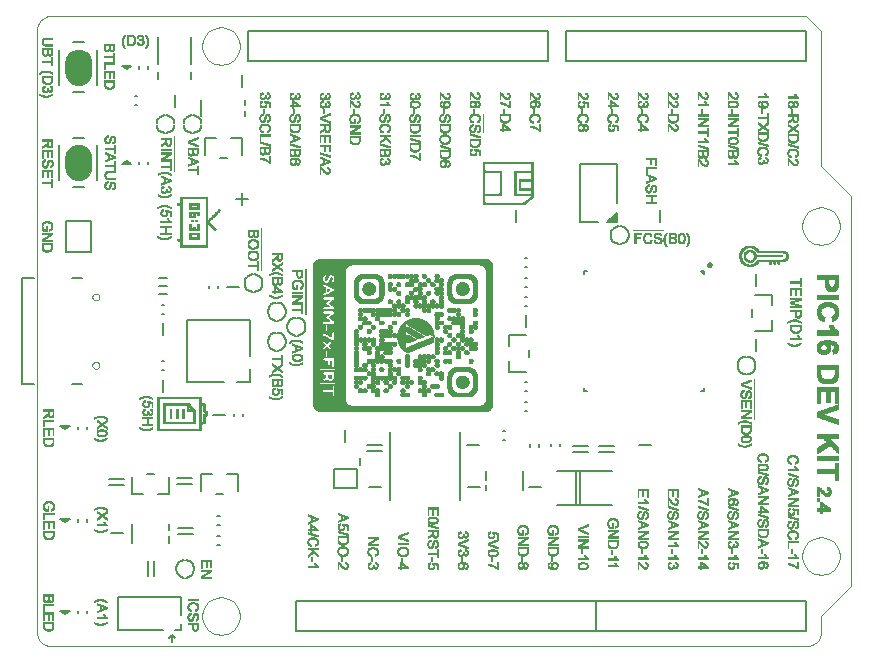
<source format=gbr>
G04 PROTEUS RS274X GERBER FILE*
%FSLAX45Y45*%
%MOMM*%
G01*
%ADD55C,0.025400*%
%ADD56C,0.031750*%
%ADD57C,0.152400*%
%ADD58C,0.101600*%
%ADD45C,0.127000*%
G36*
X+243800Y+4054350D02*
X+243800Y+4134350D01*
X+245989Y+4156841D01*
X+252286Y+4177641D01*
X+262290Y+4196346D01*
X+275597Y+4212553D01*
X+291804Y+4225860D01*
X+310509Y+4235864D01*
X+331309Y+4242161D01*
X+353800Y+4244350D01*
X+376291Y+4242161D01*
X+397091Y+4235864D01*
X+415796Y+4225860D01*
X+432003Y+4212553D01*
X+445310Y+4196346D01*
X+455314Y+4177641D01*
X+461611Y+4156841D01*
X+463800Y+4134350D01*
X+463800Y+4054350D01*
X+461611Y+4031859D01*
X+455314Y+4011059D01*
X+445310Y+3992354D01*
X+432003Y+3976147D01*
X+415796Y+3962840D01*
X+397091Y+3952836D01*
X+376291Y+3946539D01*
X+353800Y+3944350D01*
X+331309Y+3946539D01*
X+310509Y+3952836D01*
X+291804Y+3962840D01*
X+275597Y+3976147D01*
X+262290Y+3992354D01*
X+252286Y+4011059D01*
X+245989Y+4031859D01*
X+243800Y+4054350D01*
G37*
G36*
X+243800Y+4860800D02*
X+243800Y+4940800D01*
X+245989Y+4963291D01*
X+252286Y+4984091D01*
X+262290Y+5002796D01*
X+275597Y+5019003D01*
X+291804Y+5032310D01*
X+310509Y+5042314D01*
X+331309Y+5048611D01*
X+353800Y+5050800D01*
X+376291Y+5048611D01*
X+397091Y+5042314D01*
X+415796Y+5032310D01*
X+432003Y+5019003D01*
X+445310Y+5002796D01*
X+455314Y+4984091D01*
X+461611Y+4963291D01*
X+463800Y+4940800D01*
X+463800Y+4860800D01*
X+461611Y+4838309D01*
X+455314Y+4817509D01*
X+445310Y+4798804D01*
X+432003Y+4782597D01*
X+415796Y+4769290D01*
X+397091Y+4759286D01*
X+376291Y+4752989D01*
X+353800Y+4750800D01*
X+331309Y+4752989D01*
X+310509Y+4759286D01*
X+291804Y+4769290D01*
X+275597Y+4782597D01*
X+262290Y+4798804D01*
X+252286Y+4817509D01*
X+245989Y+4838309D01*
X+243800Y+4860800D01*
G37*
G36*
X+802000Y+4914750D02*
X+722000Y+4914750D01*
X+762000Y+4889750D01*
X+802000Y+4914750D01*
G37*
G36*
X+281300Y+298200D02*
X+201300Y+298200D01*
X+241300Y+273200D01*
X+281300Y+298200D01*
G37*
G36*
X+281300Y+1079350D02*
X+201300Y+1079350D01*
X+241300Y+1054350D01*
X+281300Y+1079350D01*
G37*
G36*
X+722000Y+4083200D02*
X+802000Y+4083200D01*
X+762000Y+4108200D01*
X+722000Y+4083200D01*
G37*
G36*
X+5651650Y+3176999D02*
X+5621650Y+3176999D01*
X+5651650Y+3146999D01*
X+5651650Y+3176999D01*
G37*
G36*
X+281300Y+1860400D02*
X+201300Y+1860400D01*
X+241300Y+1835400D01*
X+281300Y+1860400D01*
G37*
G36*
X+4916400Y+3587750D02*
X+4916400Y+3670300D01*
X+4833850Y+3587750D01*
X+4916400Y+3587750D01*
G37*
D55*
X+6800850Y+762000D02*
X+6800320Y+774958D01*
X+6796016Y+800876D01*
X+6787025Y+826794D01*
X+6772380Y+852712D01*
X+6749976Y+878466D01*
X+6724058Y+897958D01*
X+6698140Y+910530D01*
X+6672222Y+917866D01*
X+6646304Y+920694D01*
X+6642100Y+920750D01*
X+6483350Y+762000D02*
X+6483880Y+774958D01*
X+6488184Y+800876D01*
X+6497175Y+826794D01*
X+6511820Y+852712D01*
X+6534224Y+878466D01*
X+6560142Y+897958D01*
X+6586060Y+910530D01*
X+6611978Y+917866D01*
X+6637896Y+920694D01*
X+6642100Y+920750D01*
X+6483350Y+762000D02*
X+6483880Y+749042D01*
X+6488184Y+723124D01*
X+6497175Y+697206D01*
X+6511820Y+671288D01*
X+6534224Y+645534D01*
X+6560142Y+626042D01*
X+6586060Y+613470D01*
X+6611978Y+606134D01*
X+6637896Y+603306D01*
X+6642100Y+603250D01*
X+6800850Y+762000D02*
X+6800320Y+749042D01*
X+6796016Y+723124D01*
X+6787025Y+697206D01*
X+6772380Y+671288D01*
X+6749976Y+645534D01*
X+6724058Y+626042D01*
X+6698140Y+613470D01*
X+6672222Y+606134D01*
X+6646304Y+603306D01*
X+6642100Y+603250D01*
X+6800850Y+3556000D02*
X+6800320Y+3568958D01*
X+6796016Y+3594876D01*
X+6787025Y+3620794D01*
X+6772380Y+3646712D01*
X+6749976Y+3672466D01*
X+6724058Y+3691958D01*
X+6698140Y+3704530D01*
X+6672222Y+3711866D01*
X+6646304Y+3714694D01*
X+6642100Y+3714750D01*
X+6483350Y+3556000D02*
X+6483880Y+3568958D01*
X+6488184Y+3594876D01*
X+6497175Y+3620794D01*
X+6511820Y+3646712D01*
X+6534224Y+3672466D01*
X+6560142Y+3691958D01*
X+6586060Y+3704530D01*
X+6611978Y+3711866D01*
X+6637896Y+3714694D01*
X+6642100Y+3714750D01*
X+6483350Y+3556000D02*
X+6483880Y+3543042D01*
X+6488184Y+3517124D01*
X+6497175Y+3491206D01*
X+6511820Y+3465288D01*
X+6534224Y+3439534D01*
X+6560142Y+3420042D01*
X+6586060Y+3407470D01*
X+6611978Y+3400134D01*
X+6637896Y+3397306D01*
X+6642100Y+3397250D01*
X+6800850Y+3556000D02*
X+6800320Y+3543042D01*
X+6796016Y+3517124D01*
X+6787025Y+3491206D01*
X+6772380Y+3465288D01*
X+6749976Y+3439534D01*
X+6724058Y+3420042D01*
X+6698140Y+3407470D01*
X+6672222Y+3400134D01*
X+6646304Y+3397306D01*
X+6642100Y+3397250D01*
X+1720850Y+5080000D02*
X+1720320Y+5092958D01*
X+1716016Y+5118876D01*
X+1707025Y+5144794D01*
X+1692380Y+5170712D01*
X+1669976Y+5196466D01*
X+1644058Y+5215958D01*
X+1618140Y+5228530D01*
X+1592222Y+5235866D01*
X+1566304Y+5238694D01*
X+1562100Y+5238750D01*
X+1403350Y+5080000D02*
X+1403880Y+5092958D01*
X+1408184Y+5118876D01*
X+1417175Y+5144794D01*
X+1431820Y+5170712D01*
X+1454224Y+5196466D01*
X+1480142Y+5215958D01*
X+1506060Y+5228530D01*
X+1531978Y+5235866D01*
X+1557896Y+5238694D01*
X+1562100Y+5238750D01*
X+1403350Y+5080000D02*
X+1403880Y+5067042D01*
X+1408184Y+5041124D01*
X+1417175Y+5015206D01*
X+1431820Y+4989288D01*
X+1454224Y+4963534D01*
X+1480142Y+4944042D01*
X+1506060Y+4931470D01*
X+1531978Y+4924134D01*
X+1557896Y+4921306D01*
X+1562100Y+4921250D01*
X+1720850Y+5080000D02*
X+1720320Y+5067042D01*
X+1716016Y+5041124D01*
X+1707025Y+5015206D01*
X+1692380Y+4989288D01*
X+1669976Y+4963534D01*
X+1644058Y+4944042D01*
X+1618140Y+4931470D01*
X+1592222Y+4924134D01*
X+1566304Y+4921306D01*
X+1562100Y+4921250D01*
X+1720850Y+254000D02*
X+1720320Y+266958D01*
X+1716016Y+292876D01*
X+1707025Y+318794D01*
X+1692380Y+344712D01*
X+1669976Y+370466D01*
X+1644058Y+389958D01*
X+1618140Y+402530D01*
X+1592222Y+409866D01*
X+1566304Y+412694D01*
X+1562100Y+412750D01*
X+1403350Y+254000D02*
X+1403880Y+266958D01*
X+1408184Y+292876D01*
X+1417175Y+318794D01*
X+1431820Y+344712D01*
X+1454224Y+370466D01*
X+1480142Y+389958D01*
X+1506060Y+402530D01*
X+1531978Y+409866D01*
X+1557896Y+412694D01*
X+1562100Y+412750D01*
X+1403350Y+254000D02*
X+1403880Y+241042D01*
X+1408184Y+215124D01*
X+1417175Y+189206D01*
X+1431820Y+163288D01*
X+1454224Y+137534D01*
X+1480142Y+118042D01*
X+1506060Y+105470D01*
X+1531978Y+98134D01*
X+1557896Y+95306D01*
X+1562100Y+95250D01*
X+1720850Y+254000D02*
X+1720320Y+241042D01*
X+1716016Y+215124D01*
X+1707025Y+189206D01*
X+1692380Y+163288D01*
X+1669976Y+137534D01*
X+1644058Y+118042D01*
X+1618140Y+105470D01*
X+1592222Y+98134D01*
X+1566304Y+95306D01*
X+1562100Y+95250D01*
X+127000Y+0D02*
X+101032Y+2527D01*
X+77018Y+9798D01*
X+55423Y+21347D01*
X+36711Y+36711D01*
X+21348Y+55423D01*
X+9798Y+77018D01*
X+2527Y+101032D01*
X+0Y+127000D01*
X+0Y+5207000D01*
X+2527Y+5232967D01*
X+9798Y+5256981D01*
X+21348Y+5278577D01*
X+36711Y+5297289D01*
X+55423Y+5312652D01*
X+77018Y+5324202D01*
X+101032Y+5331473D01*
X+127000Y+5334000D01*
X+6515100Y+5334000D01*
X+6642100Y+5207000D01*
X+6642100Y+4064000D01*
X+6896100Y+3810000D01*
X+6896100Y+508000D01*
X+6642100Y+254000D01*
X+6642100Y+127000D01*
X+6639573Y+101032D01*
X+6632302Y+77018D01*
X+6620752Y+55423D01*
X+6605389Y+36711D01*
X+6586677Y+21347D01*
X+6565081Y+9798D01*
X+6541067Y+2527D01*
X+6515100Y+0D01*
X+127000Y+0D01*
D56*
X+2799715Y+788670D02*
X+2799715Y+808990D01*
X+2802255Y+671830D02*
X+2802255Y+689610D01*
X+2802255Y+781050D02*
X+2802255Y+816610D01*
X+2802255Y+854710D02*
X+2802255Y+867410D01*
X+2802255Y+913130D02*
X+2802255Y+923290D01*
X+2804795Y+666750D02*
X+2804795Y+697230D01*
X+2804795Y+778510D02*
X+2804795Y+819150D01*
X+2804795Y+854710D02*
X+2804795Y+867410D01*
X+2804795Y+913130D02*
X+2804795Y+923290D01*
X+2807335Y+661670D02*
X+2807335Y+699770D01*
X+2807335Y+773430D02*
X+2807335Y+824230D01*
X+2807335Y+854710D02*
X+2807335Y+869950D01*
X+2807335Y+913130D02*
X+2807335Y+923290D01*
X+2809875Y+659130D02*
X+2809875Y+702310D01*
X+2809875Y+770890D02*
X+2809875Y+791210D01*
X+2809875Y+806450D02*
X+2809875Y+826770D01*
X+2809875Y+854710D02*
X+2809875Y+872490D01*
X+2809875Y+913130D02*
X+2809875Y+923290D01*
X+2812415Y+656590D02*
X+2812415Y+671830D01*
X+2812415Y+689610D02*
X+2812415Y+704850D01*
X+2812415Y+770890D02*
X+2812415Y+786130D01*
X+2812415Y+811530D02*
X+2812415Y+826770D01*
X+2812415Y+854710D02*
X+2812415Y+872490D01*
X+2812415Y+913130D02*
X+2812415Y+923290D01*
X+2814955Y+654050D02*
X+2814955Y+669290D01*
X+2814955Y+692150D02*
X+2814955Y+707390D01*
X+2814955Y+768350D02*
X+2814955Y+781050D01*
X+2814955Y+816610D02*
X+2814955Y+829310D01*
X+2814955Y+854710D02*
X+2814955Y+875030D01*
X+2814955Y+913130D02*
X+2814955Y+923290D01*
X+2817495Y+654050D02*
X+2817495Y+666750D01*
X+2817495Y+694690D02*
X+2817495Y+707390D01*
X+2817495Y+768350D02*
X+2817495Y+778510D01*
X+2817495Y+819150D02*
X+2817495Y+831850D01*
X+2817495Y+854710D02*
X+2817495Y+877570D01*
X+2817495Y+913130D02*
X+2817495Y+923290D01*
X+2820035Y+654050D02*
X+2820035Y+664210D01*
X+2820035Y+697230D02*
X+2820035Y+709930D01*
X+2820035Y+765810D02*
X+2820035Y+778510D01*
X+2820035Y+821690D02*
X+2820035Y+831850D01*
X+2820035Y+854710D02*
X+2820035Y+864870D01*
X+2820035Y+867410D02*
X+2820035Y+877570D01*
X+2820035Y+913130D02*
X+2820035Y+923290D01*
X+2822575Y+651510D02*
X+2822575Y+661670D01*
X+2822575Y+697230D02*
X+2822575Y+709930D01*
X+2822575Y+765810D02*
X+2822575Y+775970D01*
X+2822575Y+821690D02*
X+2822575Y+831850D01*
X+2822575Y+854710D02*
X+2822575Y+864870D01*
X+2822575Y+867410D02*
X+2822575Y+880110D01*
X+2822575Y+913130D02*
X+2822575Y+923290D01*
X+2825115Y+651510D02*
X+2825115Y+661670D01*
X+2825115Y+699770D02*
X+2825115Y+709930D01*
X+2825115Y+763270D02*
X+2825115Y+775970D01*
X+2825115Y+824230D02*
X+2825115Y+834390D01*
X+2825115Y+854710D02*
X+2825115Y+864870D01*
X+2825115Y+869950D02*
X+2825115Y+882650D01*
X+2825115Y+913130D02*
X+2825115Y+923290D01*
X+2827655Y+651510D02*
X+2827655Y+661670D01*
X+2827655Y+699770D02*
X+2827655Y+704850D01*
X+2827655Y+763270D02*
X+2827655Y+773430D01*
X+2827655Y+824230D02*
X+2827655Y+834390D01*
X+2827655Y+854710D02*
X+2827655Y+864870D01*
X+2827655Y+872490D02*
X+2827655Y+882650D01*
X+2827655Y+913130D02*
X+2827655Y+923290D01*
X+2830195Y+651510D02*
X+2830195Y+661670D01*
X+2830195Y+717550D02*
X+2830195Y+750570D01*
X+2830195Y+768350D02*
X+2830195Y+773430D01*
X+2830195Y+824230D02*
X+2830195Y+834390D01*
X+2830195Y+854710D02*
X+2830195Y+864870D01*
X+2830195Y+872490D02*
X+2830195Y+885190D01*
X+2830195Y+913130D02*
X+2830195Y+923290D01*
X+2832735Y+651510D02*
X+2832735Y+661670D01*
X+2832735Y+717550D02*
X+2832735Y+750570D01*
X+2832735Y+826770D02*
X+2832735Y+836930D01*
X+2832735Y+854710D02*
X+2832735Y+864870D01*
X+2832735Y+875030D02*
X+2832735Y+885190D01*
X+2832735Y+913130D02*
X+2832735Y+923290D01*
X+2835275Y+651510D02*
X+2835275Y+661670D01*
X+2835275Y+717550D02*
X+2835275Y+750570D01*
X+2835275Y+826770D02*
X+2835275Y+836930D01*
X+2835275Y+854710D02*
X+2835275Y+864870D01*
X+2835275Y+877570D02*
X+2835275Y+887730D01*
X+2835275Y+913130D02*
X+2835275Y+923290D01*
X+2837815Y+654050D02*
X+2837815Y+664210D01*
X+2837815Y+717550D02*
X+2837815Y+750570D01*
X+2837815Y+826770D02*
X+2837815Y+836930D01*
X+2837815Y+854710D02*
X+2837815Y+864870D01*
X+2837815Y+877570D02*
X+2837815Y+890270D01*
X+2837815Y+913130D02*
X+2837815Y+923290D01*
X+2840355Y+654050D02*
X+2840355Y+666750D01*
X+2840355Y+826770D02*
X+2840355Y+836930D01*
X+2840355Y+854710D02*
X+2840355Y+864870D01*
X+2840355Y+880110D02*
X+2840355Y+890270D01*
X+2840355Y+913130D02*
X+2840355Y+923290D01*
X+2842895Y+656590D02*
X+2842895Y+669290D01*
X+2842895Y+826770D02*
X+2842895Y+836930D01*
X+2842895Y+854710D02*
X+2842895Y+864870D01*
X+2842895Y+882650D02*
X+2842895Y+892810D01*
X+2842895Y+913130D02*
X+2842895Y+923290D01*
X+2845435Y+659130D02*
X+2845435Y+687070D01*
X+2845435Y+826770D02*
X+2845435Y+836930D01*
X+2845435Y+854710D02*
X+2845435Y+864870D01*
X+2845435Y+882650D02*
X+2845435Y+895350D01*
X+2845435Y+913130D02*
X+2845435Y+923290D01*
X+2847975Y+661670D02*
X+2847975Y+687070D01*
X+2847975Y+826770D02*
X+2847975Y+836930D01*
X+2847975Y+854710D02*
X+2847975Y+864870D01*
X+2847975Y+885190D02*
X+2847975Y+895350D01*
X+2847975Y+913130D02*
X+2847975Y+923290D01*
X+2850515Y+669290D02*
X+2850515Y+687070D01*
X+2850515Y+826770D02*
X+2850515Y+836930D01*
X+2850515Y+854710D02*
X+2850515Y+864870D01*
X+2850515Y+887730D02*
X+2850515Y+897890D01*
X+2850515Y+913130D02*
X+2850515Y+923290D01*
X+2853055Y+664210D02*
X+2853055Y+687070D01*
X+2853055Y+826770D02*
X+2853055Y+836930D01*
X+2853055Y+854710D02*
X+2853055Y+864870D01*
X+2853055Y+887730D02*
X+2853055Y+900430D01*
X+2853055Y+913130D02*
X+2853055Y+923290D01*
X+2855595Y+661670D02*
X+2855595Y+676910D01*
X+2855595Y+826770D02*
X+2855595Y+836930D01*
X+2855595Y+854710D02*
X+2855595Y+864870D01*
X+2855595Y+890270D02*
X+2855595Y+900430D01*
X+2855595Y+913130D02*
X+2855595Y+923290D01*
X+2858135Y+659130D02*
X+2858135Y+671830D01*
X+2858135Y+826770D02*
X+2858135Y+836930D01*
X+2858135Y+854710D02*
X+2858135Y+864870D01*
X+2858135Y+892810D02*
X+2858135Y+902970D01*
X+2858135Y+913130D02*
X+2858135Y+923290D01*
X+2860675Y+659130D02*
X+2860675Y+669290D01*
X+2860675Y+824230D02*
X+2860675Y+834390D01*
X+2860675Y+854710D02*
X+2860675Y+864870D01*
X+2860675Y+892810D02*
X+2860675Y+905510D01*
X+2860675Y+913130D02*
X+2860675Y+923290D01*
X+2863215Y+656590D02*
X+2863215Y+666750D01*
X+2863215Y+824230D02*
X+2863215Y+834390D01*
X+2863215Y+854710D02*
X+2863215Y+864870D01*
X+2863215Y+895350D02*
X+2863215Y+905510D01*
X+2863215Y+913130D02*
X+2863215Y+923290D01*
X+2865755Y+656590D02*
X+2865755Y+666750D01*
X+2865755Y+699770D02*
X+2865755Y+704850D01*
X+2865755Y+765810D02*
X+2865755Y+775970D01*
X+2865755Y+824230D02*
X+2865755Y+834390D01*
X+2865755Y+854710D02*
X+2865755Y+864870D01*
X+2865755Y+895350D02*
X+2865755Y+908050D01*
X+2865755Y+913130D02*
X+2865755Y+923290D01*
X+2868295Y+656590D02*
X+2868295Y+666750D01*
X+2868295Y+699770D02*
X+2868295Y+709930D01*
X+2868295Y+765810D02*
X+2868295Y+778510D01*
X+2868295Y+821690D02*
X+2868295Y+834390D01*
X+2868295Y+854710D02*
X+2868295Y+864870D01*
X+2868295Y+897890D02*
X+2868295Y+910590D01*
X+2868295Y+913130D02*
X+2868295Y+923290D01*
X+2870835Y+656590D02*
X+2870835Y+666750D01*
X+2870835Y+697230D02*
X+2870835Y+709930D01*
X+2870835Y+768350D02*
X+2870835Y+778510D01*
X+2870835Y+821690D02*
X+2870835Y+831850D01*
X+2870835Y+854710D02*
X+2870835Y+864870D01*
X+2870835Y+900430D02*
X+2870835Y+910590D01*
X+2870835Y+913130D02*
X+2870835Y+923290D01*
X+2873375Y+656590D02*
X+2873375Y+669290D01*
X+2873375Y+697230D02*
X+2873375Y+707390D01*
X+2873375Y+768350D02*
X+2873375Y+781050D01*
X+2873375Y+819150D02*
X+2873375Y+831850D01*
X+2873375Y+854710D02*
X+2873375Y+864870D01*
X+2873375Y+900430D02*
X+2873375Y+923290D01*
X+2875915Y+659130D02*
X+2875915Y+671830D01*
X+2875915Y+694690D02*
X+2875915Y+707390D01*
X+2875915Y+770890D02*
X+2875915Y+783590D01*
X+2875915Y+816610D02*
X+2875915Y+829310D01*
X+2875915Y+854710D02*
X+2875915Y+864870D01*
X+2875915Y+902970D02*
X+2875915Y+923290D01*
X+2878455Y+659130D02*
X+2878455Y+674370D01*
X+2878455Y+689610D02*
X+2878455Y+704850D01*
X+2878455Y+770890D02*
X+2878455Y+786130D01*
X+2878455Y+814070D02*
X+2878455Y+826770D01*
X+2878455Y+854710D02*
X+2878455Y+864870D01*
X+2878455Y+905510D02*
X+2878455Y+923290D01*
X+2880995Y+661670D02*
X+2880995Y+704850D01*
X+2880995Y+773430D02*
X+2880995Y+791210D01*
X+2880995Y+806450D02*
X+2880995Y+824230D01*
X+2880995Y+854710D02*
X+2880995Y+864870D01*
X+2880995Y+905510D02*
X+2880995Y+923290D01*
X+2883535Y+664210D02*
X+2883535Y+702310D01*
X+2883535Y+775970D02*
X+2883535Y+821690D01*
X+2883535Y+854710D02*
X+2883535Y+864870D01*
X+2883535Y+908050D02*
X+2883535Y+923290D01*
X+2886075Y+666750D02*
X+2886075Y+697230D01*
X+2886075Y+778510D02*
X+2886075Y+819150D01*
X+2886075Y+854710D02*
X+2886075Y+864870D01*
X+2886075Y+910590D02*
X+2886075Y+923290D01*
X+2888615Y+674370D02*
X+2888615Y+692150D01*
X+2888615Y+781050D02*
X+2888615Y+814070D01*
X+2888615Y+854710D02*
X+2888615Y+864870D01*
X+2888615Y+910590D02*
X+2888615Y+923290D01*
X+2891155Y+788670D02*
X+2891155Y+808990D01*
X+3053715Y+791210D02*
X+3053715Y+811530D01*
X+3056255Y+659130D02*
X+3056255Y+669290D01*
X+3056255Y+783590D02*
X+3056255Y+819150D01*
X+3056255Y+862330D02*
X+3056255Y+872490D01*
X+3056255Y+920750D02*
X+3056255Y+933450D01*
X+3058795Y+659130D02*
X+3058795Y+669290D01*
X+3058795Y+778510D02*
X+3058795Y+824230D01*
X+3058795Y+862330D02*
X+3058795Y+872490D01*
X+3058795Y+918210D02*
X+3058795Y+935990D01*
X+3061335Y+659130D02*
X+3061335Y+669290D01*
X+3061335Y+775970D02*
X+3061335Y+826770D01*
X+3061335Y+862330D02*
X+3061335Y+872490D01*
X+3061335Y+918210D02*
X+3061335Y+935990D01*
X+3063875Y+659130D02*
X+3063875Y+669290D01*
X+3063875Y+773430D02*
X+3063875Y+791210D01*
X+3063875Y+811530D02*
X+3063875Y+829310D01*
X+3063875Y+862330D02*
X+3063875Y+872490D01*
X+3063875Y+918210D02*
X+3063875Y+935990D01*
X+3066415Y+659130D02*
X+3066415Y+669290D01*
X+3066415Y+770890D02*
X+3066415Y+786130D01*
X+3066415Y+816610D02*
X+3066415Y+831850D01*
X+3066415Y+862330D02*
X+3066415Y+872490D01*
X+3066415Y+915670D02*
X+3066415Y+925830D01*
X+3066415Y+928370D02*
X+3066415Y+938530D01*
X+3068955Y+659130D02*
X+3068955Y+669290D01*
X+3068955Y+768350D02*
X+3068955Y+783590D01*
X+3068955Y+819150D02*
X+3068955Y+834390D01*
X+3068955Y+862330D02*
X+3068955Y+872490D01*
X+3068955Y+915670D02*
X+3068955Y+925830D01*
X+3068955Y+928370D02*
X+3068955Y+938530D01*
X+3071495Y+659130D02*
X+3071495Y+669290D01*
X+3071495Y+768350D02*
X+3071495Y+781050D01*
X+3071495Y+821690D02*
X+3071495Y+834390D01*
X+3071495Y+862330D02*
X+3071495Y+872490D01*
X+3071495Y+915670D02*
X+3071495Y+925830D01*
X+3071495Y+928370D02*
X+3071495Y+938530D01*
X+3074035Y+659130D02*
X+3074035Y+669290D01*
X+3074035Y+765810D02*
X+3074035Y+778510D01*
X+3074035Y+824230D02*
X+3074035Y+836930D01*
X+3074035Y+862330D02*
X+3074035Y+872490D01*
X+3074035Y+913130D02*
X+3074035Y+925830D01*
X+3074035Y+928370D02*
X+3074035Y+941070D01*
X+3076575Y+648970D02*
X+3076575Y+709930D01*
X+3076575Y+765810D02*
X+3076575Y+775970D01*
X+3076575Y+826770D02*
X+3076575Y+836930D01*
X+3076575Y+862330D02*
X+3076575Y+872490D01*
X+3076575Y+913130D02*
X+3076575Y+923290D01*
X+3076575Y+930910D02*
X+3076575Y+941070D01*
X+3079115Y+648970D02*
X+3079115Y+709930D01*
X+3079115Y+763270D02*
X+3079115Y+775970D01*
X+3079115Y+826770D02*
X+3079115Y+839470D01*
X+3079115Y+862330D02*
X+3079115Y+872490D01*
X+3079115Y+910590D02*
X+3079115Y+923290D01*
X+3079115Y+930910D02*
X+3079115Y+943610D01*
X+3081655Y+648970D02*
X+3081655Y+709930D01*
X+3081655Y+763270D02*
X+3081655Y+773430D01*
X+3081655Y+829310D02*
X+3081655Y+839470D01*
X+3081655Y+862330D02*
X+3081655Y+872490D01*
X+3081655Y+910590D02*
X+3081655Y+920750D01*
X+3081655Y+933450D02*
X+3081655Y+943610D01*
X+3084195Y+648970D02*
X+3084195Y+709930D01*
X+3084195Y+715010D02*
X+3084195Y+748030D01*
X+3084195Y+763270D02*
X+3084195Y+773430D01*
X+3084195Y+829310D02*
X+3084195Y+839470D01*
X+3084195Y+862330D02*
X+3084195Y+872490D01*
X+3084195Y+910590D02*
X+3084195Y+920750D01*
X+3084195Y+933450D02*
X+3084195Y+943610D01*
X+3086735Y+659130D02*
X+3086735Y+669290D01*
X+3086735Y+697230D02*
X+3086735Y+709930D01*
X+3086735Y+715010D02*
X+3086735Y+748030D01*
X+3086735Y+760730D02*
X+3086735Y+773430D01*
X+3086735Y+831850D02*
X+3086735Y+842010D01*
X+3086735Y+862330D02*
X+3086735Y+872490D01*
X+3086735Y+908050D02*
X+3086735Y+920750D01*
X+3086735Y+933450D02*
X+3086735Y+946150D01*
X+3089275Y+659130D02*
X+3089275Y+669290D01*
X+3089275Y+694690D02*
X+3089275Y+707390D01*
X+3089275Y+715010D02*
X+3089275Y+748030D01*
X+3089275Y+760730D02*
X+3089275Y+770890D01*
X+3089275Y+831850D02*
X+3089275Y+842010D01*
X+3089275Y+862330D02*
X+3089275Y+872490D01*
X+3089275Y+908050D02*
X+3089275Y+918210D01*
X+3089275Y+935990D02*
X+3089275Y+946150D01*
X+3091815Y+659130D02*
X+3091815Y+669290D01*
X+3091815Y+692150D02*
X+3091815Y+704850D01*
X+3091815Y+715010D02*
X+3091815Y+748030D01*
X+3091815Y+760730D02*
X+3091815Y+770890D01*
X+3091815Y+831850D02*
X+3091815Y+842010D01*
X+3091815Y+862330D02*
X+3091815Y+872490D01*
X+3091815Y+908050D02*
X+3091815Y+918210D01*
X+3091815Y+935990D02*
X+3091815Y+946150D01*
X+3094355Y+659130D02*
X+3094355Y+669290D01*
X+3094355Y+692150D02*
X+3094355Y+702310D01*
X+3094355Y+760730D02*
X+3094355Y+770890D01*
X+3094355Y+831850D02*
X+3094355Y+842010D01*
X+3094355Y+862330D02*
X+3094355Y+872490D01*
X+3094355Y+905510D02*
X+3094355Y+918210D01*
X+3094355Y+938530D02*
X+3094355Y+948690D01*
X+3096895Y+659130D02*
X+3096895Y+669290D01*
X+3096895Y+689610D02*
X+3096895Y+702310D01*
X+3096895Y+760730D02*
X+3096895Y+770890D01*
X+3096895Y+831850D02*
X+3096895Y+842010D01*
X+3096895Y+862330D02*
X+3096895Y+872490D01*
X+3096895Y+905510D02*
X+3096895Y+915670D01*
X+3096895Y+938530D02*
X+3096895Y+948690D01*
X+3099435Y+659130D02*
X+3099435Y+669290D01*
X+3099435Y+687070D02*
X+3099435Y+699770D01*
X+3099435Y+760730D02*
X+3099435Y+770890D01*
X+3099435Y+831850D02*
X+3099435Y+842010D01*
X+3099435Y+862330D02*
X+3099435Y+872490D01*
X+3099435Y+902970D02*
X+3099435Y+915670D01*
X+3099435Y+938530D02*
X+3099435Y+951230D01*
X+3101975Y+659130D02*
X+3101975Y+669290D01*
X+3101975Y+684530D02*
X+3101975Y+697230D01*
X+3101975Y+760730D02*
X+3101975Y+770890D01*
X+3101975Y+831850D02*
X+3101975Y+842010D01*
X+3101975Y+862330D02*
X+3101975Y+872490D01*
X+3101975Y+902970D02*
X+3101975Y+913130D01*
X+3101975Y+941070D02*
X+3101975Y+951230D01*
X+3104515Y+659130D02*
X+3104515Y+669290D01*
X+3104515Y+684530D02*
X+3104515Y+694690D01*
X+3104515Y+760730D02*
X+3104515Y+770890D01*
X+3104515Y+831850D02*
X+3104515Y+842010D01*
X+3104515Y+862330D02*
X+3104515Y+872490D01*
X+3104515Y+902970D02*
X+3104515Y+913130D01*
X+3104515Y+941070D02*
X+3104515Y+951230D01*
X+3107055Y+659130D02*
X+3107055Y+669290D01*
X+3107055Y+681990D02*
X+3107055Y+694690D01*
X+3107055Y+760730D02*
X+3107055Y+770890D01*
X+3107055Y+831850D02*
X+3107055Y+842010D01*
X+3107055Y+862330D02*
X+3107055Y+872490D01*
X+3107055Y+900430D02*
X+3107055Y+913130D01*
X+3107055Y+941070D02*
X+3107055Y+953770D01*
X+3109595Y+659130D02*
X+3109595Y+669290D01*
X+3109595Y+679450D02*
X+3109595Y+692150D01*
X+3109595Y+760730D02*
X+3109595Y+770890D01*
X+3109595Y+831850D02*
X+3109595Y+842010D01*
X+3109595Y+862330D02*
X+3109595Y+872490D01*
X+3109595Y+900430D02*
X+3109595Y+910590D01*
X+3109595Y+943610D02*
X+3109595Y+953770D01*
X+3112135Y+659130D02*
X+3112135Y+669290D01*
X+3112135Y+679450D02*
X+3112135Y+689610D01*
X+3112135Y+760730D02*
X+3112135Y+773430D01*
X+3112135Y+829310D02*
X+3112135Y+842010D01*
X+3112135Y+862330D02*
X+3112135Y+872490D01*
X+3112135Y+900430D02*
X+3112135Y+910590D01*
X+3112135Y+943610D02*
X+3112135Y+953770D01*
X+3114675Y+659130D02*
X+3114675Y+669290D01*
X+3114675Y+676910D02*
X+3114675Y+687070D01*
X+3114675Y+763270D02*
X+3114675Y+773430D01*
X+3114675Y+829310D02*
X+3114675Y+839470D01*
X+3114675Y+862330D02*
X+3114675Y+872490D01*
X+3114675Y+897890D02*
X+3114675Y+908050D01*
X+3114675Y+946150D02*
X+3114675Y+956310D01*
X+3117215Y+659130D02*
X+3117215Y+669290D01*
X+3117215Y+674370D02*
X+3117215Y+687070D01*
X+3117215Y+763270D02*
X+3117215Y+773430D01*
X+3117215Y+829310D02*
X+3117215Y+839470D01*
X+3117215Y+862330D02*
X+3117215Y+872490D01*
X+3117215Y+897890D02*
X+3117215Y+908050D01*
X+3117215Y+946150D02*
X+3117215Y+956310D01*
X+3119755Y+659130D02*
X+3119755Y+669290D01*
X+3119755Y+671830D02*
X+3119755Y+684530D01*
X+3119755Y+763270D02*
X+3119755Y+775970D01*
X+3119755Y+829310D02*
X+3119755Y+839470D01*
X+3119755Y+862330D02*
X+3119755Y+872490D01*
X+3119755Y+895350D02*
X+3119755Y+908050D01*
X+3119755Y+946150D02*
X+3119755Y+958850D01*
X+3122295Y+659130D02*
X+3122295Y+669290D01*
X+3122295Y+671830D02*
X+3122295Y+681990D01*
X+3122295Y+765810D02*
X+3122295Y+775970D01*
X+3122295Y+826770D02*
X+3122295Y+836930D01*
X+3122295Y+862330D02*
X+3122295Y+872490D01*
X+3122295Y+895350D02*
X+3122295Y+905510D01*
X+3122295Y+948690D02*
X+3122295Y+958850D01*
X+3124835Y+659130D02*
X+3124835Y+681990D01*
X+3124835Y+765810D02*
X+3124835Y+778510D01*
X+3124835Y+824230D02*
X+3124835Y+836930D01*
X+3124835Y+862330D02*
X+3124835Y+872490D01*
X+3124835Y+895350D02*
X+3124835Y+905510D01*
X+3124835Y+948690D02*
X+3124835Y+958850D01*
X+3127375Y+659130D02*
X+3127375Y+679450D01*
X+3127375Y+768350D02*
X+3127375Y+781050D01*
X+3127375Y+821690D02*
X+3127375Y+834390D01*
X+3127375Y+862330D02*
X+3127375Y+872490D01*
X+3127375Y+892810D02*
X+3127375Y+905510D01*
X+3127375Y+951230D02*
X+3127375Y+961390D01*
X+3129915Y+659130D02*
X+3129915Y+676910D01*
X+3129915Y+768350D02*
X+3129915Y+783590D01*
X+3129915Y+819150D02*
X+3129915Y+834390D01*
X+3129915Y+862330D02*
X+3129915Y+872490D01*
X+3129915Y+892810D02*
X+3129915Y+902970D01*
X+3129915Y+951230D02*
X+3129915Y+961390D01*
X+3132455Y+659130D02*
X+3132455Y+674370D01*
X+3132455Y+770890D02*
X+3132455Y+786130D01*
X+3132455Y+816610D02*
X+3132455Y+831850D01*
X+3132455Y+862330D02*
X+3132455Y+872490D01*
X+3132455Y+892810D02*
X+3132455Y+902970D01*
X+3132455Y+951230D02*
X+3132455Y+961390D01*
X+3134995Y+659130D02*
X+3134995Y+674370D01*
X+3134995Y+773430D02*
X+3134995Y+791210D01*
X+3134995Y+811530D02*
X+3134995Y+829310D01*
X+3134995Y+862330D02*
X+3134995Y+872490D01*
X+3134995Y+890270D02*
X+3134995Y+900430D01*
X+3134995Y+953770D02*
X+3134995Y+963930D01*
X+3137535Y+659130D02*
X+3137535Y+671830D01*
X+3137535Y+775970D02*
X+3137535Y+826770D01*
X+3137535Y+862330D02*
X+3137535Y+872490D01*
X+3137535Y+890270D02*
X+3137535Y+900430D01*
X+3137535Y+953770D02*
X+3137535Y+963930D01*
X+3140075Y+659130D02*
X+3140075Y+669290D01*
X+3140075Y+778510D02*
X+3140075Y+824230D01*
X+3140075Y+862330D02*
X+3140075Y+872490D01*
X+3140075Y+887730D02*
X+3140075Y+900430D01*
X+3140075Y+953770D02*
X+3140075Y+966470D01*
X+3142615Y+659130D02*
X+3142615Y+666750D01*
X+3142615Y+783590D02*
X+3142615Y+819150D01*
X+3142615Y+862330D02*
X+3142615Y+872490D01*
X+3142615Y+887730D02*
X+3142615Y+897890D01*
X+3142615Y+956310D02*
X+3142615Y+966470D01*
X+3145155Y+791210D02*
X+3145155Y+811530D01*
X+3307715Y+852170D02*
X+3307715Y+875030D01*
X+3310255Y+671830D02*
X+3310255Y+692150D01*
X+3310255Y+781050D02*
X+3310255Y+791210D01*
X+3310255Y+847090D02*
X+3310255Y+882650D01*
X+3310255Y+915670D02*
X+3310255Y+925830D01*
X+3310255Y+976630D02*
X+3310255Y+986790D01*
X+3310255Y+1022350D02*
X+3310255Y+1032510D01*
X+3310255Y+1057910D02*
X+3310255Y+1075690D01*
X+3310255Y+1108710D02*
X+3310255Y+1174750D01*
X+3312795Y+666750D02*
X+3312795Y+697230D01*
X+3312795Y+781050D02*
X+3312795Y+791210D01*
X+3312795Y+842010D02*
X+3312795Y+887730D01*
X+3312795Y+915670D02*
X+3312795Y+928370D01*
X+3312795Y+976630D02*
X+3312795Y+986790D01*
X+3312795Y+1019810D02*
X+3312795Y+1032510D01*
X+3312795Y+1052830D02*
X+3312795Y+1083310D01*
X+3312795Y+1108710D02*
X+3312795Y+1174750D01*
X+3315335Y+661670D02*
X+3315335Y+699770D01*
X+3315335Y+781050D02*
X+3315335Y+791210D01*
X+3315335Y+839470D02*
X+3315335Y+890270D01*
X+3315335Y+918210D02*
X+3315335Y+928370D01*
X+3315335Y+976630D02*
X+3315335Y+986790D01*
X+3315335Y+1019810D02*
X+3315335Y+1029970D01*
X+3315335Y+1047750D02*
X+3315335Y+1085850D01*
X+3315335Y+1108710D02*
X+3315335Y+1174750D01*
X+3317875Y+659130D02*
X+3317875Y+702310D01*
X+3317875Y+781050D02*
X+3317875Y+791210D01*
X+3317875Y+836930D02*
X+3317875Y+854710D01*
X+3317875Y+872490D02*
X+3317875Y+892810D01*
X+3317875Y+918210D02*
X+3317875Y+930910D01*
X+3317875Y+976630D02*
X+3317875Y+986790D01*
X+3317875Y+1019810D02*
X+3317875Y+1029970D01*
X+3317875Y+1045210D02*
X+3317875Y+1088390D01*
X+3317875Y+1108710D02*
X+3317875Y+1174750D01*
X+3320415Y+659130D02*
X+3320415Y+674370D01*
X+3320415Y+689610D02*
X+3320415Y+704850D01*
X+3320415Y+781050D02*
X+3320415Y+791210D01*
X+3320415Y+834390D02*
X+3320415Y+849630D01*
X+3320415Y+880110D02*
X+3320415Y+895350D01*
X+3320415Y+920750D02*
X+3320415Y+933450D01*
X+3320415Y+976630D02*
X+3320415Y+986790D01*
X+3320415Y+1019810D02*
X+3320415Y+1029970D01*
X+3320415Y+1045210D02*
X+3320415Y+1060450D01*
X+3320415Y+1073150D02*
X+3320415Y+1088390D01*
X+3320415Y+1164590D02*
X+3320415Y+1174750D01*
X+3322955Y+656590D02*
X+3322955Y+669290D01*
X+3322955Y+694690D02*
X+3322955Y+707390D01*
X+3322955Y+781050D02*
X+3322955Y+791210D01*
X+3322955Y+834390D02*
X+3322955Y+847090D01*
X+3322955Y+882650D02*
X+3322955Y+895350D01*
X+3322955Y+923290D02*
X+3322955Y+933450D01*
X+3322955Y+976630D02*
X+3322955Y+986790D01*
X+3322955Y+1017270D02*
X+3322955Y+1027430D01*
X+3322955Y+1042670D02*
X+3322955Y+1055370D01*
X+3322955Y+1078230D02*
X+3322955Y+1090930D01*
X+3322955Y+1164590D02*
X+3322955Y+1174750D01*
X+3325495Y+654050D02*
X+3325495Y+666750D01*
X+3325495Y+697230D02*
X+3325495Y+707390D01*
X+3325495Y+781050D02*
X+3325495Y+791210D01*
X+3325495Y+834390D02*
X+3325495Y+844550D01*
X+3325495Y+885190D02*
X+3325495Y+897890D01*
X+3325495Y+923290D02*
X+3325495Y+935990D01*
X+3325495Y+976630D02*
X+3325495Y+986790D01*
X+3325495Y+1017270D02*
X+3325495Y+1027430D01*
X+3325495Y+1042670D02*
X+3325495Y+1052830D01*
X+3325495Y+1080770D02*
X+3325495Y+1090930D01*
X+3325495Y+1164590D02*
X+3325495Y+1174750D01*
X+3328035Y+654050D02*
X+3328035Y+664210D01*
X+3328035Y+697230D02*
X+3328035Y+709930D01*
X+3328035Y+781050D02*
X+3328035Y+791210D01*
X+3328035Y+831850D02*
X+3328035Y+842010D01*
X+3328035Y+887730D02*
X+3328035Y+897890D01*
X+3328035Y+925830D02*
X+3328035Y+938530D01*
X+3328035Y+976630D02*
X+3328035Y+986790D01*
X+3328035Y+1017270D02*
X+3328035Y+1027430D01*
X+3328035Y+1040130D02*
X+3328035Y+1050290D01*
X+3328035Y+1083310D02*
X+3328035Y+1093470D01*
X+3328035Y+1164590D02*
X+3328035Y+1174750D01*
X+3330575Y+654050D02*
X+3330575Y+664210D01*
X+3330575Y+699770D02*
X+3330575Y+709930D01*
X+3330575Y+781050D02*
X+3330575Y+791210D01*
X+3330575Y+831850D02*
X+3330575Y+842010D01*
X+3330575Y+887730D02*
X+3330575Y+900430D01*
X+3330575Y+925830D02*
X+3330575Y+938530D01*
X+3330575Y+976630D02*
X+3330575Y+986790D01*
X+3330575Y+1014730D02*
X+3330575Y+1027430D01*
X+3330575Y+1040130D02*
X+3330575Y+1050290D01*
X+3330575Y+1083310D02*
X+3330575Y+1093470D01*
X+3330575Y+1164590D02*
X+3330575Y+1174750D01*
X+3333115Y+651510D02*
X+3333115Y+661670D01*
X+3333115Y+699770D02*
X+3333115Y+709930D01*
X+3333115Y+781050D02*
X+3333115Y+791210D01*
X+3333115Y+831850D02*
X+3333115Y+842010D01*
X+3333115Y+890270D02*
X+3333115Y+900430D01*
X+3333115Y+928370D02*
X+3333115Y+941070D01*
X+3333115Y+976630D02*
X+3333115Y+986790D01*
X+3333115Y+1014730D02*
X+3333115Y+1024890D01*
X+3333115Y+1040130D02*
X+3333115Y+1050290D01*
X+3333115Y+1083310D02*
X+3333115Y+1093470D01*
X+3333115Y+1164590D02*
X+3333115Y+1174750D01*
X+3335655Y+651510D02*
X+3335655Y+661670D01*
X+3335655Y+781050D02*
X+3335655Y+791210D01*
X+3335655Y+831850D02*
X+3335655Y+842010D01*
X+3335655Y+890270D02*
X+3335655Y+900430D01*
X+3335655Y+930910D02*
X+3335655Y+943610D01*
X+3335655Y+976630D02*
X+3335655Y+986790D01*
X+3335655Y+1014730D02*
X+3335655Y+1024890D01*
X+3335655Y+1040130D02*
X+3335655Y+1050290D01*
X+3335655Y+1083310D02*
X+3335655Y+1093470D01*
X+3335655Y+1164590D02*
X+3335655Y+1174750D01*
X+3338195Y+651510D02*
X+3338195Y+661670D01*
X+3338195Y+717550D02*
X+3338195Y+750570D01*
X+3338195Y+781050D02*
X+3338195Y+791210D01*
X+3338195Y+831850D02*
X+3338195Y+842010D01*
X+3338195Y+890270D02*
X+3338195Y+900430D01*
X+3338195Y+933450D02*
X+3338195Y+943610D01*
X+3338195Y+976630D02*
X+3338195Y+986790D01*
X+3338195Y+1014730D02*
X+3338195Y+1024890D01*
X+3338195Y+1037590D02*
X+3338195Y+1047750D01*
X+3338195Y+1085850D02*
X+3338195Y+1096010D01*
X+3338195Y+1164590D02*
X+3338195Y+1174750D01*
X+3340735Y+651510D02*
X+3340735Y+661670D01*
X+3340735Y+717550D02*
X+3340735Y+750570D01*
X+3340735Y+781050D02*
X+3340735Y+791210D01*
X+3340735Y+831850D02*
X+3340735Y+844550D01*
X+3340735Y+933450D02*
X+3340735Y+946150D01*
X+3340735Y+976630D02*
X+3340735Y+986790D01*
X+3340735Y+1012190D02*
X+3340735Y+1022350D01*
X+3340735Y+1037590D02*
X+3340735Y+1047750D01*
X+3340735Y+1085850D02*
X+3340735Y+1096010D01*
X+3340735Y+1164590D02*
X+3340735Y+1174750D01*
X+3343275Y+651510D02*
X+3343275Y+661670D01*
X+3343275Y+717550D02*
X+3343275Y+750570D01*
X+3343275Y+781050D02*
X+3343275Y+791210D01*
X+3343275Y+834390D02*
X+3343275Y+847090D01*
X+3343275Y+935990D02*
X+3343275Y+948690D01*
X+3343275Y+976630D02*
X+3343275Y+986790D01*
X+3343275Y+1012190D02*
X+3343275Y+1022350D01*
X+3343275Y+1037590D02*
X+3343275Y+1047750D01*
X+3343275Y+1085850D02*
X+3343275Y+1096010D01*
X+3343275Y+1164590D02*
X+3343275Y+1174750D01*
X+3345815Y+651510D02*
X+3345815Y+661670D01*
X+3345815Y+717550D02*
X+3345815Y+750570D01*
X+3345815Y+781050D02*
X+3345815Y+791210D01*
X+3345815Y+834390D02*
X+3345815Y+854710D01*
X+3345815Y+938530D02*
X+3345815Y+951230D01*
X+3345815Y+976630D02*
X+3345815Y+986790D01*
X+3345815Y+1012190D02*
X+3345815Y+1022350D01*
X+3345815Y+1037590D02*
X+3345815Y+1047750D01*
X+3345815Y+1085850D02*
X+3345815Y+1096010D01*
X+3345815Y+1164590D02*
X+3345815Y+1174750D01*
X+3348355Y+651510D02*
X+3348355Y+661670D01*
X+3348355Y+781050D02*
X+3348355Y+791210D01*
X+3348355Y+836930D02*
X+3348355Y+862330D01*
X+3348355Y+941070D02*
X+3348355Y+953770D01*
X+3348355Y+976630D02*
X+3348355Y+986790D01*
X+3348355Y+1009650D02*
X+3348355Y+1022350D01*
X+3348355Y+1037590D02*
X+3348355Y+1047750D01*
X+3348355Y+1085850D02*
X+3348355Y+1096010D01*
X+3348355Y+1164590D02*
X+3348355Y+1174750D01*
X+3350895Y+654050D02*
X+3350895Y+664210D01*
X+3350895Y+697230D02*
X+3350895Y+702310D01*
X+3350895Y+781050D02*
X+3350895Y+791210D01*
X+3350895Y+839470D02*
X+3350895Y+872490D01*
X+3350895Y+935990D02*
X+3350895Y+986790D01*
X+3350895Y+1009650D02*
X+3350895Y+1019810D01*
X+3350895Y+1037590D02*
X+3350895Y+1047750D01*
X+3350895Y+1085850D02*
X+3350895Y+1096010D01*
X+3350895Y+1113790D02*
X+3350895Y+1174750D01*
X+3353435Y+654050D02*
X+3353435Y+664210D01*
X+3353435Y+694690D02*
X+3353435Y+707390D01*
X+3353435Y+781050D02*
X+3353435Y+791210D01*
X+3353435Y+842010D02*
X+3353435Y+882650D01*
X+3353435Y+930910D02*
X+3353435Y+986790D01*
X+3353435Y+1009650D02*
X+3353435Y+1019810D01*
X+3353435Y+1037590D02*
X+3353435Y+1047750D01*
X+3353435Y+1085850D02*
X+3353435Y+1096010D01*
X+3353435Y+1113790D02*
X+3353435Y+1174750D01*
X+3355975Y+654050D02*
X+3355975Y+666750D01*
X+3355975Y+692150D02*
X+3355975Y+707390D01*
X+3355975Y+781050D02*
X+3355975Y+791210D01*
X+3355975Y+847090D02*
X+3355975Y+887730D01*
X+3355975Y+925830D02*
X+3355975Y+986790D01*
X+3355975Y+1009650D02*
X+3355975Y+1019810D01*
X+3355975Y+1037590D02*
X+3355975Y+1047750D01*
X+3355975Y+1085850D02*
X+3355975Y+1096010D01*
X+3355975Y+1113790D02*
X+3355975Y+1174750D01*
X+3358515Y+656590D02*
X+3358515Y+671830D01*
X+3358515Y+689610D02*
X+3358515Y+704850D01*
X+3358515Y+781050D02*
X+3358515Y+791210D01*
X+3358515Y+854710D02*
X+3358515Y+890270D01*
X+3358515Y+923290D02*
X+3358515Y+986790D01*
X+3358515Y+1007110D02*
X+3358515Y+1017270D01*
X+3358515Y+1037590D02*
X+3358515Y+1047750D01*
X+3358515Y+1085850D02*
X+3358515Y+1096010D01*
X+3358515Y+1113790D02*
X+3358515Y+1174750D01*
X+3361055Y+659130D02*
X+3361055Y+704850D01*
X+3361055Y+781050D02*
X+3361055Y+791210D01*
X+3361055Y+862330D02*
X+3361055Y+892810D01*
X+3361055Y+920750D02*
X+3361055Y+938530D01*
X+3361055Y+976630D02*
X+3361055Y+986790D01*
X+3361055Y+1007110D02*
X+3361055Y+1017270D01*
X+3361055Y+1037590D02*
X+3361055Y+1047750D01*
X+3361055Y+1085850D02*
X+3361055Y+1096010D01*
X+3361055Y+1164590D02*
X+3361055Y+1174750D01*
X+3363595Y+661670D02*
X+3363595Y+704850D01*
X+3363595Y+781050D02*
X+3363595Y+791210D01*
X+3363595Y+872490D02*
X+3363595Y+895350D01*
X+3363595Y+920750D02*
X+3363595Y+933450D01*
X+3363595Y+976630D02*
X+3363595Y+986790D01*
X+3363595Y+1007110D02*
X+3363595Y+1017270D01*
X+3363595Y+1037590D02*
X+3363595Y+1047750D01*
X+3363595Y+1085850D02*
X+3363595Y+1096010D01*
X+3363595Y+1164590D02*
X+3363595Y+1174750D01*
X+3366135Y+664210D02*
X+3366135Y+692150D01*
X+3366135Y+694690D02*
X+3366135Y+704850D01*
X+3366135Y+781050D02*
X+3366135Y+791210D01*
X+3366135Y+880110D02*
X+3366135Y+895350D01*
X+3366135Y+918210D02*
X+3366135Y+930910D01*
X+3366135Y+976630D02*
X+3366135Y+986790D01*
X+3366135Y+1004570D02*
X+3366135Y+1017270D01*
X+3366135Y+1037590D02*
X+3366135Y+1047750D01*
X+3366135Y+1085850D02*
X+3366135Y+1096010D01*
X+3366135Y+1164590D02*
X+3366135Y+1174750D01*
X+3368675Y+669290D02*
X+3368675Y+687070D01*
X+3368675Y+694690D02*
X+3368675Y+704850D01*
X+3368675Y+781050D02*
X+3368675Y+791210D01*
X+3368675Y+885190D02*
X+3368675Y+897890D01*
X+3368675Y+918210D02*
X+3368675Y+928370D01*
X+3368675Y+976630D02*
X+3368675Y+986790D01*
X+3368675Y+1004570D02*
X+3368675Y+1014730D01*
X+3368675Y+1037590D02*
X+3368675Y+1047750D01*
X+3368675Y+1085850D02*
X+3368675Y+1096010D01*
X+3368675Y+1164590D02*
X+3368675Y+1174750D01*
X+3371215Y+692150D02*
X+3371215Y+702310D01*
X+3371215Y+781050D02*
X+3371215Y+791210D01*
X+3371215Y+887730D02*
X+3371215Y+897890D01*
X+3371215Y+918210D02*
X+3371215Y+928370D01*
X+3371215Y+976630D02*
X+3371215Y+986790D01*
X+3371215Y+1004570D02*
X+3371215Y+1014730D01*
X+3371215Y+1040130D02*
X+3371215Y+1050290D01*
X+3371215Y+1083310D02*
X+3371215Y+1093470D01*
X+3371215Y+1164590D02*
X+3371215Y+1174750D01*
X+3373755Y+692150D02*
X+3373755Y+702310D01*
X+3373755Y+781050D02*
X+3373755Y+791210D01*
X+3373755Y+887730D02*
X+3373755Y+897890D01*
X+3373755Y+918210D02*
X+3373755Y+928370D01*
X+3373755Y+976630D02*
X+3373755Y+986790D01*
X+3373755Y+1004570D02*
X+3373755Y+1014730D01*
X+3373755Y+1040130D02*
X+3373755Y+1050290D01*
X+3373755Y+1083310D02*
X+3373755Y+1093470D01*
X+3373755Y+1164590D02*
X+3373755Y+1174750D01*
X+3376295Y+692150D02*
X+3376295Y+702310D01*
X+3376295Y+781050D02*
X+3376295Y+791210D01*
X+3376295Y+834390D02*
X+3376295Y+844550D01*
X+3376295Y+887730D02*
X+3376295Y+897890D01*
X+3376295Y+918210D02*
X+3376295Y+928370D01*
X+3376295Y+976630D02*
X+3376295Y+986790D01*
X+3376295Y+1002030D02*
X+3376295Y+1012190D01*
X+3376295Y+1040130D02*
X+3376295Y+1050290D01*
X+3376295Y+1083310D02*
X+3376295Y+1093470D01*
X+3376295Y+1164590D02*
X+3376295Y+1174750D01*
X+3378835Y+692150D02*
X+3378835Y+702310D01*
X+3378835Y+781050D02*
X+3378835Y+791210D01*
X+3378835Y+834390D02*
X+3378835Y+844550D01*
X+3378835Y+887730D02*
X+3378835Y+897890D01*
X+3378835Y+918210D02*
X+3378835Y+928370D01*
X+3378835Y+976630D02*
X+3378835Y+986790D01*
X+3378835Y+1002030D02*
X+3378835Y+1012190D01*
X+3378835Y+1040130D02*
X+3378835Y+1052830D01*
X+3378835Y+1083310D02*
X+3378835Y+1093470D01*
X+3378835Y+1164590D02*
X+3378835Y+1174750D01*
X+3381375Y+689610D02*
X+3381375Y+699770D01*
X+3381375Y+781050D02*
X+3381375Y+791210D01*
X+3381375Y+834390D02*
X+3381375Y+847090D01*
X+3381375Y+887730D02*
X+3381375Y+897890D01*
X+3381375Y+918210D02*
X+3381375Y+930910D01*
X+3381375Y+976630D02*
X+3381375Y+986790D01*
X+3381375Y+1002030D02*
X+3381375Y+1012190D01*
X+3381375Y+1042670D02*
X+3381375Y+1052830D01*
X+3381375Y+1080770D02*
X+3381375Y+1090930D01*
X+3381375Y+1164590D02*
X+3381375Y+1174750D01*
X+3383915Y+689610D02*
X+3383915Y+699770D01*
X+3383915Y+781050D02*
X+3383915Y+791210D01*
X+3383915Y+836930D02*
X+3383915Y+847090D01*
X+3383915Y+885190D02*
X+3383915Y+895350D01*
X+3383915Y+920750D02*
X+3383915Y+933450D01*
X+3383915Y+976630D02*
X+3383915Y+986790D01*
X+3383915Y+999490D02*
X+3383915Y+1012190D01*
X+3383915Y+1042670D02*
X+3383915Y+1055370D01*
X+3383915Y+1078230D02*
X+3383915Y+1090930D01*
X+3383915Y+1164590D02*
X+3383915Y+1174750D01*
X+3386455Y+689610D02*
X+3386455Y+699770D01*
X+3386455Y+781050D02*
X+3386455Y+791210D01*
X+3386455Y+836930D02*
X+3386455Y+852170D01*
X+3386455Y+882650D02*
X+3386455Y+895350D01*
X+3386455Y+920750D02*
X+3386455Y+938530D01*
X+3386455Y+976630D02*
X+3386455Y+986790D01*
X+3386455Y+999490D02*
X+3386455Y+1009650D01*
X+3386455Y+1045210D02*
X+3386455Y+1060450D01*
X+3386455Y+1073150D02*
X+3386455Y+1088390D01*
X+3386455Y+1164590D02*
X+3386455Y+1174750D01*
X+3388995Y+656590D02*
X+3388995Y+699770D01*
X+3388995Y+750570D02*
X+3388995Y+821690D01*
X+3388995Y+839470D02*
X+3388995Y+857250D01*
X+3388995Y+877570D02*
X+3388995Y+892810D01*
X+3388995Y+923290D02*
X+3388995Y+986790D01*
X+3388995Y+999490D02*
X+3388995Y+1009650D01*
X+3388995Y+1045210D02*
X+3388995Y+1088390D01*
X+3388995Y+1111250D02*
X+3388995Y+1174750D01*
X+3391535Y+656590D02*
X+3391535Y+699770D01*
X+3391535Y+750570D02*
X+3391535Y+821690D01*
X+3391535Y+842010D02*
X+3391535Y+892810D01*
X+3391535Y+925830D02*
X+3391535Y+986790D01*
X+3391535Y+999490D02*
X+3391535Y+1009650D01*
X+3391535Y+1047750D02*
X+3391535Y+1085850D01*
X+3391535Y+1111250D02*
X+3391535Y+1174750D01*
X+3394075Y+656590D02*
X+3394075Y+697230D01*
X+3394075Y+750570D02*
X+3394075Y+821690D01*
X+3394075Y+844550D02*
X+3394075Y+887730D01*
X+3394075Y+928370D02*
X+3394075Y+986790D01*
X+3394075Y+996950D02*
X+3394075Y+1007110D01*
X+3394075Y+1052830D02*
X+3394075Y+1080770D01*
X+3394075Y+1111250D02*
X+3394075Y+1174750D01*
X+3396615Y+656590D02*
X+3396615Y+697230D01*
X+3396615Y+750570D02*
X+3396615Y+821690D01*
X+3396615Y+847090D02*
X+3396615Y+885190D01*
X+3396615Y+935990D02*
X+3396615Y+986790D01*
X+3396615Y+996950D02*
X+3396615Y+1007110D01*
X+3396615Y+1057910D02*
X+3396615Y+1075690D01*
X+3396615Y+1111250D02*
X+3396615Y+1174750D01*
X+3399155Y+854710D02*
X+3399155Y+877570D01*
X+3564255Y+671830D02*
X+3564255Y+689610D01*
X+3564255Y+781050D02*
X+3564255Y+798830D01*
X+3564255Y+859790D02*
X+3564255Y+872490D01*
X+3564255Y+933450D02*
X+3564255Y+951230D01*
X+3566795Y+666750D02*
X+3566795Y+697230D01*
X+3566795Y+775970D02*
X+3566795Y+806450D01*
X+3566795Y+857250D02*
X+3566795Y+875030D01*
X+3566795Y+928370D02*
X+3566795Y+958850D01*
X+3569335Y+661670D02*
X+3569335Y+699770D01*
X+3569335Y+770890D02*
X+3569335Y+808990D01*
X+3569335Y+857250D02*
X+3569335Y+875030D01*
X+3569335Y+923290D02*
X+3569335Y+961390D01*
X+3571875Y+659130D02*
X+3571875Y+702310D01*
X+3571875Y+768350D02*
X+3571875Y+811530D01*
X+3571875Y+857250D02*
X+3571875Y+875030D01*
X+3571875Y+920750D02*
X+3571875Y+963930D01*
X+3574415Y+656590D02*
X+3574415Y+671830D01*
X+3574415Y+689610D02*
X+3574415Y+704850D01*
X+3574415Y+765810D02*
X+3574415Y+781050D01*
X+3574415Y+798830D02*
X+3574415Y+814070D01*
X+3574415Y+854710D02*
X+3574415Y+864870D01*
X+3574415Y+867410D02*
X+3574415Y+877570D01*
X+3574415Y+918210D02*
X+3574415Y+933450D01*
X+3574415Y+951230D02*
X+3574415Y+966470D01*
X+3576955Y+656590D02*
X+3576955Y+669290D01*
X+3576955Y+694690D02*
X+3576955Y+707390D01*
X+3576955Y+763270D02*
X+3576955Y+778510D01*
X+3576955Y+801370D02*
X+3576955Y+816610D01*
X+3576955Y+854710D02*
X+3576955Y+864870D01*
X+3576955Y+867410D02*
X+3576955Y+877570D01*
X+3576955Y+915670D02*
X+3576955Y+930910D01*
X+3576955Y+953770D02*
X+3576955Y+969010D01*
X+3579495Y+654050D02*
X+3579495Y+666750D01*
X+3579495Y+697230D02*
X+3579495Y+707390D01*
X+3579495Y+763270D02*
X+3579495Y+775970D01*
X+3579495Y+803910D02*
X+3579495Y+816610D01*
X+3579495Y+854710D02*
X+3579495Y+864870D01*
X+3579495Y+867410D02*
X+3579495Y+877570D01*
X+3579495Y+915670D02*
X+3579495Y+928370D01*
X+3579495Y+956310D02*
X+3579495Y+969010D01*
X+3582035Y+654050D02*
X+3582035Y+664210D01*
X+3582035Y+699770D02*
X+3582035Y+709930D01*
X+3582035Y+763270D02*
X+3582035Y+773430D01*
X+3582035Y+806450D02*
X+3582035Y+819150D01*
X+3582035Y+852170D02*
X+3582035Y+864870D01*
X+3582035Y+867410D02*
X+3582035Y+880110D01*
X+3582035Y+915670D02*
X+3582035Y+925830D01*
X+3582035Y+958850D02*
X+3582035Y+971550D01*
X+3584575Y+651510D02*
X+3584575Y+664210D01*
X+3584575Y+699770D02*
X+3584575Y+709930D01*
X+3584575Y+760730D02*
X+3584575Y+770890D01*
X+3584575Y+806450D02*
X+3584575Y+819150D01*
X+3584575Y+852170D02*
X+3584575Y+862330D01*
X+3584575Y+869950D02*
X+3584575Y+880110D01*
X+3584575Y+913130D02*
X+3584575Y+923290D01*
X+3584575Y+958850D02*
X+3584575Y+971550D01*
X+3587115Y+651510D02*
X+3587115Y+661670D01*
X+3587115Y+702310D02*
X+3587115Y+709930D01*
X+3587115Y+760730D02*
X+3587115Y+770890D01*
X+3587115Y+808990D02*
X+3587115Y+819150D01*
X+3587115Y+849630D02*
X+3587115Y+862330D01*
X+3587115Y+869950D02*
X+3587115Y+882650D01*
X+3587115Y+913130D02*
X+3587115Y+923290D01*
X+3587115Y+961390D02*
X+3587115Y+971550D01*
X+3589655Y+651510D02*
X+3589655Y+661670D01*
X+3589655Y+702310D02*
X+3589655Y+709930D01*
X+3589655Y+760730D02*
X+3589655Y+770890D01*
X+3589655Y+808990D02*
X+3589655Y+814070D01*
X+3589655Y+849630D02*
X+3589655Y+859790D01*
X+3589655Y+872490D02*
X+3589655Y+882650D01*
X+3589655Y+913130D02*
X+3589655Y+923290D01*
X+3589655Y+961390D02*
X+3589655Y+966470D01*
X+3592195Y+651510D02*
X+3592195Y+661670D01*
X+3592195Y+702310D02*
X+3592195Y+712470D01*
X+3592195Y+717550D02*
X+3592195Y+750570D01*
X+3592195Y+760730D02*
X+3592195Y+770890D01*
X+3592195Y+849630D02*
X+3592195Y+859790D01*
X+3592195Y+872490D02*
X+3592195Y+882650D01*
X+3592195Y+913130D02*
X+3592195Y+923290D01*
X+3594735Y+651510D02*
X+3594735Y+661670D01*
X+3594735Y+702310D02*
X+3594735Y+712470D01*
X+3594735Y+717550D02*
X+3594735Y+750570D01*
X+3594735Y+760730D02*
X+3594735Y+770890D01*
X+3594735Y+847090D02*
X+3594735Y+859790D01*
X+3594735Y+872490D02*
X+3594735Y+885190D01*
X+3594735Y+913130D02*
X+3594735Y+923290D01*
X+3597275Y+651510D02*
X+3597275Y+661670D01*
X+3597275Y+702310D02*
X+3597275Y+712470D01*
X+3597275Y+717550D02*
X+3597275Y+750570D01*
X+3597275Y+760730D02*
X+3597275Y+770890D01*
X+3597275Y+847090D02*
X+3597275Y+857250D01*
X+3597275Y+875030D02*
X+3597275Y+885190D01*
X+3597275Y+913130D02*
X+3597275Y+923290D01*
X+3599815Y+651510D02*
X+3599815Y+661670D01*
X+3599815Y+702310D02*
X+3599815Y+712470D01*
X+3599815Y+717550D02*
X+3599815Y+750570D01*
X+3599815Y+763270D02*
X+3599815Y+773430D01*
X+3599815Y+847090D02*
X+3599815Y+857250D01*
X+3599815Y+875030D02*
X+3599815Y+885190D01*
X+3599815Y+915670D02*
X+3599815Y+925830D01*
X+3602355Y+654050D02*
X+3602355Y+664210D01*
X+3602355Y+699770D02*
X+3602355Y+712470D01*
X+3602355Y+763270D02*
X+3602355Y+775970D01*
X+3602355Y+844550D02*
X+3602355Y+857250D01*
X+3602355Y+877570D02*
X+3602355Y+887730D01*
X+3602355Y+915670D02*
X+3602355Y+928370D01*
X+3604895Y+654050D02*
X+3604895Y+666750D01*
X+3604895Y+697230D02*
X+3604895Y+712470D01*
X+3604895Y+765810D02*
X+3604895Y+778510D01*
X+3604895Y+844550D02*
X+3604895Y+854710D01*
X+3604895Y+877570D02*
X+3604895Y+887730D01*
X+3604895Y+918210D02*
X+3604895Y+930910D01*
X+3607435Y+654050D02*
X+3607435Y+669290D01*
X+3607435Y+694690D02*
X+3607435Y+712470D01*
X+3607435Y+768350D02*
X+3607435Y+796290D01*
X+3607435Y+842010D02*
X+3607435Y+854710D01*
X+3607435Y+877570D02*
X+3607435Y+890270D01*
X+3607435Y+920750D02*
X+3607435Y+948690D01*
X+3609975Y+656590D02*
X+3609975Y+671830D01*
X+3609975Y+689610D02*
X+3609975Y+712470D01*
X+3609975Y+770890D02*
X+3609975Y+796290D01*
X+3609975Y+842010D02*
X+3609975Y+852170D01*
X+3609975Y+880110D02*
X+3609975Y+890270D01*
X+3609975Y+923290D02*
X+3609975Y+948690D01*
X+3612515Y+659130D02*
X+3612515Y+699770D01*
X+3612515Y+702310D02*
X+3612515Y+712470D01*
X+3612515Y+778510D02*
X+3612515Y+796290D01*
X+3612515Y+842010D02*
X+3612515Y+852170D01*
X+3612515Y+880110D02*
X+3612515Y+890270D01*
X+3612515Y+930910D02*
X+3612515Y+948690D01*
X+3615055Y+661670D02*
X+3615055Y+697230D01*
X+3615055Y+702310D02*
X+3615055Y+712470D01*
X+3615055Y+773430D02*
X+3615055Y+796290D01*
X+3615055Y+839470D02*
X+3615055Y+852170D01*
X+3615055Y+880110D02*
X+3615055Y+892810D01*
X+3615055Y+925830D02*
X+3615055Y+948690D01*
X+3617595Y+664210D02*
X+3617595Y+694690D01*
X+3617595Y+702310D02*
X+3617595Y+712470D01*
X+3617595Y+770890D02*
X+3617595Y+786130D01*
X+3617595Y+839470D02*
X+3617595Y+849630D01*
X+3617595Y+882650D02*
X+3617595Y+892810D01*
X+3617595Y+923290D02*
X+3617595Y+938530D01*
X+3620135Y+671830D02*
X+3620135Y+687070D01*
X+3620135Y+702310D02*
X+3620135Y+712470D01*
X+3620135Y+768350D02*
X+3620135Y+781050D01*
X+3620135Y+839470D02*
X+3620135Y+849630D01*
X+3620135Y+882650D02*
X+3620135Y+892810D01*
X+3620135Y+920750D02*
X+3620135Y+933450D01*
X+3622675Y+702310D02*
X+3622675Y+709930D01*
X+3622675Y+768350D02*
X+3622675Y+778510D01*
X+3622675Y+836930D02*
X+3622675Y+847090D01*
X+3622675Y+885190D02*
X+3622675Y+895350D01*
X+3622675Y+920750D02*
X+3622675Y+930910D01*
X+3625215Y+699770D02*
X+3625215Y+709930D01*
X+3625215Y+765810D02*
X+3625215Y+775970D01*
X+3625215Y+836930D02*
X+3625215Y+847090D01*
X+3625215Y+885190D02*
X+3625215Y+895350D01*
X+3625215Y+918210D02*
X+3625215Y+928370D01*
X+3627755Y+699770D02*
X+3627755Y+709930D01*
X+3627755Y+765810D02*
X+3627755Y+775970D01*
X+3627755Y+808990D02*
X+3627755Y+814070D01*
X+3627755Y+834390D02*
X+3627755Y+847090D01*
X+3627755Y+885190D02*
X+3627755Y+897890D01*
X+3627755Y+918210D02*
X+3627755Y+928370D01*
X+3627755Y+961390D02*
X+3627755Y+966470D01*
X+3630295Y+654050D02*
X+3630295Y+664210D01*
X+3630295Y+697230D02*
X+3630295Y+709930D01*
X+3630295Y+765810D02*
X+3630295Y+775970D01*
X+3630295Y+808990D02*
X+3630295Y+819150D01*
X+3630295Y+834390D02*
X+3630295Y+844550D01*
X+3630295Y+887730D02*
X+3630295Y+897890D01*
X+3630295Y+918210D02*
X+3630295Y+928370D01*
X+3630295Y+961390D02*
X+3630295Y+971550D01*
X+3632835Y+654050D02*
X+3632835Y+666750D01*
X+3632835Y+697230D02*
X+3632835Y+707390D01*
X+3632835Y+765810D02*
X+3632835Y+775970D01*
X+3632835Y+806450D02*
X+3632835Y+819150D01*
X+3632835Y+834390D02*
X+3632835Y+844550D01*
X+3632835Y+887730D02*
X+3632835Y+897890D01*
X+3632835Y+918210D02*
X+3632835Y+928370D01*
X+3632835Y+958850D02*
X+3632835Y+971550D01*
X+3635375Y+656590D02*
X+3635375Y+666750D01*
X+3635375Y+694690D02*
X+3635375Y+707390D01*
X+3635375Y+765810D02*
X+3635375Y+778510D01*
X+3635375Y+806450D02*
X+3635375Y+816610D01*
X+3635375Y+831850D02*
X+3635375Y+844550D01*
X+3635375Y+890270D02*
X+3635375Y+900430D01*
X+3635375Y+918210D02*
X+3635375Y+930910D01*
X+3635375Y+958850D02*
X+3635375Y+969010D01*
X+3637915Y+656590D02*
X+3637915Y+669290D01*
X+3637915Y+692150D02*
X+3637915Y+704850D01*
X+3637915Y+768350D02*
X+3637915Y+781050D01*
X+3637915Y+803910D02*
X+3637915Y+816610D01*
X+3637915Y+831850D02*
X+3637915Y+842010D01*
X+3637915Y+890270D02*
X+3637915Y+900430D01*
X+3637915Y+920750D02*
X+3637915Y+933450D01*
X+3637915Y+956310D02*
X+3637915Y+969010D01*
X+3640455Y+656590D02*
X+3640455Y+674370D01*
X+3640455Y+687070D02*
X+3640455Y+704850D01*
X+3640455Y+768350D02*
X+3640455Y+783590D01*
X+3640455Y+798830D02*
X+3640455Y+814070D01*
X+3640455Y+831850D02*
X+3640455Y+842010D01*
X+3640455Y+890270D02*
X+3640455Y+900430D01*
X+3640455Y+920750D02*
X+3640455Y+935990D01*
X+3640455Y+951230D02*
X+3640455Y+966470D01*
X+3642995Y+659130D02*
X+3642995Y+702310D01*
X+3642995Y+770890D02*
X+3642995Y+814070D01*
X+3642995Y+829310D02*
X+3642995Y+839470D01*
X+3642995Y+892810D02*
X+3642995Y+902970D01*
X+3642995Y+923290D02*
X+3642995Y+966470D01*
X+3645535Y+661670D02*
X+3645535Y+699770D01*
X+3645535Y+773430D02*
X+3645535Y+811530D01*
X+3645535Y+829310D02*
X+3645535Y+839470D01*
X+3645535Y+892810D02*
X+3645535Y+902970D01*
X+3645535Y+925830D02*
X+3645535Y+963930D01*
X+3648075Y+664210D02*
X+3648075Y+694690D01*
X+3648075Y+775970D02*
X+3648075Y+806450D01*
X+3648075Y+826770D02*
X+3648075Y+839470D01*
X+3648075Y+892810D02*
X+3648075Y+905510D01*
X+3648075Y+928370D02*
X+3648075Y+958850D01*
X+3650615Y+671830D02*
X+3650615Y+689610D01*
X+3650615Y+783590D02*
X+3650615Y+801370D01*
X+3650615Y+826770D02*
X+3650615Y+836930D01*
X+3650615Y+895350D02*
X+3650615Y+905510D01*
X+3650615Y+935990D02*
X+3650615Y+953770D01*
X+3818255Y+687070D02*
X+3818255Y+697230D01*
X+3818255Y+781050D02*
X+3818255Y+798830D01*
X+3818255Y+859790D02*
X+3818255Y+872490D01*
X+3818255Y+933450D02*
X+3818255Y+953770D01*
X+3820795Y+687070D02*
X+3820795Y+697230D01*
X+3820795Y+775970D02*
X+3820795Y+806450D01*
X+3820795Y+857250D02*
X+3820795Y+875030D01*
X+3820795Y+928370D02*
X+3820795Y+958850D01*
X+3823335Y+687070D02*
X+3823335Y+697230D01*
X+3823335Y+770890D02*
X+3823335Y+808990D01*
X+3823335Y+857250D02*
X+3823335Y+875030D01*
X+3823335Y+923290D02*
X+3823335Y+961390D01*
X+3825875Y+687070D02*
X+3825875Y+697230D01*
X+3825875Y+768350D02*
X+3825875Y+811530D01*
X+3825875Y+857250D02*
X+3825875Y+875030D01*
X+3825875Y+920750D02*
X+3825875Y+963930D01*
X+3828415Y+687070D02*
X+3828415Y+697230D01*
X+3828415Y+768350D02*
X+3828415Y+783590D01*
X+3828415Y+796290D02*
X+3828415Y+811530D01*
X+3828415Y+854710D02*
X+3828415Y+864870D01*
X+3828415Y+867410D02*
X+3828415Y+877570D01*
X+3828415Y+920750D02*
X+3828415Y+935990D01*
X+3828415Y+951230D02*
X+3828415Y+966470D01*
X+3830955Y+684530D02*
X+3830955Y+694690D01*
X+3830955Y+765810D02*
X+3830955Y+778510D01*
X+3830955Y+801370D02*
X+3830955Y+814070D01*
X+3830955Y+854710D02*
X+3830955Y+864870D01*
X+3830955Y+867410D02*
X+3830955Y+877570D01*
X+3830955Y+918210D02*
X+3830955Y+930910D01*
X+3830955Y+956310D02*
X+3830955Y+969010D01*
X+3833495Y+684530D02*
X+3833495Y+694690D01*
X+3833495Y+765810D02*
X+3833495Y+775970D01*
X+3833495Y+803910D02*
X+3833495Y+814070D01*
X+3833495Y+854710D02*
X+3833495Y+864870D01*
X+3833495Y+867410D02*
X+3833495Y+877570D01*
X+3833495Y+915670D02*
X+3833495Y+928370D01*
X+3833495Y+958850D02*
X+3833495Y+969010D01*
X+3836035Y+684530D02*
X+3836035Y+694690D01*
X+3836035Y+763270D02*
X+3836035Y+773430D01*
X+3836035Y+806450D02*
X+3836035Y+816610D01*
X+3836035Y+852170D02*
X+3836035Y+864870D01*
X+3836035Y+867410D02*
X+3836035Y+880110D01*
X+3836035Y+915670D02*
X+3836035Y+925830D01*
X+3836035Y+958850D02*
X+3836035Y+971550D01*
X+3838575Y+684530D02*
X+3838575Y+694690D01*
X+3838575Y+763270D02*
X+3838575Y+773430D01*
X+3838575Y+806450D02*
X+3838575Y+816610D01*
X+3838575Y+852170D02*
X+3838575Y+862330D01*
X+3838575Y+869950D02*
X+3838575Y+880110D01*
X+3838575Y+915670D02*
X+3838575Y+925830D01*
X+3838575Y+961390D02*
X+3838575Y+971550D01*
X+3841115Y+681990D02*
X+3841115Y+692150D01*
X+3841115Y+763270D02*
X+3841115Y+773430D01*
X+3841115Y+806450D02*
X+3841115Y+816610D01*
X+3841115Y+849630D02*
X+3841115Y+862330D01*
X+3841115Y+869950D02*
X+3841115Y+882650D01*
X+3841115Y+913130D02*
X+3841115Y+923290D01*
X+3841115Y+961390D02*
X+3841115Y+971550D01*
X+3843655Y+681990D02*
X+3843655Y+692150D01*
X+3843655Y+763270D02*
X+3843655Y+773430D01*
X+3843655Y+806450D02*
X+3843655Y+816610D01*
X+3843655Y+849630D02*
X+3843655Y+859790D01*
X+3843655Y+872490D02*
X+3843655Y+882650D01*
X+3843655Y+913130D02*
X+3843655Y+923290D01*
X+3846195Y+681990D02*
X+3846195Y+692150D01*
X+3846195Y+717550D02*
X+3846195Y+750570D01*
X+3846195Y+760730D02*
X+3846195Y+770890D01*
X+3846195Y+808990D02*
X+3846195Y+819150D01*
X+3846195Y+849630D02*
X+3846195Y+859790D01*
X+3846195Y+872490D02*
X+3846195Y+882650D01*
X+3846195Y+913130D02*
X+3846195Y+923290D01*
X+3848735Y+681990D02*
X+3848735Y+692150D01*
X+3848735Y+717550D02*
X+3848735Y+750570D01*
X+3848735Y+760730D02*
X+3848735Y+770890D01*
X+3848735Y+808990D02*
X+3848735Y+819150D01*
X+3848735Y+847090D02*
X+3848735Y+859790D01*
X+3848735Y+872490D02*
X+3848735Y+885190D01*
X+3848735Y+913130D02*
X+3848735Y+923290D01*
X+3851275Y+679450D02*
X+3851275Y+689610D01*
X+3851275Y+717550D02*
X+3851275Y+750570D01*
X+3851275Y+760730D02*
X+3851275Y+770890D01*
X+3851275Y+808990D02*
X+3851275Y+819150D01*
X+3851275Y+847090D02*
X+3851275Y+857250D01*
X+3851275Y+875030D02*
X+3851275Y+885190D01*
X+3851275Y+913130D02*
X+3851275Y+923290D01*
X+3853815Y+679450D02*
X+3853815Y+689610D01*
X+3853815Y+717550D02*
X+3853815Y+750570D01*
X+3853815Y+760730D02*
X+3853815Y+770890D01*
X+3853815Y+808990D02*
X+3853815Y+819150D01*
X+3853815Y+847090D02*
X+3853815Y+857250D01*
X+3853815Y+875030D02*
X+3853815Y+885190D01*
X+3853815Y+913130D02*
X+3853815Y+923290D01*
X+3856355Y+679450D02*
X+3856355Y+687070D01*
X+3856355Y+760730D02*
X+3856355Y+770890D01*
X+3856355Y+808990D02*
X+3856355Y+819150D01*
X+3856355Y+844550D02*
X+3856355Y+857250D01*
X+3856355Y+877570D02*
X+3856355Y+887730D01*
X+3856355Y+913130D02*
X+3856355Y+923290D01*
X+3858895Y+676910D02*
X+3858895Y+687070D01*
X+3858895Y+760730D02*
X+3858895Y+770890D01*
X+3858895Y+808990D02*
X+3858895Y+819150D01*
X+3858895Y+844550D02*
X+3858895Y+854710D01*
X+3858895Y+877570D02*
X+3858895Y+887730D01*
X+3858895Y+915670D02*
X+3858895Y+925830D01*
X+3858895Y+958850D02*
X+3858895Y+963930D01*
X+3861435Y+676910D02*
X+3861435Y+687070D01*
X+3861435Y+760730D02*
X+3861435Y+770890D01*
X+3861435Y+808990D02*
X+3861435Y+819150D01*
X+3861435Y+842010D02*
X+3861435Y+854710D01*
X+3861435Y+877570D02*
X+3861435Y+890270D01*
X+3861435Y+915670D02*
X+3861435Y+925830D01*
X+3861435Y+956310D02*
X+3861435Y+969010D01*
X+3863975Y+674370D02*
X+3863975Y+684530D01*
X+3863975Y+760730D02*
X+3863975Y+770890D01*
X+3863975Y+808990D02*
X+3863975Y+819150D01*
X+3863975Y+842010D02*
X+3863975Y+852170D01*
X+3863975Y+880110D02*
X+3863975Y+890270D01*
X+3863975Y+915670D02*
X+3863975Y+928370D01*
X+3863975Y+953770D02*
X+3863975Y+969010D01*
X+3866515Y+674370D02*
X+3866515Y+684530D01*
X+3866515Y+760730D02*
X+3866515Y+770890D01*
X+3866515Y+808990D02*
X+3866515Y+819150D01*
X+3866515Y+842010D02*
X+3866515Y+852170D01*
X+3866515Y+880110D02*
X+3866515Y+890270D01*
X+3866515Y+918210D02*
X+3866515Y+933450D01*
X+3866515Y+951230D02*
X+3866515Y+966470D01*
X+3869055Y+671830D02*
X+3869055Y+681990D01*
X+3869055Y+760730D02*
X+3869055Y+770890D01*
X+3869055Y+808990D02*
X+3869055Y+819150D01*
X+3869055Y+839470D02*
X+3869055Y+852170D01*
X+3869055Y+880110D02*
X+3869055Y+892810D01*
X+3869055Y+920750D02*
X+3869055Y+966470D01*
X+3871595Y+671830D02*
X+3871595Y+681990D01*
X+3871595Y+760730D02*
X+3871595Y+770890D01*
X+3871595Y+808990D02*
X+3871595Y+819150D01*
X+3871595Y+839470D02*
X+3871595Y+849630D01*
X+3871595Y+882650D02*
X+3871595Y+892810D01*
X+3871595Y+923290D02*
X+3871595Y+966470D01*
X+3874135Y+669290D02*
X+3874135Y+679450D01*
X+3874135Y+760730D02*
X+3874135Y+770890D01*
X+3874135Y+808990D02*
X+3874135Y+819150D01*
X+3874135Y+839470D02*
X+3874135Y+849630D01*
X+3874135Y+882650D02*
X+3874135Y+892810D01*
X+3874135Y+925830D02*
X+3874135Y+953770D01*
X+3874135Y+956310D02*
X+3874135Y+966470D01*
X+3876675Y+669290D02*
X+3876675Y+676910D01*
X+3876675Y+760730D02*
X+3876675Y+770890D01*
X+3876675Y+808990D02*
X+3876675Y+819150D01*
X+3876675Y+836930D02*
X+3876675Y+847090D01*
X+3876675Y+885190D02*
X+3876675Y+895350D01*
X+3876675Y+930910D02*
X+3876675Y+948690D01*
X+3876675Y+956310D02*
X+3876675Y+966470D01*
X+3879215Y+666750D02*
X+3879215Y+676910D01*
X+3879215Y+763270D02*
X+3879215Y+773430D01*
X+3879215Y+806450D02*
X+3879215Y+816610D01*
X+3879215Y+836930D02*
X+3879215Y+847090D01*
X+3879215Y+885190D02*
X+3879215Y+895350D01*
X+3879215Y+953770D02*
X+3879215Y+963930D01*
X+3881755Y+666750D02*
X+3881755Y+674370D01*
X+3881755Y+763270D02*
X+3881755Y+773430D01*
X+3881755Y+806450D02*
X+3881755Y+816610D01*
X+3881755Y+834390D02*
X+3881755Y+847090D01*
X+3881755Y+885190D02*
X+3881755Y+897890D01*
X+3881755Y+953770D02*
X+3881755Y+963930D01*
X+3884295Y+664210D02*
X+3884295Y+674370D01*
X+3884295Y+763270D02*
X+3884295Y+773430D01*
X+3884295Y+806450D02*
X+3884295Y+816610D01*
X+3884295Y+834390D02*
X+3884295Y+844550D01*
X+3884295Y+887730D02*
X+3884295Y+897890D01*
X+3884295Y+953770D02*
X+3884295Y+963930D01*
X+3886835Y+661670D02*
X+3886835Y+671830D01*
X+3886835Y+763270D02*
X+3886835Y+775970D01*
X+3886835Y+806450D02*
X+3886835Y+816610D01*
X+3886835Y+834390D02*
X+3886835Y+844550D01*
X+3886835Y+887730D02*
X+3886835Y+897890D01*
X+3886835Y+953770D02*
X+3886835Y+963930D01*
X+3889375Y+661670D02*
X+3889375Y+669290D01*
X+3889375Y+765810D02*
X+3889375Y+775970D01*
X+3889375Y+803910D02*
X+3889375Y+814070D01*
X+3889375Y+831850D02*
X+3889375Y+844550D01*
X+3889375Y+890270D02*
X+3889375Y+900430D01*
X+3889375Y+951230D02*
X+3889375Y+961390D01*
X+3891915Y+659130D02*
X+3891915Y+666750D01*
X+3891915Y+765810D02*
X+3891915Y+778510D01*
X+3891915Y+801370D02*
X+3891915Y+814070D01*
X+3891915Y+831850D02*
X+3891915Y+842010D01*
X+3891915Y+890270D02*
X+3891915Y+900430D01*
X+3891915Y+951230D02*
X+3891915Y+961390D01*
X+3894455Y+656590D02*
X+3894455Y+664210D01*
X+3894455Y+768350D02*
X+3894455Y+783590D01*
X+3894455Y+796290D02*
X+3894455Y+811530D01*
X+3894455Y+831850D02*
X+3894455Y+842010D01*
X+3894455Y+890270D02*
X+3894455Y+900430D01*
X+3894455Y+951230D02*
X+3894455Y+961390D01*
X+3896995Y+654050D02*
X+3896995Y+709930D01*
X+3896995Y+768350D02*
X+3896995Y+811530D01*
X+3896995Y+829310D02*
X+3896995Y+839470D01*
X+3896995Y+892810D02*
X+3896995Y+902970D01*
X+3896995Y+918210D02*
X+3896995Y+961390D01*
X+3899535Y+654050D02*
X+3899535Y+709930D01*
X+3899535Y+770890D02*
X+3899535Y+808990D01*
X+3899535Y+829310D02*
X+3899535Y+839470D01*
X+3899535Y+892810D02*
X+3899535Y+902970D01*
X+3899535Y+918210D02*
X+3899535Y+961390D01*
X+3902075Y+654050D02*
X+3902075Y+709930D01*
X+3902075Y+775970D02*
X+3902075Y+803910D01*
X+3902075Y+826770D02*
X+3902075Y+839470D01*
X+3902075Y+892810D02*
X+3902075Y+905510D01*
X+3902075Y+918210D02*
X+3902075Y+958850D01*
X+3904615Y+654050D02*
X+3904615Y+709930D01*
X+3904615Y+781050D02*
X+3904615Y+798830D01*
X+3904615Y+826770D02*
X+3904615Y+836930D01*
X+3904615Y+895350D02*
X+3904615Y+905510D01*
X+3904615Y+918210D02*
X+3904615Y+958850D01*
X+4069715Y+969010D02*
X+4069715Y+991870D01*
X+4072255Y+674370D02*
X+4072255Y+692150D01*
X+4072255Y+793750D02*
X+4072255Y+836930D01*
X+4072255Y+857250D02*
X+4072255Y+869950D01*
X+4072255Y+915670D02*
X+4072255Y+925830D01*
X+4072255Y+961390D02*
X+4072255Y+999490D01*
X+4074795Y+666750D02*
X+4074795Y+699770D01*
X+4074795Y+786130D02*
X+4074795Y+836930D01*
X+4074795Y+857250D02*
X+4074795Y+869950D01*
X+4074795Y+915670D02*
X+4074795Y+925830D01*
X+4074795Y+956310D02*
X+4074795Y+1004570D01*
X+4077335Y+664210D02*
X+4077335Y+702310D01*
X+4077335Y+781050D02*
X+4077335Y+836930D01*
X+4077335Y+857250D02*
X+4077335Y+872490D01*
X+4077335Y+915670D02*
X+4077335Y+925830D01*
X+4077335Y+951230D02*
X+4077335Y+1009650D01*
X+4079875Y+661670D02*
X+4079875Y+704850D01*
X+4079875Y+778510D02*
X+4079875Y+836930D01*
X+4079875Y+857250D02*
X+4079875Y+875030D01*
X+4079875Y+915670D02*
X+4079875Y+925830D01*
X+4079875Y+946150D02*
X+4079875Y+971550D01*
X+4079875Y+991870D02*
X+4079875Y+1012190D01*
X+4082415Y+659130D02*
X+4082415Y+674370D01*
X+4082415Y+692150D02*
X+4082415Y+707390D01*
X+4082415Y+775970D02*
X+4082415Y+793750D01*
X+4082415Y+826770D02*
X+4082415Y+836930D01*
X+4082415Y+857250D02*
X+4082415Y+875030D01*
X+4082415Y+915670D02*
X+4082415Y+925830D01*
X+4082415Y+943610D02*
X+4082415Y+963930D01*
X+4082415Y+996950D02*
X+4082415Y+1014730D01*
X+4084955Y+656590D02*
X+4084955Y+669290D01*
X+4084955Y+697230D02*
X+4084955Y+709930D01*
X+4084955Y+773430D02*
X+4084955Y+788670D01*
X+4084955Y+826770D02*
X+4084955Y+836930D01*
X+4084955Y+857250D02*
X+4084955Y+877570D01*
X+4084955Y+915670D02*
X+4084955Y+925830D01*
X+4084955Y+943610D02*
X+4084955Y+958850D01*
X+4084955Y+1002030D02*
X+4084955Y+1014730D01*
X+4087495Y+656590D02*
X+4087495Y+666750D01*
X+4087495Y+699770D02*
X+4087495Y+709930D01*
X+4087495Y+773430D02*
X+4087495Y+786130D01*
X+4087495Y+826770D02*
X+4087495Y+836930D01*
X+4087495Y+857250D02*
X+4087495Y+880110D01*
X+4087495Y+915670D02*
X+4087495Y+925830D01*
X+4087495Y+943610D02*
X+4087495Y+956310D01*
X+4087495Y+1004570D02*
X+4087495Y+1017270D01*
X+4090035Y+654050D02*
X+4090035Y+666750D01*
X+4090035Y+699770D02*
X+4090035Y+712470D01*
X+4090035Y+770890D02*
X+4090035Y+783590D01*
X+4090035Y+826770D02*
X+4090035Y+836930D01*
X+4090035Y+857250D02*
X+4090035Y+867410D01*
X+4090035Y+869950D02*
X+4090035Y+880110D01*
X+4090035Y+915670D02*
X+4090035Y+925830D01*
X+4090035Y+943610D02*
X+4090035Y+953770D01*
X+4090035Y+1007110D02*
X+4090035Y+1019810D01*
X+4092575Y+654050D02*
X+4092575Y+664210D01*
X+4092575Y+702310D02*
X+4092575Y+712470D01*
X+4092575Y+770890D02*
X+4092575Y+781050D01*
X+4092575Y+826770D02*
X+4092575Y+836930D01*
X+4092575Y+857250D02*
X+4092575Y+867410D01*
X+4092575Y+869950D02*
X+4092575Y+882650D01*
X+4092575Y+915670D02*
X+4092575Y+925830D01*
X+4092575Y+943610D02*
X+4092575Y+953770D01*
X+4092575Y+1009650D02*
X+4092575Y+1019810D01*
X+4095115Y+654050D02*
X+4095115Y+664210D01*
X+4095115Y+702310D02*
X+4095115Y+712470D01*
X+4095115Y+768350D02*
X+4095115Y+781050D01*
X+4095115Y+826770D02*
X+4095115Y+836930D01*
X+4095115Y+857250D02*
X+4095115Y+867410D01*
X+4095115Y+872490D02*
X+4095115Y+885190D01*
X+4095115Y+915670D02*
X+4095115Y+925830D01*
X+4095115Y+943610D02*
X+4095115Y+953770D01*
X+4095115Y+1009650D02*
X+4095115Y+1022350D01*
X+4097655Y+654050D02*
X+4097655Y+664210D01*
X+4097655Y+702310D02*
X+4097655Y+712470D01*
X+4097655Y+768350D02*
X+4097655Y+778510D01*
X+4097655Y+826770D02*
X+4097655Y+836930D01*
X+4097655Y+857250D02*
X+4097655Y+867410D01*
X+4097655Y+875030D02*
X+4097655Y+885190D01*
X+4097655Y+915670D02*
X+4097655Y+925830D01*
X+4097655Y+943610D02*
X+4097655Y+953770D01*
X+4097655Y+1012190D02*
X+4097655Y+1022350D01*
X+4100195Y+654050D02*
X+4100195Y+664210D01*
X+4100195Y+702310D02*
X+4100195Y+712470D01*
X+4100195Y+720090D02*
X+4100195Y+753110D01*
X+4100195Y+768350D02*
X+4100195Y+778510D01*
X+4100195Y+826770D02*
X+4100195Y+836930D01*
X+4100195Y+857250D02*
X+4100195Y+867410D01*
X+4100195Y+875030D02*
X+4100195Y+887730D01*
X+4100195Y+915670D02*
X+4100195Y+925830D01*
X+4100195Y+943610D02*
X+4100195Y+953770D01*
X+4100195Y+1012190D02*
X+4100195Y+1022350D01*
X+4102735Y+654050D02*
X+4102735Y+664210D01*
X+4102735Y+702310D02*
X+4102735Y+712470D01*
X+4102735Y+720090D02*
X+4102735Y+753110D01*
X+4102735Y+765810D02*
X+4102735Y+778510D01*
X+4102735Y+826770D02*
X+4102735Y+836930D01*
X+4102735Y+857250D02*
X+4102735Y+867410D01*
X+4102735Y+877570D02*
X+4102735Y+887730D01*
X+4102735Y+915670D02*
X+4102735Y+925830D01*
X+4102735Y+943610D02*
X+4102735Y+953770D01*
X+4102735Y+1012190D02*
X+4102735Y+1024890D01*
X+4105275Y+654050D02*
X+4105275Y+666750D01*
X+4105275Y+699770D02*
X+4105275Y+712470D01*
X+4105275Y+720090D02*
X+4105275Y+753110D01*
X+4105275Y+765810D02*
X+4105275Y+775970D01*
X+4105275Y+826770D02*
X+4105275Y+836930D01*
X+4105275Y+857250D02*
X+4105275Y+867410D01*
X+4105275Y+880110D02*
X+4105275Y+890270D01*
X+4105275Y+915670D02*
X+4105275Y+925830D01*
X+4105275Y+943610D02*
X+4105275Y+953770D01*
X+4105275Y+1014730D02*
X+4105275Y+1024890D01*
X+4107815Y+656590D02*
X+4107815Y+666750D01*
X+4107815Y+699770D02*
X+4107815Y+709930D01*
X+4107815Y+720090D02*
X+4107815Y+753110D01*
X+4107815Y+765810D02*
X+4107815Y+775970D01*
X+4107815Y+826770D02*
X+4107815Y+836930D01*
X+4107815Y+857250D02*
X+4107815Y+867410D01*
X+4107815Y+880110D02*
X+4107815Y+892810D01*
X+4107815Y+915670D02*
X+4107815Y+925830D01*
X+4107815Y+943610D02*
X+4107815Y+981710D01*
X+4107815Y+1014730D02*
X+4107815Y+1024890D01*
X+4110355Y+656590D02*
X+4110355Y+669290D01*
X+4110355Y+697230D02*
X+4110355Y+709930D01*
X+4110355Y+765810D02*
X+4110355Y+775970D01*
X+4110355Y+826770D02*
X+4110355Y+836930D01*
X+4110355Y+857250D02*
X+4110355Y+867410D01*
X+4110355Y+882650D02*
X+4110355Y+892810D01*
X+4110355Y+915670D02*
X+4110355Y+925830D01*
X+4110355Y+943610D02*
X+4110355Y+981710D01*
X+4110355Y+1014730D02*
X+4110355Y+1024890D01*
X+4112895Y+659130D02*
X+4112895Y+674370D01*
X+4112895Y+692150D02*
X+4112895Y+707390D01*
X+4112895Y+765810D02*
X+4112895Y+775970D01*
X+4112895Y+826770D02*
X+4112895Y+836930D01*
X+4112895Y+857250D02*
X+4112895Y+867410D01*
X+4112895Y+885190D02*
X+4112895Y+895350D01*
X+4112895Y+915670D02*
X+4112895Y+925830D01*
X+4112895Y+943610D02*
X+4112895Y+981710D01*
X+4112895Y+1014730D02*
X+4112895Y+1024890D01*
X+4115435Y+661670D02*
X+4115435Y+704850D01*
X+4115435Y+765810D02*
X+4115435Y+775970D01*
X+4115435Y+826770D02*
X+4115435Y+836930D01*
X+4115435Y+857250D02*
X+4115435Y+867410D01*
X+4115435Y+885190D02*
X+4115435Y+897890D01*
X+4115435Y+915670D02*
X+4115435Y+925830D01*
X+4115435Y+943610D02*
X+4115435Y+981710D01*
X+4115435Y+1014730D02*
X+4115435Y+1024890D01*
X+4117975Y+664210D02*
X+4117975Y+702310D01*
X+4117975Y+765810D02*
X+4117975Y+775970D01*
X+4117975Y+826770D02*
X+4117975Y+836930D01*
X+4117975Y+857250D02*
X+4117975Y+867410D01*
X+4117975Y+887730D02*
X+4117975Y+897890D01*
X+4117975Y+915670D02*
X+4117975Y+925830D01*
X+4117975Y+1014730D02*
X+4117975Y+1024890D01*
X+4120515Y+666750D02*
X+4120515Y+699770D01*
X+4120515Y+765810D02*
X+4120515Y+775970D01*
X+4120515Y+826770D02*
X+4120515Y+836930D01*
X+4120515Y+857250D02*
X+4120515Y+867410D01*
X+4120515Y+890270D02*
X+4120515Y+900430D01*
X+4120515Y+915670D02*
X+4120515Y+925830D01*
X+4120515Y+1014730D02*
X+4120515Y+1024890D01*
X+4123055Y+661670D02*
X+4123055Y+702310D01*
X+4123055Y+765810D02*
X+4123055Y+775970D01*
X+4123055Y+826770D02*
X+4123055Y+836930D01*
X+4123055Y+857250D02*
X+4123055Y+867410D01*
X+4123055Y+890270D02*
X+4123055Y+902970D01*
X+4123055Y+915670D02*
X+4123055Y+925830D01*
X+4123055Y+1014730D02*
X+4123055Y+1024890D01*
X+4125595Y+659130D02*
X+4125595Y+674370D01*
X+4125595Y+692150D02*
X+4125595Y+704850D01*
X+4125595Y+765810D02*
X+4125595Y+775970D01*
X+4125595Y+826770D02*
X+4125595Y+836930D01*
X+4125595Y+857250D02*
X+4125595Y+867410D01*
X+4125595Y+892810D02*
X+4125595Y+902970D01*
X+4125595Y+915670D02*
X+4125595Y+925830D01*
X+4125595Y+1014730D02*
X+4125595Y+1024890D01*
X+4128135Y+659130D02*
X+4128135Y+669290D01*
X+4128135Y+694690D02*
X+4128135Y+707390D01*
X+4128135Y+765810D02*
X+4128135Y+775970D01*
X+4128135Y+826770D02*
X+4128135Y+836930D01*
X+4128135Y+857250D02*
X+4128135Y+867410D01*
X+4128135Y+895350D02*
X+4128135Y+905510D01*
X+4128135Y+915670D02*
X+4128135Y+925830D01*
X+4128135Y+1012190D02*
X+4128135Y+1022350D01*
X+4130675Y+656590D02*
X+4130675Y+669290D01*
X+4130675Y+697230D02*
X+4130675Y+709930D01*
X+4130675Y+768350D02*
X+4130675Y+778510D01*
X+4130675Y+826770D02*
X+4130675Y+836930D01*
X+4130675Y+857250D02*
X+4130675Y+867410D01*
X+4130675Y+895350D02*
X+4130675Y+908050D01*
X+4130675Y+915670D02*
X+4130675Y+925830D01*
X+4130675Y+1012190D02*
X+4130675Y+1022350D01*
X+4133215Y+656590D02*
X+4133215Y+666750D01*
X+4133215Y+699770D02*
X+4133215Y+709930D01*
X+4133215Y+768350D02*
X+4133215Y+778510D01*
X+4133215Y+826770D02*
X+4133215Y+836930D01*
X+4133215Y+857250D02*
X+4133215Y+867410D01*
X+4133215Y+897890D02*
X+4133215Y+908050D01*
X+4133215Y+915670D02*
X+4133215Y+925830D01*
X+4133215Y+1012190D02*
X+4133215Y+1022350D01*
X+4135755Y+656590D02*
X+4135755Y+666750D01*
X+4135755Y+699770D02*
X+4135755Y+709930D01*
X+4135755Y+768350D02*
X+4135755Y+778510D01*
X+4135755Y+826770D02*
X+4135755Y+836930D01*
X+4135755Y+857250D02*
X+4135755Y+867410D01*
X+4135755Y+897890D02*
X+4135755Y+910590D01*
X+4135755Y+915670D02*
X+4135755Y+925830D01*
X+4135755Y+943610D02*
X+4135755Y+956310D01*
X+4135755Y+1009650D02*
X+4135755Y+1022350D01*
X+4138295Y+656590D02*
X+4138295Y+666750D01*
X+4138295Y+699770D02*
X+4138295Y+709930D01*
X+4138295Y+770890D02*
X+4138295Y+781050D01*
X+4138295Y+826770D02*
X+4138295Y+836930D01*
X+4138295Y+857250D02*
X+4138295Y+867410D01*
X+4138295Y+900430D02*
X+4138295Y+913130D01*
X+4138295Y+915670D02*
X+4138295Y+925830D01*
X+4138295Y+946150D02*
X+4138295Y+956310D01*
X+4138295Y+1009650D02*
X+4138295Y+1019810D01*
X+4140835Y+656590D02*
X+4140835Y+666750D01*
X+4140835Y+699770D02*
X+4140835Y+709930D01*
X+4140835Y+770890D02*
X+4140835Y+783590D01*
X+4140835Y+826770D02*
X+4140835Y+836930D01*
X+4140835Y+857250D02*
X+4140835Y+867410D01*
X+4140835Y+902970D02*
X+4140835Y+913130D01*
X+4140835Y+915670D02*
X+4140835Y+925830D01*
X+4140835Y+946150D02*
X+4140835Y+956310D01*
X+4140835Y+1007110D02*
X+4140835Y+1019810D01*
X+4143375Y+656590D02*
X+4143375Y+669290D01*
X+4143375Y+697230D02*
X+4143375Y+709930D01*
X+4143375Y+770890D02*
X+4143375Y+786130D01*
X+4143375Y+826770D02*
X+4143375Y+836930D01*
X+4143375Y+857250D02*
X+4143375Y+867410D01*
X+4143375Y+902970D02*
X+4143375Y+925830D01*
X+4143375Y+946150D02*
X+4143375Y+958850D01*
X+4143375Y+1004570D02*
X+4143375Y+1017270D01*
X+4145915Y+659130D02*
X+4145915Y+671830D01*
X+4145915Y+694690D02*
X+4145915Y+707390D01*
X+4145915Y+773430D02*
X+4145915Y+788670D01*
X+4145915Y+826770D02*
X+4145915Y+836930D01*
X+4145915Y+857250D02*
X+4145915Y+867410D01*
X+4145915Y+905510D02*
X+4145915Y+925830D01*
X+4145915Y+948690D02*
X+4145915Y+961390D01*
X+4145915Y+1002030D02*
X+4145915Y+1017270D01*
X+4148455Y+659130D02*
X+4148455Y+674370D01*
X+4148455Y+692150D02*
X+4148455Y+707390D01*
X+4148455Y+775970D02*
X+4148455Y+793750D01*
X+4148455Y+826770D02*
X+4148455Y+836930D01*
X+4148455Y+857250D02*
X+4148455Y+867410D01*
X+4148455Y+908050D02*
X+4148455Y+925830D01*
X+4148455Y+951230D02*
X+4148455Y+966470D01*
X+4148455Y+996950D02*
X+4148455Y+1014730D01*
X+4150995Y+661670D02*
X+4150995Y+704850D01*
X+4150995Y+778510D02*
X+4150995Y+836930D01*
X+4150995Y+857250D02*
X+4150995Y+867410D01*
X+4150995Y+908050D02*
X+4150995Y+925830D01*
X+4150995Y+951230D02*
X+4150995Y+971550D01*
X+4150995Y+991870D02*
X+4150995Y+1012190D01*
X+4153535Y+664210D02*
X+4153535Y+702310D01*
X+4153535Y+781050D02*
X+4153535Y+836930D01*
X+4153535Y+857250D02*
X+4153535Y+867410D01*
X+4153535Y+910590D02*
X+4153535Y+925830D01*
X+4153535Y+953770D02*
X+4153535Y+1009650D01*
X+4156075Y+666750D02*
X+4156075Y+699770D01*
X+4156075Y+786130D02*
X+4156075Y+836930D01*
X+4156075Y+857250D02*
X+4156075Y+867410D01*
X+4156075Y+913130D02*
X+4156075Y+925830D01*
X+4156075Y+956310D02*
X+4156075Y+1004570D01*
X+4158615Y+674370D02*
X+4158615Y+692150D01*
X+4158615Y+791210D02*
X+4158615Y+836930D01*
X+4158615Y+857250D02*
X+4158615Y+867410D01*
X+4158615Y+913130D02*
X+4158615Y+925830D01*
X+4158615Y+961390D02*
X+4158615Y+999490D01*
X+4161155Y+969010D02*
X+4161155Y+991870D01*
X+4323715Y+969010D02*
X+4323715Y+991870D01*
X+4326255Y+676910D02*
X+4326255Y+694690D01*
X+4326255Y+793750D02*
X+4326255Y+836930D01*
X+4326255Y+857250D02*
X+4326255Y+869950D01*
X+4326255Y+915670D02*
X+4326255Y+925830D01*
X+4326255Y+961390D02*
X+4326255Y+999490D01*
X+4328795Y+671830D02*
X+4328795Y+699770D01*
X+4328795Y+786130D02*
X+4328795Y+836930D01*
X+4328795Y+857250D02*
X+4328795Y+869950D01*
X+4328795Y+915670D02*
X+4328795Y+925830D01*
X+4328795Y+956310D02*
X+4328795Y+1004570D01*
X+4331335Y+666750D02*
X+4331335Y+702310D01*
X+4331335Y+781050D02*
X+4331335Y+836930D01*
X+4331335Y+857250D02*
X+4331335Y+872490D01*
X+4331335Y+915670D02*
X+4331335Y+925830D01*
X+4331335Y+951230D02*
X+4331335Y+1009650D01*
X+4333875Y+664210D02*
X+4333875Y+704850D01*
X+4333875Y+778510D02*
X+4333875Y+836930D01*
X+4333875Y+857250D02*
X+4333875Y+875030D01*
X+4333875Y+915670D02*
X+4333875Y+925830D01*
X+4333875Y+946150D02*
X+4333875Y+971550D01*
X+4333875Y+991870D02*
X+4333875Y+1012190D01*
X+4336415Y+661670D02*
X+4336415Y+676910D01*
X+4336415Y+692150D02*
X+4336415Y+707390D01*
X+4336415Y+775970D02*
X+4336415Y+793750D01*
X+4336415Y+826770D02*
X+4336415Y+836930D01*
X+4336415Y+857250D02*
X+4336415Y+875030D01*
X+4336415Y+915670D02*
X+4336415Y+925830D01*
X+4336415Y+943610D02*
X+4336415Y+963930D01*
X+4336415Y+996950D02*
X+4336415Y+1014730D01*
X+4338955Y+661670D02*
X+4338955Y+671830D01*
X+4338955Y+694690D02*
X+4338955Y+707390D01*
X+4338955Y+773430D02*
X+4338955Y+788670D01*
X+4338955Y+826770D02*
X+4338955Y+836930D01*
X+4338955Y+857250D02*
X+4338955Y+877570D01*
X+4338955Y+915670D02*
X+4338955Y+925830D01*
X+4338955Y+943610D02*
X+4338955Y+958850D01*
X+4338955Y+1002030D02*
X+4338955Y+1014730D01*
X+4341495Y+659130D02*
X+4341495Y+669290D01*
X+4341495Y+697230D02*
X+4341495Y+707390D01*
X+4341495Y+773430D02*
X+4341495Y+786130D01*
X+4341495Y+826770D02*
X+4341495Y+836930D01*
X+4341495Y+857250D02*
X+4341495Y+880110D01*
X+4341495Y+915670D02*
X+4341495Y+925830D01*
X+4341495Y+943610D02*
X+4341495Y+956310D01*
X+4341495Y+1004570D02*
X+4341495Y+1017270D01*
X+4344035Y+659130D02*
X+4344035Y+669290D01*
X+4344035Y+699770D02*
X+4344035Y+709930D01*
X+4344035Y+770890D02*
X+4344035Y+783590D01*
X+4344035Y+826770D02*
X+4344035Y+836930D01*
X+4344035Y+857250D02*
X+4344035Y+867410D01*
X+4344035Y+869950D02*
X+4344035Y+880110D01*
X+4344035Y+915670D02*
X+4344035Y+925830D01*
X+4344035Y+943610D02*
X+4344035Y+953770D01*
X+4344035Y+1007110D02*
X+4344035Y+1019810D01*
X+4346575Y+656590D02*
X+4346575Y+666750D01*
X+4346575Y+699770D02*
X+4346575Y+709930D01*
X+4346575Y+770890D02*
X+4346575Y+781050D01*
X+4346575Y+826770D02*
X+4346575Y+836930D01*
X+4346575Y+857250D02*
X+4346575Y+867410D01*
X+4346575Y+869950D02*
X+4346575Y+882650D01*
X+4346575Y+915670D02*
X+4346575Y+925830D01*
X+4346575Y+943610D02*
X+4346575Y+953770D01*
X+4346575Y+1009650D02*
X+4346575Y+1019810D01*
X+4349115Y+656590D02*
X+4349115Y+666750D01*
X+4349115Y+768350D02*
X+4349115Y+781050D01*
X+4349115Y+826770D02*
X+4349115Y+836930D01*
X+4349115Y+857250D02*
X+4349115Y+867410D01*
X+4349115Y+872490D02*
X+4349115Y+885190D01*
X+4349115Y+915670D02*
X+4349115Y+925830D01*
X+4349115Y+943610D02*
X+4349115Y+953770D01*
X+4349115Y+1009650D02*
X+4349115Y+1022350D01*
X+4351655Y+656590D02*
X+4351655Y+666750D01*
X+4351655Y+768350D02*
X+4351655Y+778510D01*
X+4351655Y+826770D02*
X+4351655Y+836930D01*
X+4351655Y+857250D02*
X+4351655Y+867410D01*
X+4351655Y+875030D02*
X+4351655Y+885190D01*
X+4351655Y+915670D02*
X+4351655Y+925830D01*
X+4351655Y+943610D02*
X+4351655Y+953770D01*
X+4351655Y+1012190D02*
X+4351655Y+1022350D01*
X+4354195Y+656590D02*
X+4354195Y+664210D01*
X+4354195Y+720090D02*
X+4354195Y+753110D01*
X+4354195Y+768350D02*
X+4354195Y+778510D01*
X+4354195Y+826770D02*
X+4354195Y+836930D01*
X+4354195Y+857250D02*
X+4354195Y+867410D01*
X+4354195Y+875030D02*
X+4354195Y+887730D01*
X+4354195Y+915670D02*
X+4354195Y+925830D01*
X+4354195Y+943610D02*
X+4354195Y+953770D01*
X+4354195Y+1012190D02*
X+4354195Y+1022350D01*
X+4356735Y+654050D02*
X+4356735Y+664210D01*
X+4356735Y+676910D02*
X+4356735Y+694690D01*
X+4356735Y+720090D02*
X+4356735Y+753110D01*
X+4356735Y+765810D02*
X+4356735Y+778510D01*
X+4356735Y+826770D02*
X+4356735Y+836930D01*
X+4356735Y+857250D02*
X+4356735Y+867410D01*
X+4356735Y+877570D02*
X+4356735Y+887730D01*
X+4356735Y+915670D02*
X+4356735Y+925830D01*
X+4356735Y+943610D02*
X+4356735Y+953770D01*
X+4356735Y+1012190D02*
X+4356735Y+1024890D01*
X+4359275Y+654050D02*
X+4359275Y+664210D01*
X+4359275Y+671830D02*
X+4359275Y+699770D01*
X+4359275Y+720090D02*
X+4359275Y+753110D01*
X+4359275Y+765810D02*
X+4359275Y+775970D01*
X+4359275Y+826770D02*
X+4359275Y+836930D01*
X+4359275Y+857250D02*
X+4359275Y+867410D01*
X+4359275Y+880110D02*
X+4359275Y+890270D01*
X+4359275Y+915670D02*
X+4359275Y+925830D01*
X+4359275Y+943610D02*
X+4359275Y+953770D01*
X+4359275Y+1014730D02*
X+4359275Y+1024890D01*
X+4361815Y+654050D02*
X+4361815Y+664210D01*
X+4361815Y+669290D02*
X+4361815Y+702310D01*
X+4361815Y+720090D02*
X+4361815Y+753110D01*
X+4361815Y+765810D02*
X+4361815Y+775970D01*
X+4361815Y+826770D02*
X+4361815Y+836930D01*
X+4361815Y+857250D02*
X+4361815Y+867410D01*
X+4361815Y+880110D02*
X+4361815Y+892810D01*
X+4361815Y+915670D02*
X+4361815Y+925830D01*
X+4361815Y+943610D02*
X+4361815Y+981710D01*
X+4361815Y+1014730D02*
X+4361815Y+1024890D01*
X+4364355Y+654050D02*
X+4364355Y+664210D01*
X+4364355Y+666750D02*
X+4364355Y+704850D01*
X+4364355Y+765810D02*
X+4364355Y+775970D01*
X+4364355Y+826770D02*
X+4364355Y+836930D01*
X+4364355Y+857250D02*
X+4364355Y+867410D01*
X+4364355Y+882650D02*
X+4364355Y+892810D01*
X+4364355Y+915670D02*
X+4364355Y+925830D01*
X+4364355Y+943610D02*
X+4364355Y+981710D01*
X+4364355Y+1014730D02*
X+4364355Y+1024890D01*
X+4366895Y+654050D02*
X+4366895Y+674370D01*
X+4366895Y+692150D02*
X+4366895Y+707390D01*
X+4366895Y+765810D02*
X+4366895Y+775970D01*
X+4366895Y+826770D02*
X+4366895Y+836930D01*
X+4366895Y+857250D02*
X+4366895Y+867410D01*
X+4366895Y+885190D02*
X+4366895Y+895350D01*
X+4366895Y+915670D02*
X+4366895Y+925830D01*
X+4366895Y+943610D02*
X+4366895Y+981710D01*
X+4366895Y+1014730D02*
X+4366895Y+1024890D01*
X+4369435Y+654050D02*
X+4369435Y+671830D01*
X+4369435Y+697230D02*
X+4369435Y+709930D01*
X+4369435Y+765810D02*
X+4369435Y+775970D01*
X+4369435Y+826770D02*
X+4369435Y+836930D01*
X+4369435Y+857250D02*
X+4369435Y+867410D01*
X+4369435Y+885190D02*
X+4369435Y+897890D01*
X+4369435Y+915670D02*
X+4369435Y+925830D01*
X+4369435Y+943610D02*
X+4369435Y+981710D01*
X+4369435Y+1014730D02*
X+4369435Y+1024890D01*
X+4371975Y+654050D02*
X+4371975Y+669290D01*
X+4371975Y+699770D02*
X+4371975Y+709930D01*
X+4371975Y+765810D02*
X+4371975Y+775970D01*
X+4371975Y+826770D02*
X+4371975Y+836930D01*
X+4371975Y+857250D02*
X+4371975Y+867410D01*
X+4371975Y+887730D02*
X+4371975Y+897890D01*
X+4371975Y+915670D02*
X+4371975Y+925830D01*
X+4371975Y+1014730D02*
X+4371975Y+1024890D01*
X+4374515Y+654050D02*
X+4374515Y+666750D01*
X+4374515Y+699770D02*
X+4374515Y+709930D01*
X+4374515Y+765810D02*
X+4374515Y+775970D01*
X+4374515Y+826770D02*
X+4374515Y+836930D01*
X+4374515Y+857250D02*
X+4374515Y+867410D01*
X+4374515Y+890270D02*
X+4374515Y+900430D01*
X+4374515Y+915670D02*
X+4374515Y+925830D01*
X+4374515Y+1014730D02*
X+4374515Y+1024890D01*
X+4377055Y+654050D02*
X+4377055Y+664210D01*
X+4377055Y+702310D02*
X+4377055Y+712470D01*
X+4377055Y+765810D02*
X+4377055Y+775970D01*
X+4377055Y+826770D02*
X+4377055Y+836930D01*
X+4377055Y+857250D02*
X+4377055Y+867410D01*
X+4377055Y+890270D02*
X+4377055Y+902970D01*
X+4377055Y+915670D02*
X+4377055Y+925830D01*
X+4377055Y+1014730D02*
X+4377055Y+1024890D01*
X+4379595Y+654050D02*
X+4379595Y+664210D01*
X+4379595Y+702310D02*
X+4379595Y+712470D01*
X+4379595Y+765810D02*
X+4379595Y+775970D01*
X+4379595Y+826770D02*
X+4379595Y+836930D01*
X+4379595Y+857250D02*
X+4379595Y+867410D01*
X+4379595Y+892810D02*
X+4379595Y+902970D01*
X+4379595Y+915670D02*
X+4379595Y+925830D01*
X+4379595Y+1014730D02*
X+4379595Y+1024890D01*
X+4382135Y+654050D02*
X+4382135Y+664210D01*
X+4382135Y+702310D02*
X+4382135Y+712470D01*
X+4382135Y+765810D02*
X+4382135Y+775970D01*
X+4382135Y+826770D02*
X+4382135Y+836930D01*
X+4382135Y+857250D02*
X+4382135Y+867410D01*
X+4382135Y+895350D02*
X+4382135Y+905510D01*
X+4382135Y+915670D02*
X+4382135Y+925830D01*
X+4382135Y+1012190D02*
X+4382135Y+1022350D01*
X+4384675Y+654050D02*
X+4384675Y+664210D01*
X+4384675Y+702310D02*
X+4384675Y+712470D01*
X+4384675Y+768350D02*
X+4384675Y+778510D01*
X+4384675Y+826770D02*
X+4384675Y+836930D01*
X+4384675Y+857250D02*
X+4384675Y+867410D01*
X+4384675Y+895350D02*
X+4384675Y+908050D01*
X+4384675Y+915670D02*
X+4384675Y+925830D01*
X+4384675Y+1012190D02*
X+4384675Y+1022350D01*
X+4387215Y+654050D02*
X+4387215Y+664210D01*
X+4387215Y+702310D02*
X+4387215Y+712470D01*
X+4387215Y+768350D02*
X+4387215Y+778510D01*
X+4387215Y+826770D02*
X+4387215Y+836930D01*
X+4387215Y+857250D02*
X+4387215Y+867410D01*
X+4387215Y+897890D02*
X+4387215Y+908050D01*
X+4387215Y+915670D02*
X+4387215Y+925830D01*
X+4387215Y+1012190D02*
X+4387215Y+1022350D01*
X+4389755Y+656590D02*
X+4389755Y+664210D01*
X+4389755Y+702310D02*
X+4389755Y+712470D01*
X+4389755Y+768350D02*
X+4389755Y+778510D01*
X+4389755Y+826770D02*
X+4389755Y+836930D01*
X+4389755Y+857250D02*
X+4389755Y+867410D01*
X+4389755Y+897890D02*
X+4389755Y+910590D01*
X+4389755Y+915670D02*
X+4389755Y+925830D01*
X+4389755Y+943610D02*
X+4389755Y+956310D01*
X+4389755Y+1009650D02*
X+4389755Y+1022350D01*
X+4392295Y+656590D02*
X+4392295Y+664210D01*
X+4392295Y+699770D02*
X+4392295Y+712470D01*
X+4392295Y+770890D02*
X+4392295Y+781050D01*
X+4392295Y+826770D02*
X+4392295Y+836930D01*
X+4392295Y+857250D02*
X+4392295Y+867410D01*
X+4392295Y+900430D02*
X+4392295Y+913130D01*
X+4392295Y+915670D02*
X+4392295Y+925830D01*
X+4392295Y+946150D02*
X+4392295Y+956310D01*
X+4392295Y+1009650D02*
X+4392295Y+1019810D01*
X+4394835Y+656590D02*
X+4394835Y+666750D01*
X+4394835Y+699770D02*
X+4394835Y+709930D01*
X+4394835Y+770890D02*
X+4394835Y+783590D01*
X+4394835Y+826770D02*
X+4394835Y+836930D01*
X+4394835Y+857250D02*
X+4394835Y+867410D01*
X+4394835Y+902970D02*
X+4394835Y+913130D01*
X+4394835Y+915670D02*
X+4394835Y+925830D01*
X+4394835Y+946150D02*
X+4394835Y+956310D01*
X+4394835Y+1007110D02*
X+4394835Y+1019810D01*
X+4397375Y+659130D02*
X+4397375Y+669290D01*
X+4397375Y+697230D02*
X+4397375Y+709930D01*
X+4397375Y+770890D02*
X+4397375Y+786130D01*
X+4397375Y+826770D02*
X+4397375Y+836930D01*
X+4397375Y+857250D02*
X+4397375Y+867410D01*
X+4397375Y+902970D02*
X+4397375Y+925830D01*
X+4397375Y+946150D02*
X+4397375Y+958850D01*
X+4397375Y+1004570D02*
X+4397375Y+1017270D01*
X+4399915Y+659130D02*
X+4399915Y+669290D01*
X+4399915Y+694690D02*
X+4399915Y+709930D01*
X+4399915Y+773430D02*
X+4399915Y+788670D01*
X+4399915Y+826770D02*
X+4399915Y+836930D01*
X+4399915Y+857250D02*
X+4399915Y+867410D01*
X+4399915Y+905510D02*
X+4399915Y+925830D01*
X+4399915Y+948690D02*
X+4399915Y+961390D01*
X+4399915Y+1002030D02*
X+4399915Y+1017270D01*
X+4402455Y+661670D02*
X+4402455Y+674370D01*
X+4402455Y+689610D02*
X+4402455Y+707390D01*
X+4402455Y+775970D02*
X+4402455Y+793750D01*
X+4402455Y+826770D02*
X+4402455Y+836930D01*
X+4402455Y+857250D02*
X+4402455Y+867410D01*
X+4402455Y+908050D02*
X+4402455Y+925830D01*
X+4402455Y+951230D02*
X+4402455Y+966470D01*
X+4402455Y+996950D02*
X+4402455Y+1014730D01*
X+4404995Y+664210D02*
X+4404995Y+704850D01*
X+4404995Y+778510D02*
X+4404995Y+836930D01*
X+4404995Y+857250D02*
X+4404995Y+867410D01*
X+4404995Y+908050D02*
X+4404995Y+925830D01*
X+4404995Y+951230D02*
X+4404995Y+971550D01*
X+4404995Y+991870D02*
X+4404995Y+1012190D01*
X+4407535Y+666750D02*
X+4407535Y+702310D01*
X+4407535Y+781050D02*
X+4407535Y+836930D01*
X+4407535Y+857250D02*
X+4407535Y+867410D01*
X+4407535Y+910590D02*
X+4407535Y+925830D01*
X+4407535Y+953770D02*
X+4407535Y+1009650D01*
X+4410075Y+669290D02*
X+4410075Y+699770D01*
X+4410075Y+786130D02*
X+4410075Y+836930D01*
X+4410075Y+857250D02*
X+4410075Y+867410D01*
X+4410075Y+913130D02*
X+4410075Y+925830D01*
X+4410075Y+956310D02*
X+4410075Y+1004570D01*
X+4412615Y+676910D02*
X+4412615Y+692150D01*
X+4412615Y+791210D02*
X+4412615Y+836930D01*
X+4412615Y+857250D02*
X+4412615Y+867410D01*
X+4412615Y+913130D02*
X+4412615Y+925830D01*
X+4412615Y+961390D02*
X+4412615Y+999490D01*
X+4415155Y+969010D02*
X+4415155Y+991870D01*
X+4580255Y+671830D02*
X+4580255Y+689610D01*
X+4580255Y+737870D02*
X+4580255Y+748030D01*
X+4580255Y+834390D02*
X+4580255Y+847090D01*
X+4580255Y+892810D02*
X+4580255Y+902970D01*
X+4580255Y+925830D02*
X+4580255Y+935990D01*
X+4580255Y+984250D02*
X+4580255Y+996950D01*
X+4582795Y+666750D02*
X+4582795Y+697230D01*
X+4582795Y+737870D02*
X+4582795Y+748030D01*
X+4582795Y+834390D02*
X+4582795Y+847090D01*
X+4582795Y+892810D02*
X+4582795Y+902970D01*
X+4582795Y+925830D02*
X+4582795Y+935990D01*
X+4582795Y+981710D02*
X+4582795Y+999490D01*
X+4585335Y+661670D02*
X+4585335Y+699770D01*
X+4585335Y+737870D02*
X+4585335Y+748030D01*
X+4585335Y+834390D02*
X+4585335Y+849630D01*
X+4585335Y+892810D02*
X+4585335Y+902970D01*
X+4585335Y+925830D02*
X+4585335Y+935990D01*
X+4585335Y+981710D02*
X+4585335Y+999490D01*
X+4587875Y+659130D02*
X+4587875Y+702310D01*
X+4587875Y+737870D02*
X+4587875Y+748030D01*
X+4587875Y+834390D02*
X+4587875Y+852170D01*
X+4587875Y+892810D02*
X+4587875Y+902970D01*
X+4587875Y+925830D02*
X+4587875Y+935990D01*
X+4587875Y+981710D02*
X+4587875Y+999490D01*
X+4590415Y+659130D02*
X+4590415Y+674370D01*
X+4590415Y+687070D02*
X+4590415Y+702310D01*
X+4590415Y+737870D02*
X+4590415Y+748030D01*
X+4590415Y+834390D02*
X+4590415Y+852170D01*
X+4590415Y+892810D02*
X+4590415Y+902970D01*
X+4590415Y+925830D02*
X+4590415Y+935990D01*
X+4590415Y+979170D02*
X+4590415Y+989330D01*
X+4590415Y+991870D02*
X+4590415Y+1002030D01*
X+4592955Y+656590D02*
X+4592955Y+669290D01*
X+4592955Y+692150D02*
X+4592955Y+704850D01*
X+4592955Y+737870D02*
X+4592955Y+748030D01*
X+4592955Y+834390D02*
X+4592955Y+854710D01*
X+4592955Y+892810D02*
X+4592955Y+902970D01*
X+4592955Y+925830D02*
X+4592955Y+935990D01*
X+4592955Y+979170D02*
X+4592955Y+989330D01*
X+4592955Y+991870D02*
X+4592955Y+1002030D01*
X+4595495Y+656590D02*
X+4595495Y+666750D01*
X+4595495Y+694690D02*
X+4595495Y+704850D01*
X+4595495Y+737870D02*
X+4595495Y+748030D01*
X+4595495Y+834390D02*
X+4595495Y+857250D01*
X+4595495Y+892810D02*
X+4595495Y+902970D01*
X+4595495Y+925830D02*
X+4595495Y+935990D01*
X+4595495Y+979170D02*
X+4595495Y+989330D01*
X+4595495Y+991870D02*
X+4595495Y+1002030D01*
X+4598035Y+654050D02*
X+4598035Y+664210D01*
X+4598035Y+697230D02*
X+4598035Y+707390D01*
X+4598035Y+737870D02*
X+4598035Y+748030D01*
X+4598035Y+834390D02*
X+4598035Y+844550D01*
X+4598035Y+847090D02*
X+4598035Y+857250D01*
X+4598035Y+892810D02*
X+4598035Y+902970D01*
X+4598035Y+925830D02*
X+4598035Y+935990D01*
X+4598035Y+976630D02*
X+4598035Y+989330D01*
X+4598035Y+991870D02*
X+4598035Y+1004570D01*
X+4600575Y+654050D02*
X+4600575Y+664210D01*
X+4600575Y+697230D02*
X+4600575Y+707390D01*
X+4600575Y+737870D02*
X+4600575Y+748030D01*
X+4600575Y+834390D02*
X+4600575Y+844550D01*
X+4600575Y+847090D02*
X+4600575Y+859790D01*
X+4600575Y+892810D02*
X+4600575Y+902970D01*
X+4600575Y+925830D02*
X+4600575Y+935990D01*
X+4600575Y+976630D02*
X+4600575Y+986790D01*
X+4600575Y+994410D02*
X+4600575Y+1004570D01*
X+4603115Y+654050D02*
X+4603115Y+664210D01*
X+4603115Y+697230D02*
X+4603115Y+707390D01*
X+4603115Y+737870D02*
X+4603115Y+748030D01*
X+4603115Y+834390D02*
X+4603115Y+844550D01*
X+4603115Y+849630D02*
X+4603115Y+862330D01*
X+4603115Y+892810D02*
X+4603115Y+902970D01*
X+4603115Y+925830D02*
X+4603115Y+935990D01*
X+4603115Y+974090D02*
X+4603115Y+986790D01*
X+4603115Y+994410D02*
X+4603115Y+1007110D01*
X+4605655Y+654050D02*
X+4605655Y+664210D01*
X+4605655Y+697230D02*
X+4605655Y+707390D01*
X+4605655Y+737870D02*
X+4605655Y+748030D01*
X+4605655Y+834390D02*
X+4605655Y+844550D01*
X+4605655Y+852170D02*
X+4605655Y+862330D01*
X+4605655Y+892810D02*
X+4605655Y+902970D01*
X+4605655Y+925830D02*
X+4605655Y+935990D01*
X+4605655Y+974090D02*
X+4605655Y+984250D01*
X+4605655Y+996950D02*
X+4605655Y+1007110D01*
X+4608195Y+651510D02*
X+4608195Y+661670D01*
X+4608195Y+699770D02*
X+4608195Y+709930D01*
X+4608195Y+737870D02*
X+4608195Y+748030D01*
X+4608195Y+786130D02*
X+4608195Y+819150D01*
X+4608195Y+834390D02*
X+4608195Y+844550D01*
X+4608195Y+852170D02*
X+4608195Y+864870D01*
X+4608195Y+892810D02*
X+4608195Y+902970D01*
X+4608195Y+925830D02*
X+4608195Y+935990D01*
X+4608195Y+974090D02*
X+4608195Y+984250D01*
X+4608195Y+996950D02*
X+4608195Y+1007110D01*
X+4610735Y+651510D02*
X+4610735Y+661670D01*
X+4610735Y+699770D02*
X+4610735Y+709930D01*
X+4610735Y+737870D02*
X+4610735Y+748030D01*
X+4610735Y+786130D02*
X+4610735Y+819150D01*
X+4610735Y+834390D02*
X+4610735Y+844550D01*
X+4610735Y+854710D02*
X+4610735Y+864870D01*
X+4610735Y+892810D02*
X+4610735Y+902970D01*
X+4610735Y+925830D02*
X+4610735Y+935990D01*
X+4610735Y+971550D02*
X+4610735Y+984250D01*
X+4610735Y+996950D02*
X+4610735Y+1009650D01*
X+4613275Y+651510D02*
X+4613275Y+661670D01*
X+4613275Y+699770D02*
X+4613275Y+709930D01*
X+4613275Y+737870D02*
X+4613275Y+748030D01*
X+4613275Y+786130D02*
X+4613275Y+819150D01*
X+4613275Y+834390D02*
X+4613275Y+844550D01*
X+4613275Y+857250D02*
X+4613275Y+867410D01*
X+4613275Y+892810D02*
X+4613275Y+902970D01*
X+4613275Y+925830D02*
X+4613275Y+935990D01*
X+4613275Y+971550D02*
X+4613275Y+981710D01*
X+4613275Y+999490D02*
X+4613275Y+1009650D01*
X+4615815Y+651510D02*
X+4615815Y+661670D01*
X+4615815Y+699770D02*
X+4615815Y+709930D01*
X+4615815Y+737870D02*
X+4615815Y+748030D01*
X+4615815Y+786130D02*
X+4615815Y+819150D01*
X+4615815Y+834390D02*
X+4615815Y+844550D01*
X+4615815Y+857250D02*
X+4615815Y+869950D01*
X+4615815Y+892810D02*
X+4615815Y+902970D01*
X+4615815Y+925830D02*
X+4615815Y+935990D01*
X+4615815Y+971550D02*
X+4615815Y+981710D01*
X+4615815Y+999490D02*
X+4615815Y+1009650D01*
X+4618355Y+651510D02*
X+4618355Y+661670D01*
X+4618355Y+699770D02*
X+4618355Y+709930D01*
X+4618355Y+737870D02*
X+4618355Y+748030D01*
X+4618355Y+834390D02*
X+4618355Y+844550D01*
X+4618355Y+859790D02*
X+4618355Y+869950D01*
X+4618355Y+892810D02*
X+4618355Y+902970D01*
X+4618355Y+925830D02*
X+4618355Y+935990D01*
X+4618355Y+969010D02*
X+4618355Y+981710D01*
X+4618355Y+1002030D02*
X+4618355Y+1012190D01*
X+4620895Y+651510D02*
X+4620895Y+661670D01*
X+4620895Y+699770D02*
X+4620895Y+709930D01*
X+4620895Y+737870D02*
X+4620895Y+748030D01*
X+4620895Y+834390D02*
X+4620895Y+844550D01*
X+4620895Y+862330D02*
X+4620895Y+872490D01*
X+4620895Y+892810D02*
X+4620895Y+902970D01*
X+4620895Y+925830D02*
X+4620895Y+935990D01*
X+4620895Y+969010D02*
X+4620895Y+979170D01*
X+4620895Y+1002030D02*
X+4620895Y+1012190D01*
X+4623435Y+651510D02*
X+4623435Y+661670D01*
X+4623435Y+699770D02*
X+4623435Y+709930D01*
X+4623435Y+737870D02*
X+4623435Y+748030D01*
X+4623435Y+834390D02*
X+4623435Y+844550D01*
X+4623435Y+862330D02*
X+4623435Y+875030D01*
X+4623435Y+892810D02*
X+4623435Y+902970D01*
X+4623435Y+925830D02*
X+4623435Y+935990D01*
X+4623435Y+966470D02*
X+4623435Y+979170D01*
X+4623435Y+1002030D02*
X+4623435Y+1014730D01*
X+4625975Y+651510D02*
X+4625975Y+661670D01*
X+4625975Y+699770D02*
X+4625975Y+709930D01*
X+4625975Y+737870D02*
X+4625975Y+748030D01*
X+4625975Y+834390D02*
X+4625975Y+844550D01*
X+4625975Y+864870D02*
X+4625975Y+875030D01*
X+4625975Y+892810D02*
X+4625975Y+902970D01*
X+4625975Y+925830D02*
X+4625975Y+935990D01*
X+4625975Y+966470D02*
X+4625975Y+976630D01*
X+4625975Y+1004570D02*
X+4625975Y+1014730D01*
X+4628515Y+651510D02*
X+4628515Y+661670D01*
X+4628515Y+699770D02*
X+4628515Y+709930D01*
X+4628515Y+737870D02*
X+4628515Y+748030D01*
X+4628515Y+834390D02*
X+4628515Y+844550D01*
X+4628515Y+867410D02*
X+4628515Y+877570D01*
X+4628515Y+892810D02*
X+4628515Y+902970D01*
X+4628515Y+925830D02*
X+4628515Y+935990D01*
X+4628515Y+966470D02*
X+4628515Y+976630D01*
X+4628515Y+1004570D02*
X+4628515Y+1014730D01*
X+4631055Y+651510D02*
X+4631055Y+661670D01*
X+4631055Y+699770D02*
X+4631055Y+709930D01*
X+4631055Y+737870D02*
X+4631055Y+748030D01*
X+4631055Y+834390D02*
X+4631055Y+844550D01*
X+4631055Y+867410D02*
X+4631055Y+880110D01*
X+4631055Y+892810D02*
X+4631055Y+902970D01*
X+4631055Y+925830D02*
X+4631055Y+935990D01*
X+4631055Y+963930D02*
X+4631055Y+976630D01*
X+4631055Y+1004570D02*
X+4631055Y+1017270D01*
X+4633595Y+651510D02*
X+4633595Y+661670D01*
X+4633595Y+699770D02*
X+4633595Y+709930D01*
X+4633595Y+737870D02*
X+4633595Y+748030D01*
X+4633595Y+834390D02*
X+4633595Y+844550D01*
X+4633595Y+869950D02*
X+4633595Y+880110D01*
X+4633595Y+892810D02*
X+4633595Y+902970D01*
X+4633595Y+925830D02*
X+4633595Y+935990D01*
X+4633595Y+963930D02*
X+4633595Y+974090D01*
X+4633595Y+1007110D02*
X+4633595Y+1017270D01*
X+4636135Y+651510D02*
X+4636135Y+661670D01*
X+4636135Y+699770D02*
X+4636135Y+709930D01*
X+4636135Y+737870D02*
X+4636135Y+748030D01*
X+4636135Y+768350D02*
X+4636135Y+770890D01*
X+4636135Y+834390D02*
X+4636135Y+844550D01*
X+4636135Y+872490D02*
X+4636135Y+882650D01*
X+4636135Y+892810D02*
X+4636135Y+902970D01*
X+4636135Y+925830D02*
X+4636135Y+935990D01*
X+4636135Y+963930D02*
X+4636135Y+974090D01*
X+4636135Y+1007110D02*
X+4636135Y+1017270D01*
X+4638675Y+651510D02*
X+4638675Y+661670D01*
X+4638675Y+699770D02*
X+4638675Y+709930D01*
X+4638675Y+737870D02*
X+4638675Y+748030D01*
X+4638675Y+763270D02*
X+4638675Y+770890D01*
X+4638675Y+834390D02*
X+4638675Y+844550D01*
X+4638675Y+872490D02*
X+4638675Y+885190D01*
X+4638675Y+892810D02*
X+4638675Y+902970D01*
X+4638675Y+925830D02*
X+4638675Y+935990D01*
X+4638675Y+961390D02*
X+4638675Y+971550D01*
X+4638675Y+1009650D02*
X+4638675Y+1019810D01*
X+4641215Y+654050D02*
X+4641215Y+664210D01*
X+4641215Y+697230D02*
X+4641215Y+707390D01*
X+4641215Y+737870D02*
X+4641215Y+748030D01*
X+4641215Y+758190D02*
X+4641215Y+770890D01*
X+4641215Y+834390D02*
X+4641215Y+844550D01*
X+4641215Y+875030D02*
X+4641215Y+885190D01*
X+4641215Y+892810D02*
X+4641215Y+902970D01*
X+4641215Y+925830D02*
X+4641215Y+935990D01*
X+4641215Y+961390D02*
X+4641215Y+971550D01*
X+4641215Y+1009650D02*
X+4641215Y+1019810D01*
X+4643755Y+654050D02*
X+4643755Y+664210D01*
X+4643755Y+697230D02*
X+4643755Y+707390D01*
X+4643755Y+737870D02*
X+4643755Y+748030D01*
X+4643755Y+753110D02*
X+4643755Y+770890D01*
X+4643755Y+834390D02*
X+4643755Y+844550D01*
X+4643755Y+875030D02*
X+4643755Y+887730D01*
X+4643755Y+892810D02*
X+4643755Y+902970D01*
X+4643755Y+925830D02*
X+4643755Y+935990D01*
X+4643755Y+958850D02*
X+4643755Y+971550D01*
X+4643755Y+1009650D02*
X+4643755Y+1022350D01*
X+4646295Y+654050D02*
X+4646295Y+664210D01*
X+4646295Y+697230D02*
X+4646295Y+707390D01*
X+4646295Y+737870D02*
X+4646295Y+748030D01*
X+4646295Y+750570D02*
X+4646295Y+768350D01*
X+4646295Y+834390D02*
X+4646295Y+844550D01*
X+4646295Y+877570D02*
X+4646295Y+890270D01*
X+4646295Y+892810D02*
X+4646295Y+902970D01*
X+4646295Y+925830D02*
X+4646295Y+935990D01*
X+4646295Y+958850D02*
X+4646295Y+969010D01*
X+4646295Y+1012190D02*
X+4646295Y+1022350D01*
X+4648835Y+654050D02*
X+4648835Y+666750D01*
X+4648835Y+697230D02*
X+4648835Y+707390D01*
X+4648835Y+737870D02*
X+4648835Y+765810D01*
X+4648835Y+834390D02*
X+4648835Y+844550D01*
X+4648835Y+880110D02*
X+4648835Y+890270D01*
X+4648835Y+892810D02*
X+4648835Y+902970D01*
X+4648835Y+925830D02*
X+4648835Y+935990D01*
X+4648835Y+958850D02*
X+4648835Y+969010D01*
X+4648835Y+1012190D02*
X+4648835Y+1022350D01*
X+4651375Y+656590D02*
X+4651375Y+666750D01*
X+4651375Y+694690D02*
X+4651375Y+704850D01*
X+4651375Y+737870D02*
X+4651375Y+760730D01*
X+4651375Y+834390D02*
X+4651375Y+844550D01*
X+4651375Y+880110D02*
X+4651375Y+902970D01*
X+4651375Y+925830D02*
X+4651375Y+935990D01*
X+4651375Y+956310D02*
X+4651375Y+969010D01*
X+4651375Y+1014730D02*
X+4651375Y+1024890D01*
X+4653915Y+656590D02*
X+4653915Y+669290D01*
X+4653915Y+692150D02*
X+4653915Y+704850D01*
X+4653915Y+737870D02*
X+4653915Y+758190D01*
X+4653915Y+834390D02*
X+4653915Y+844550D01*
X+4653915Y+882650D02*
X+4653915Y+902970D01*
X+4653915Y+925830D02*
X+4653915Y+935990D01*
X+4653915Y+956310D02*
X+4653915Y+966470D01*
X+4653915Y+1014730D02*
X+4653915Y+1024890D01*
X+4656455Y+659130D02*
X+4656455Y+674370D01*
X+4656455Y+687070D02*
X+4656455Y+702310D01*
X+4656455Y+737870D02*
X+4656455Y+753110D01*
X+4656455Y+834390D02*
X+4656455Y+844550D01*
X+4656455Y+885190D02*
X+4656455Y+902970D01*
X+4656455Y+925830D02*
X+4656455Y+935990D01*
X+4656455Y+956310D02*
X+4656455Y+966470D01*
X+4656455Y+1014730D02*
X+4656455Y+1024890D01*
X+4658995Y+659130D02*
X+4658995Y+702310D01*
X+4658995Y+737870D02*
X+4658995Y+750570D01*
X+4658995Y+834390D02*
X+4658995Y+844550D01*
X+4658995Y+885190D02*
X+4658995Y+902970D01*
X+4658995Y+925830D02*
X+4658995Y+935990D01*
X+4658995Y+953770D02*
X+4658995Y+963930D01*
X+4658995Y+1017270D02*
X+4658995Y+1027430D01*
X+4661535Y+661670D02*
X+4661535Y+699770D01*
X+4661535Y+737870D02*
X+4661535Y+748030D01*
X+4661535Y+834390D02*
X+4661535Y+844550D01*
X+4661535Y+887730D02*
X+4661535Y+902970D01*
X+4661535Y+925830D02*
X+4661535Y+935990D01*
X+4661535Y+953770D02*
X+4661535Y+963930D01*
X+4661535Y+1017270D02*
X+4661535Y+1027430D01*
X+4664075Y+666750D02*
X+4664075Y+694690D01*
X+4664075Y+737870D02*
X+4664075Y+748030D01*
X+4664075Y+834390D02*
X+4664075Y+844550D01*
X+4664075Y+890270D02*
X+4664075Y+902970D01*
X+4664075Y+925830D02*
X+4664075Y+935990D01*
X+4664075Y+951230D02*
X+4664075Y+963930D01*
X+4664075Y+1017270D02*
X+4664075Y+1029970D01*
X+4666615Y+671830D02*
X+4666615Y+689610D01*
X+4666615Y+737870D02*
X+4666615Y+745490D01*
X+4666615Y+834390D02*
X+4666615Y+844550D01*
X+4666615Y+890270D02*
X+4666615Y+902970D01*
X+4666615Y+925830D02*
X+4666615Y+935990D01*
X+4666615Y+951230D02*
X+4666615Y+961390D01*
X+4666615Y+1019810D02*
X+4666615Y+1029970D01*
X+5085715Y+1096010D02*
X+5085715Y+1118870D01*
X+5088255Y+656590D02*
X+5088255Y+715010D01*
X+5088255Y+740410D02*
X+5088255Y+750570D01*
X+5088255Y+852170D02*
X+5088255Y+869950D01*
X+5088255Y+905510D02*
X+5088255Y+918210D01*
X+5088255Y+963930D02*
X+5088255Y+974090D01*
X+5088255Y+989330D02*
X+5088255Y+999490D01*
X+5088255Y+1057910D02*
X+5088255Y+1068070D01*
X+5088255Y+1090930D02*
X+5088255Y+1126490D01*
X+5088255Y+1177290D02*
X+5088255Y+1187450D01*
X+5088255Y+1210310D02*
X+5088255Y+1220470D01*
X+5088255Y+1263650D02*
X+5088255Y+1329690D01*
X+5090795Y+656590D02*
X+5090795Y+715010D01*
X+5090795Y+740410D02*
X+5090795Y+750570D01*
X+5090795Y+847090D02*
X+5090795Y+877570D01*
X+5090795Y+905510D02*
X+5090795Y+918210D01*
X+5090795Y+963930D02*
X+5090795Y+974090D01*
X+5090795Y+989330D02*
X+5090795Y+1002030D01*
X+5090795Y+1055370D02*
X+5090795Y+1068070D01*
X+5090795Y+1085850D02*
X+5090795Y+1131570D01*
X+5090795Y+1174750D02*
X+5090795Y+1187450D01*
X+5090795Y+1210310D02*
X+5090795Y+1220470D01*
X+5090795Y+1263650D02*
X+5090795Y+1329690D01*
X+5093335Y+656590D02*
X+5093335Y+715010D01*
X+5093335Y+740410D02*
X+5093335Y+750570D01*
X+5093335Y+842010D02*
X+5093335Y+880110D01*
X+5093335Y+905510D02*
X+5093335Y+920750D01*
X+5093335Y+963930D02*
X+5093335Y+974090D01*
X+5093335Y+991870D02*
X+5093335Y+1002030D01*
X+5093335Y+1055370D02*
X+5093335Y+1065530D01*
X+5093335Y+1083310D02*
X+5093335Y+1134110D01*
X+5093335Y+1174750D02*
X+5093335Y+1184910D01*
X+5093335Y+1210310D02*
X+5093335Y+1220470D01*
X+5093335Y+1263650D02*
X+5093335Y+1329690D01*
X+5095875Y+656590D02*
X+5095875Y+712470D01*
X+5095875Y+740410D02*
X+5095875Y+750570D01*
X+5095875Y+839470D02*
X+5095875Y+882650D01*
X+5095875Y+905510D02*
X+5095875Y+923290D01*
X+5095875Y+963930D02*
X+5095875Y+974090D01*
X+5095875Y+991870D02*
X+5095875Y+1002030D01*
X+5095875Y+1055370D02*
X+5095875Y+1065530D01*
X+5095875Y+1080770D02*
X+5095875Y+1098550D01*
X+5095875Y+1116330D02*
X+5095875Y+1136650D01*
X+5095875Y+1174750D02*
X+5095875Y+1184910D01*
X+5095875Y+1210310D02*
X+5095875Y+1220470D01*
X+5095875Y+1263650D02*
X+5095875Y+1329690D01*
X+5098415Y+699770D02*
X+5098415Y+712470D01*
X+5098415Y+740410D02*
X+5098415Y+750570D01*
X+5098415Y+839470D02*
X+5098415Y+854710D01*
X+5098415Y+867410D02*
X+5098415Y+882650D01*
X+5098415Y+905510D02*
X+5098415Y+923290D01*
X+5098415Y+963930D02*
X+5098415Y+974090D01*
X+5098415Y+994410D02*
X+5098415Y+1004570D01*
X+5098415Y+1052830D02*
X+5098415Y+1062990D01*
X+5098415Y+1078230D02*
X+5098415Y+1093470D01*
X+5098415Y+1123950D02*
X+5098415Y+1139190D01*
X+5098415Y+1174750D02*
X+5098415Y+1184910D01*
X+5098415Y+1210310D02*
X+5098415Y+1220470D01*
X+5098415Y+1319530D02*
X+5098415Y+1329690D01*
X+5100955Y+697230D02*
X+5100955Y+709930D01*
X+5100955Y+740410D02*
X+5100955Y+750570D01*
X+5100955Y+836930D02*
X+5100955Y+849630D01*
X+5100955Y+872490D02*
X+5100955Y+885190D01*
X+5100955Y+905510D02*
X+5100955Y+925830D01*
X+5100955Y+963930D02*
X+5100955Y+974090D01*
X+5100955Y+994410D02*
X+5100955Y+1004570D01*
X+5100955Y+1052830D02*
X+5100955Y+1062990D01*
X+5100955Y+1078230D02*
X+5100955Y+1090930D01*
X+5100955Y+1126490D02*
X+5100955Y+1139190D01*
X+5100955Y+1172210D02*
X+5100955Y+1182370D01*
X+5100955Y+1210310D02*
X+5100955Y+1220470D01*
X+5100955Y+1319530D02*
X+5100955Y+1329690D01*
X+5103495Y+694690D02*
X+5103495Y+707390D01*
X+5103495Y+740410D02*
X+5103495Y+750570D01*
X+5103495Y+836930D02*
X+5103495Y+847090D01*
X+5103495Y+875030D02*
X+5103495Y+885190D01*
X+5103495Y+905510D02*
X+5103495Y+928370D01*
X+5103495Y+963930D02*
X+5103495Y+974090D01*
X+5103495Y+994410D02*
X+5103495Y+1004570D01*
X+5103495Y+1052830D02*
X+5103495Y+1062990D01*
X+5103495Y+1078230D02*
X+5103495Y+1088390D01*
X+5103495Y+1129030D02*
X+5103495Y+1141730D01*
X+5103495Y+1172210D02*
X+5103495Y+1182370D01*
X+5103495Y+1210310D02*
X+5103495Y+1220470D01*
X+5103495Y+1319530D02*
X+5103495Y+1329690D01*
X+5106035Y+692150D02*
X+5106035Y+704850D01*
X+5106035Y+740410D02*
X+5106035Y+750570D01*
X+5106035Y+834390D02*
X+5106035Y+844550D01*
X+5106035Y+877570D02*
X+5106035Y+887730D01*
X+5106035Y+905510D02*
X+5106035Y+915670D01*
X+5106035Y+918210D02*
X+5106035Y+928370D01*
X+5106035Y+963930D02*
X+5106035Y+974090D01*
X+5106035Y+996950D02*
X+5106035Y+1007110D01*
X+5106035Y+1050290D02*
X+5106035Y+1060450D01*
X+5106035Y+1075690D02*
X+5106035Y+1085850D01*
X+5106035Y+1131570D02*
X+5106035Y+1141730D01*
X+5106035Y+1172210D02*
X+5106035Y+1182370D01*
X+5106035Y+1210310D02*
X+5106035Y+1220470D01*
X+5106035Y+1319530D02*
X+5106035Y+1329690D01*
X+5108575Y+689610D02*
X+5108575Y+702310D01*
X+5108575Y+740410D02*
X+5108575Y+750570D01*
X+5108575Y+834390D02*
X+5108575Y+844550D01*
X+5108575Y+877570D02*
X+5108575Y+887730D01*
X+5108575Y+905510D02*
X+5108575Y+915670D01*
X+5108575Y+918210D02*
X+5108575Y+930910D01*
X+5108575Y+963930D02*
X+5108575Y+974090D01*
X+5108575Y+996950D02*
X+5108575Y+1007110D01*
X+5108575Y+1050290D02*
X+5108575Y+1060450D01*
X+5108575Y+1075690D02*
X+5108575Y+1085850D01*
X+5108575Y+1131570D02*
X+5108575Y+1144270D01*
X+5108575Y+1169670D02*
X+5108575Y+1182370D01*
X+5108575Y+1210310D02*
X+5108575Y+1220470D01*
X+5108575Y+1319530D02*
X+5108575Y+1329690D01*
X+5111115Y+684530D02*
X+5111115Y+699770D01*
X+5111115Y+740410D02*
X+5111115Y+750570D01*
X+5111115Y+834390D02*
X+5111115Y+844550D01*
X+5111115Y+877570D02*
X+5111115Y+887730D01*
X+5111115Y+905510D02*
X+5111115Y+915670D01*
X+5111115Y+920750D02*
X+5111115Y+933450D01*
X+5111115Y+963930D02*
X+5111115Y+974090D01*
X+5111115Y+999490D02*
X+5111115Y+1009650D01*
X+5111115Y+1047750D02*
X+5111115Y+1057910D01*
X+5111115Y+1075690D02*
X+5111115Y+1085850D01*
X+5111115Y+1134110D02*
X+5111115Y+1144270D01*
X+5111115Y+1169670D02*
X+5111115Y+1179830D01*
X+5111115Y+1210310D02*
X+5111115Y+1220470D01*
X+5111115Y+1319530D02*
X+5111115Y+1329690D01*
X+5113655Y+681990D02*
X+5113655Y+697230D01*
X+5113655Y+740410D02*
X+5113655Y+750570D01*
X+5113655Y+834390D02*
X+5113655Y+844550D01*
X+5113655Y+877570D02*
X+5113655Y+887730D01*
X+5113655Y+905510D02*
X+5113655Y+915670D01*
X+5113655Y+923290D02*
X+5113655Y+933450D01*
X+5113655Y+963930D02*
X+5113655Y+974090D01*
X+5113655Y+999490D02*
X+5113655Y+1009650D01*
X+5113655Y+1047750D02*
X+5113655Y+1057910D01*
X+5113655Y+1075690D02*
X+5113655Y+1085850D01*
X+5113655Y+1134110D02*
X+5113655Y+1144270D01*
X+5113655Y+1169670D02*
X+5113655Y+1179830D01*
X+5113655Y+1210310D02*
X+5113655Y+1220470D01*
X+5113655Y+1319530D02*
X+5113655Y+1329690D01*
X+5116195Y+679450D02*
X+5116195Y+694690D01*
X+5116195Y+740410D02*
X+5116195Y+750570D01*
X+5116195Y+788670D02*
X+5116195Y+821690D01*
X+5116195Y+831850D02*
X+5116195Y+842010D01*
X+5116195Y+880110D02*
X+5116195Y+890270D01*
X+5116195Y+905510D02*
X+5116195Y+915670D01*
X+5116195Y+923290D02*
X+5116195Y+935990D01*
X+5116195Y+963930D02*
X+5116195Y+974090D01*
X+5116195Y+999490D02*
X+5116195Y+1057910D01*
X+5116195Y+1075690D02*
X+5116195Y+1085850D01*
X+5116195Y+1134110D02*
X+5116195Y+1144270D01*
X+5116195Y+1169670D02*
X+5116195Y+1179830D01*
X+5116195Y+1210310D02*
X+5116195Y+1220470D01*
X+5116195Y+1319530D02*
X+5116195Y+1329690D01*
X+5118735Y+676910D02*
X+5118735Y+689610D01*
X+5118735Y+740410D02*
X+5118735Y+750570D01*
X+5118735Y+788670D02*
X+5118735Y+821690D01*
X+5118735Y+831850D02*
X+5118735Y+842010D01*
X+5118735Y+880110D02*
X+5118735Y+890270D01*
X+5118735Y+905510D02*
X+5118735Y+915670D01*
X+5118735Y+925830D02*
X+5118735Y+935990D01*
X+5118735Y+963930D02*
X+5118735Y+974090D01*
X+5118735Y+1002030D02*
X+5118735Y+1055370D01*
X+5118735Y+1075690D02*
X+5118735Y+1088390D01*
X+5118735Y+1167130D02*
X+5118735Y+1177290D01*
X+5118735Y+1210310D02*
X+5118735Y+1220470D01*
X+5118735Y+1319530D02*
X+5118735Y+1329690D01*
X+5121275Y+674370D02*
X+5121275Y+687070D01*
X+5121275Y+740410D02*
X+5121275Y+750570D01*
X+5121275Y+788670D02*
X+5121275Y+821690D01*
X+5121275Y+831850D02*
X+5121275Y+842010D01*
X+5121275Y+880110D02*
X+5121275Y+890270D01*
X+5121275Y+905510D02*
X+5121275Y+915670D01*
X+5121275Y+928370D02*
X+5121275Y+938530D01*
X+5121275Y+963930D02*
X+5121275Y+974090D01*
X+5121275Y+1002030D02*
X+5121275Y+1055370D01*
X+5121275Y+1078230D02*
X+5121275Y+1090930D01*
X+5121275Y+1167130D02*
X+5121275Y+1177290D01*
X+5121275Y+1210310D02*
X+5121275Y+1220470D01*
X+5121275Y+1319530D02*
X+5121275Y+1329690D01*
X+5123815Y+671830D02*
X+5123815Y+684530D01*
X+5123815Y+740410D02*
X+5123815Y+750570D01*
X+5123815Y+788670D02*
X+5123815Y+821690D01*
X+5123815Y+831850D02*
X+5123815Y+842010D01*
X+5123815Y+880110D02*
X+5123815Y+890270D01*
X+5123815Y+905510D02*
X+5123815Y+915670D01*
X+5123815Y+928370D02*
X+5123815Y+941070D01*
X+5123815Y+963930D02*
X+5123815Y+974090D01*
X+5123815Y+1004570D02*
X+5123815Y+1052830D01*
X+5123815Y+1078230D02*
X+5123815Y+1098550D01*
X+5123815Y+1167130D02*
X+5123815Y+1177290D01*
X+5123815Y+1210310D02*
X+5123815Y+1220470D01*
X+5123815Y+1319530D02*
X+5123815Y+1329690D01*
X+5126355Y+669290D02*
X+5126355Y+681990D01*
X+5126355Y+740410D02*
X+5126355Y+750570D01*
X+5126355Y+831850D02*
X+5126355Y+842010D01*
X+5126355Y+880110D02*
X+5126355Y+890270D01*
X+5126355Y+905510D02*
X+5126355Y+915670D01*
X+5126355Y+930910D02*
X+5126355Y+941070D01*
X+5126355Y+963930D02*
X+5126355Y+974090D01*
X+5126355Y+1004570D02*
X+5126355Y+1014730D01*
X+5126355Y+1042670D02*
X+5126355Y+1052830D01*
X+5126355Y+1080770D02*
X+5126355Y+1106170D01*
X+5126355Y+1164590D02*
X+5126355Y+1177290D01*
X+5126355Y+1210310D02*
X+5126355Y+1220470D01*
X+5126355Y+1319530D02*
X+5126355Y+1329690D01*
X+5128895Y+666750D02*
X+5128895Y+679450D01*
X+5128895Y+740410D02*
X+5128895Y+750570D01*
X+5128895Y+831850D02*
X+5128895Y+842010D01*
X+5128895Y+880110D02*
X+5128895Y+890270D01*
X+5128895Y+905510D02*
X+5128895Y+915670D01*
X+5128895Y+933450D02*
X+5128895Y+943610D01*
X+5128895Y+963930D02*
X+5128895Y+974090D01*
X+5128895Y+1004570D02*
X+5128895Y+1014730D01*
X+5128895Y+1042670D02*
X+5128895Y+1052830D01*
X+5128895Y+1083310D02*
X+5128895Y+1116330D01*
X+5128895Y+1164590D02*
X+5128895Y+1174750D01*
X+5128895Y+1210310D02*
X+5128895Y+1220470D01*
X+5128895Y+1268730D02*
X+5128895Y+1329690D01*
X+5131435Y+664210D02*
X+5131435Y+676910D01*
X+5131435Y+740410D02*
X+5131435Y+750570D01*
X+5131435Y+831850D02*
X+5131435Y+842010D01*
X+5131435Y+880110D02*
X+5131435Y+890270D01*
X+5131435Y+905510D02*
X+5131435Y+915670D01*
X+5131435Y+933450D02*
X+5131435Y+946150D01*
X+5131435Y+963930D02*
X+5131435Y+974090D01*
X+5131435Y+1007110D02*
X+5131435Y+1017270D01*
X+5131435Y+1042670D02*
X+5131435Y+1050290D01*
X+5131435Y+1085850D02*
X+5131435Y+1126490D01*
X+5131435Y+1164590D02*
X+5131435Y+1174750D01*
X+5131435Y+1210310D02*
X+5131435Y+1220470D01*
X+5131435Y+1268730D02*
X+5131435Y+1329690D01*
X+5133975Y+661670D02*
X+5133975Y+674370D01*
X+5133975Y+740410D02*
X+5133975Y+750570D01*
X+5133975Y+831850D02*
X+5133975Y+842010D01*
X+5133975Y+880110D02*
X+5133975Y+890270D01*
X+5133975Y+905510D02*
X+5133975Y+915670D01*
X+5133975Y+935990D02*
X+5133975Y+946150D01*
X+5133975Y+963930D02*
X+5133975Y+974090D01*
X+5133975Y+1007110D02*
X+5133975Y+1017270D01*
X+5133975Y+1040130D02*
X+5133975Y+1050290D01*
X+5133975Y+1090930D02*
X+5133975Y+1131570D01*
X+5133975Y+1164590D02*
X+5133975Y+1174750D01*
X+5133975Y+1210310D02*
X+5133975Y+1220470D01*
X+5133975Y+1268730D02*
X+5133975Y+1329690D01*
X+5136515Y+661670D02*
X+5136515Y+671830D01*
X+5136515Y+740410D02*
X+5136515Y+750570D01*
X+5136515Y+831850D02*
X+5136515Y+842010D01*
X+5136515Y+880110D02*
X+5136515Y+890270D01*
X+5136515Y+905510D02*
X+5136515Y+915670D01*
X+5136515Y+938530D02*
X+5136515Y+948690D01*
X+5136515Y+963930D02*
X+5136515Y+974090D01*
X+5136515Y+1009650D02*
X+5136515Y+1017270D01*
X+5136515Y+1040130D02*
X+5136515Y+1047750D01*
X+5136515Y+1098550D02*
X+5136515Y+1134110D01*
X+5136515Y+1162050D02*
X+5136515Y+1172210D01*
X+5136515Y+1210310D02*
X+5136515Y+1220470D01*
X+5136515Y+1268730D02*
X+5136515Y+1329690D01*
X+5139055Y+659130D02*
X+5139055Y+671830D01*
X+5139055Y+740410D02*
X+5139055Y+750570D01*
X+5139055Y+831850D02*
X+5139055Y+842010D01*
X+5139055Y+880110D02*
X+5139055Y+890270D01*
X+5139055Y+905510D02*
X+5139055Y+915670D01*
X+5139055Y+938530D02*
X+5139055Y+951230D01*
X+5139055Y+963930D02*
X+5139055Y+974090D01*
X+5139055Y+1009650D02*
X+5139055Y+1019810D01*
X+5139055Y+1037590D02*
X+5139055Y+1047750D01*
X+5139055Y+1106170D02*
X+5139055Y+1136650D01*
X+5139055Y+1162050D02*
X+5139055Y+1172210D01*
X+5139055Y+1210310D02*
X+5139055Y+1220470D01*
X+5139055Y+1319530D02*
X+5139055Y+1329690D01*
X+5141595Y+659130D02*
X+5141595Y+669290D01*
X+5141595Y+740410D02*
X+5141595Y+750570D01*
X+5141595Y+831850D02*
X+5141595Y+842010D01*
X+5141595Y+880110D02*
X+5141595Y+890270D01*
X+5141595Y+905510D02*
X+5141595Y+915670D01*
X+5141595Y+941070D02*
X+5141595Y+951230D01*
X+5141595Y+963930D02*
X+5141595Y+974090D01*
X+5141595Y+1009650D02*
X+5141595Y+1019810D01*
X+5141595Y+1037590D02*
X+5141595Y+1047750D01*
X+5141595Y+1116330D02*
X+5141595Y+1139190D01*
X+5141595Y+1162050D02*
X+5141595Y+1172210D01*
X+5141595Y+1210310D02*
X+5141595Y+1220470D01*
X+5141595Y+1319530D02*
X+5141595Y+1329690D01*
X+5144135Y+656590D02*
X+5144135Y+666750D01*
X+5144135Y+740410D02*
X+5144135Y+750570D01*
X+5144135Y+770890D02*
X+5144135Y+773430D01*
X+5144135Y+831850D02*
X+5144135Y+842010D01*
X+5144135Y+880110D02*
X+5144135Y+890270D01*
X+5144135Y+905510D02*
X+5144135Y+915670D01*
X+5144135Y+943610D02*
X+5144135Y+953770D01*
X+5144135Y+963930D02*
X+5144135Y+974090D01*
X+5144135Y+1012190D02*
X+5144135Y+1019810D01*
X+5144135Y+1037590D02*
X+5144135Y+1045210D01*
X+5144135Y+1123950D02*
X+5144135Y+1139190D01*
X+5144135Y+1159510D02*
X+5144135Y+1172210D01*
X+5144135Y+1210310D02*
X+5144135Y+1220470D01*
X+5144135Y+1240790D02*
X+5144135Y+1243330D01*
X+5144135Y+1319530D02*
X+5144135Y+1329690D01*
X+5146675Y+656590D02*
X+5146675Y+666750D01*
X+5146675Y+740410D02*
X+5146675Y+750570D01*
X+5146675Y+765810D02*
X+5146675Y+773430D01*
X+5146675Y+831850D02*
X+5146675Y+842010D01*
X+5146675Y+880110D02*
X+5146675Y+890270D01*
X+5146675Y+905510D02*
X+5146675Y+915670D01*
X+5146675Y+943610D02*
X+5146675Y+956310D01*
X+5146675Y+963930D02*
X+5146675Y+974090D01*
X+5146675Y+1012190D02*
X+5146675Y+1022350D01*
X+5146675Y+1035050D02*
X+5146675Y+1045210D01*
X+5146675Y+1129030D02*
X+5146675Y+1141730D01*
X+5146675Y+1159510D02*
X+5146675Y+1169670D01*
X+5146675Y+1210310D02*
X+5146675Y+1220470D01*
X+5146675Y+1235710D02*
X+5146675Y+1243330D01*
X+5146675Y+1319530D02*
X+5146675Y+1329690D01*
X+5149215Y+656590D02*
X+5149215Y+666750D01*
X+5149215Y+702310D02*
X+5149215Y+707390D01*
X+5149215Y+740410D02*
X+5149215Y+750570D01*
X+5149215Y+760730D02*
X+5149215Y+773430D01*
X+5149215Y+834390D02*
X+5149215Y+844550D01*
X+5149215Y+877570D02*
X+5149215Y+887730D01*
X+5149215Y+905510D02*
X+5149215Y+915670D01*
X+5149215Y+946150D02*
X+5149215Y+956310D01*
X+5149215Y+963930D02*
X+5149215Y+974090D01*
X+5149215Y+1014730D02*
X+5149215Y+1022350D01*
X+5149215Y+1035050D02*
X+5149215Y+1042670D01*
X+5149215Y+1131570D02*
X+5149215Y+1141730D01*
X+5149215Y+1159510D02*
X+5149215Y+1169670D01*
X+5149215Y+1210310D02*
X+5149215Y+1220470D01*
X+5149215Y+1230630D02*
X+5149215Y+1243330D01*
X+5149215Y+1319530D02*
X+5149215Y+1329690D01*
X+5151755Y+656590D02*
X+5151755Y+666750D01*
X+5151755Y+702310D02*
X+5151755Y+712470D01*
X+5151755Y+740410D02*
X+5151755Y+750570D01*
X+5151755Y+755650D02*
X+5151755Y+773430D01*
X+5151755Y+834390D02*
X+5151755Y+844550D01*
X+5151755Y+877570D02*
X+5151755Y+887730D01*
X+5151755Y+905510D02*
X+5151755Y+915670D01*
X+5151755Y+946150D02*
X+5151755Y+958850D01*
X+5151755Y+963930D02*
X+5151755Y+974090D01*
X+5151755Y+1014730D02*
X+5151755Y+1022350D01*
X+5151755Y+1035050D02*
X+5151755Y+1042670D01*
X+5151755Y+1131570D02*
X+5151755Y+1141730D01*
X+5151755Y+1159510D02*
X+5151755Y+1169670D01*
X+5151755Y+1210310D02*
X+5151755Y+1220470D01*
X+5151755Y+1225550D02*
X+5151755Y+1243330D01*
X+5151755Y+1319530D02*
X+5151755Y+1329690D01*
X+5154295Y+656590D02*
X+5154295Y+666750D01*
X+5154295Y+702310D02*
X+5154295Y+712470D01*
X+5154295Y+740410D02*
X+5154295Y+750570D01*
X+5154295Y+753110D02*
X+5154295Y+770890D01*
X+5154295Y+834390D02*
X+5154295Y+844550D01*
X+5154295Y+877570D02*
X+5154295Y+887730D01*
X+5154295Y+905510D02*
X+5154295Y+915670D01*
X+5154295Y+948690D02*
X+5154295Y+961390D01*
X+5154295Y+963930D02*
X+5154295Y+974090D01*
X+5154295Y+1014730D02*
X+5154295Y+1024890D01*
X+5154295Y+1032510D02*
X+5154295Y+1042670D01*
X+5154295Y+1078230D02*
X+5154295Y+1088390D01*
X+5154295Y+1131570D02*
X+5154295Y+1141730D01*
X+5154295Y+1156970D02*
X+5154295Y+1167130D01*
X+5154295Y+1210310D02*
X+5154295Y+1220470D01*
X+5154295Y+1223010D02*
X+5154295Y+1240790D01*
X+5154295Y+1319530D02*
X+5154295Y+1329690D01*
X+5156835Y+656590D02*
X+5156835Y+669290D01*
X+5156835Y+699770D02*
X+5156835Y+712470D01*
X+5156835Y+740410D02*
X+5156835Y+768350D01*
X+5156835Y+834390D02*
X+5156835Y+847090D01*
X+5156835Y+877570D02*
X+5156835Y+887730D01*
X+5156835Y+905510D02*
X+5156835Y+915670D01*
X+5156835Y+951230D02*
X+5156835Y+961390D01*
X+5156835Y+963930D02*
X+5156835Y+974090D01*
X+5156835Y+1017270D02*
X+5156835Y+1024890D01*
X+5156835Y+1032510D02*
X+5156835Y+1040130D01*
X+5156835Y+1078230D02*
X+5156835Y+1088390D01*
X+5156835Y+1131570D02*
X+5156835Y+1141730D01*
X+5156835Y+1156970D02*
X+5156835Y+1167130D01*
X+5156835Y+1210310D02*
X+5156835Y+1238250D01*
X+5156835Y+1319530D02*
X+5156835Y+1329690D01*
X+5159375Y+659130D02*
X+5159375Y+669290D01*
X+5159375Y+699770D02*
X+5159375Y+709930D01*
X+5159375Y+740410D02*
X+5159375Y+763270D01*
X+5159375Y+836930D02*
X+5159375Y+847090D01*
X+5159375Y+875030D02*
X+5159375Y+885190D01*
X+5159375Y+905510D02*
X+5159375Y+915670D01*
X+5159375Y+951230D02*
X+5159375Y+974090D01*
X+5159375Y+1017270D02*
X+5159375Y+1027430D01*
X+5159375Y+1029970D02*
X+5159375Y+1040130D01*
X+5159375Y+1078230D02*
X+5159375Y+1090930D01*
X+5159375Y+1131570D02*
X+5159375Y+1141730D01*
X+5159375Y+1156970D02*
X+5159375Y+1167130D01*
X+5159375Y+1210310D02*
X+5159375Y+1233170D01*
X+5159375Y+1319530D02*
X+5159375Y+1329690D01*
X+5161915Y+659130D02*
X+5161915Y+671830D01*
X+5161915Y+697230D02*
X+5161915Y+709930D01*
X+5161915Y+740410D02*
X+5161915Y+760730D01*
X+5161915Y+836930D02*
X+5161915Y+849630D01*
X+5161915Y+872490D02*
X+5161915Y+885190D01*
X+5161915Y+905510D02*
X+5161915Y+915670D01*
X+5161915Y+953770D02*
X+5161915Y+974090D01*
X+5161915Y+1019810D02*
X+5161915Y+1027430D01*
X+5161915Y+1029970D02*
X+5161915Y+1037590D01*
X+5161915Y+1080770D02*
X+5161915Y+1090930D01*
X+5161915Y+1129030D02*
X+5161915Y+1139190D01*
X+5161915Y+1154430D02*
X+5161915Y+1167130D01*
X+5161915Y+1210310D02*
X+5161915Y+1230630D01*
X+5161915Y+1319530D02*
X+5161915Y+1329690D01*
X+5164455Y+659130D02*
X+5164455Y+676910D01*
X+5164455Y+692150D02*
X+5164455Y+707390D01*
X+5164455Y+740410D02*
X+5164455Y+755650D01*
X+5164455Y+839470D02*
X+5164455Y+854710D01*
X+5164455Y+867410D02*
X+5164455Y+882650D01*
X+5164455Y+905510D02*
X+5164455Y+915670D01*
X+5164455Y+956310D02*
X+5164455Y+974090D01*
X+5164455Y+1019810D02*
X+5164455Y+1027430D01*
X+5164455Y+1029970D02*
X+5164455Y+1037590D01*
X+5164455Y+1080770D02*
X+5164455Y+1096010D01*
X+5164455Y+1126490D02*
X+5164455Y+1139190D01*
X+5164455Y+1154430D02*
X+5164455Y+1164590D01*
X+5164455Y+1210310D02*
X+5164455Y+1225550D01*
X+5164455Y+1319530D02*
X+5164455Y+1329690D01*
X+5166995Y+661670D02*
X+5166995Y+707390D01*
X+5166995Y+740410D02*
X+5166995Y+753110D01*
X+5166995Y+839470D02*
X+5166995Y+882650D01*
X+5166995Y+905510D02*
X+5166995Y+915670D01*
X+5166995Y+956310D02*
X+5166995Y+974090D01*
X+5166995Y+1019810D02*
X+5166995Y+1037590D01*
X+5166995Y+1083310D02*
X+5166995Y+1101090D01*
X+5166995Y+1121410D02*
X+5166995Y+1136650D01*
X+5166995Y+1154430D02*
X+5166995Y+1164590D01*
X+5166995Y+1210310D02*
X+5166995Y+1223010D01*
X+5166995Y+1266190D02*
X+5166995Y+1329690D01*
X+5169535Y+664210D02*
X+5169535Y+704850D01*
X+5169535Y+740410D02*
X+5169535Y+750570D01*
X+5169535Y+842010D02*
X+5169535Y+880110D01*
X+5169535Y+905510D02*
X+5169535Y+915670D01*
X+5169535Y+958850D02*
X+5169535Y+974090D01*
X+5169535Y+1022350D02*
X+5169535Y+1035050D01*
X+5169535Y+1085850D02*
X+5169535Y+1136650D01*
X+5169535Y+1154430D02*
X+5169535Y+1164590D01*
X+5169535Y+1210310D02*
X+5169535Y+1220470D01*
X+5169535Y+1266190D02*
X+5169535Y+1329690D01*
X+5172075Y+669290D02*
X+5172075Y+699770D01*
X+5172075Y+740410D02*
X+5172075Y+750570D01*
X+5172075Y+847090D02*
X+5172075Y+875030D01*
X+5172075Y+905510D02*
X+5172075Y+915670D01*
X+5172075Y+961390D02*
X+5172075Y+974090D01*
X+5172075Y+1022350D02*
X+5172075Y+1035050D01*
X+5172075Y+1088390D02*
X+5172075Y+1131570D01*
X+5172075Y+1151890D02*
X+5172075Y+1162050D01*
X+5172075Y+1210310D02*
X+5172075Y+1220470D01*
X+5172075Y+1266190D02*
X+5172075Y+1329690D01*
X+5174615Y+674370D02*
X+5174615Y+694690D01*
X+5174615Y+740410D02*
X+5174615Y+748030D01*
X+5174615Y+852170D02*
X+5174615Y+869950D01*
X+5174615Y+905510D02*
X+5174615Y+915670D01*
X+5174615Y+961390D02*
X+5174615Y+974090D01*
X+5174615Y+1024890D02*
X+5174615Y+1032510D01*
X+5174615Y+1090930D02*
X+5174615Y+1129030D01*
X+5174615Y+1151890D02*
X+5174615Y+1162050D01*
X+5174615Y+1210310D02*
X+5174615Y+1217930D01*
X+5174615Y+1266190D02*
X+5174615Y+1329690D01*
X+5177155Y+1098550D02*
X+5177155Y+1121410D01*
X+5339715Y+1096010D02*
X+5339715Y+1118870D01*
X+5342255Y+674370D02*
X+5342255Y+692150D01*
X+5342255Y+740410D02*
X+5342255Y+750570D01*
X+5342255Y+849630D02*
X+5342255Y+859790D01*
X+5342255Y+905510D02*
X+5342255Y+918210D01*
X+5342255Y+963930D02*
X+5342255Y+974090D01*
X+5342255Y+989330D02*
X+5342255Y+999490D01*
X+5342255Y+1057910D02*
X+5342255Y+1068070D01*
X+5342255Y+1090930D02*
X+5342255Y+1126490D01*
X+5342255Y+1177290D02*
X+5342255Y+1187450D01*
X+5342255Y+1195070D02*
X+5342255Y+1253490D01*
X+5342255Y+1263650D02*
X+5342255Y+1329690D01*
X+5344795Y+669290D02*
X+5344795Y+699770D01*
X+5344795Y+740410D02*
X+5344795Y+750570D01*
X+5344795Y+849630D02*
X+5344795Y+859790D01*
X+5344795Y+905510D02*
X+5344795Y+918210D01*
X+5344795Y+963930D02*
X+5344795Y+974090D01*
X+5344795Y+989330D02*
X+5344795Y+1002030D01*
X+5344795Y+1055370D02*
X+5344795Y+1068070D01*
X+5344795Y+1085850D02*
X+5344795Y+1131570D01*
X+5344795Y+1174750D02*
X+5344795Y+1187450D01*
X+5344795Y+1195070D02*
X+5344795Y+1253490D01*
X+5344795Y+1263650D02*
X+5344795Y+1329690D01*
X+5347335Y+664210D02*
X+5347335Y+702310D01*
X+5347335Y+740410D02*
X+5347335Y+750570D01*
X+5347335Y+849630D02*
X+5347335Y+859790D01*
X+5347335Y+905510D02*
X+5347335Y+920750D01*
X+5347335Y+963930D02*
X+5347335Y+974090D01*
X+5347335Y+991870D02*
X+5347335Y+1002030D01*
X+5347335Y+1055370D02*
X+5347335Y+1065530D01*
X+5347335Y+1083310D02*
X+5347335Y+1134110D01*
X+5347335Y+1174750D02*
X+5347335Y+1184910D01*
X+5347335Y+1195070D02*
X+5347335Y+1253490D01*
X+5347335Y+1263650D02*
X+5347335Y+1329690D01*
X+5349875Y+661670D02*
X+5349875Y+704850D01*
X+5349875Y+740410D02*
X+5349875Y+750570D01*
X+5349875Y+849630D02*
X+5349875Y+859790D01*
X+5349875Y+905510D02*
X+5349875Y+923290D01*
X+5349875Y+963930D02*
X+5349875Y+974090D01*
X+5349875Y+991870D02*
X+5349875Y+1002030D01*
X+5349875Y+1055370D02*
X+5349875Y+1065530D01*
X+5349875Y+1080770D02*
X+5349875Y+1098550D01*
X+5349875Y+1116330D02*
X+5349875Y+1136650D01*
X+5349875Y+1174750D02*
X+5349875Y+1184910D01*
X+5349875Y+1195070D02*
X+5349875Y+1250950D01*
X+5349875Y+1263650D02*
X+5349875Y+1329690D01*
X+5352415Y+659130D02*
X+5352415Y+674370D01*
X+5352415Y+692150D02*
X+5352415Y+707390D01*
X+5352415Y+740410D02*
X+5352415Y+750570D01*
X+5352415Y+849630D02*
X+5352415Y+859790D01*
X+5352415Y+905510D02*
X+5352415Y+923290D01*
X+5352415Y+963930D02*
X+5352415Y+974090D01*
X+5352415Y+994410D02*
X+5352415Y+1004570D01*
X+5352415Y+1052830D02*
X+5352415Y+1062990D01*
X+5352415Y+1078230D02*
X+5352415Y+1093470D01*
X+5352415Y+1123950D02*
X+5352415Y+1139190D01*
X+5352415Y+1174750D02*
X+5352415Y+1184910D01*
X+5352415Y+1238250D02*
X+5352415Y+1250950D01*
X+5352415Y+1319530D02*
X+5352415Y+1329690D01*
X+5354955Y+656590D02*
X+5354955Y+671830D01*
X+5354955Y+694690D02*
X+5354955Y+709930D01*
X+5354955Y+740410D02*
X+5354955Y+750570D01*
X+5354955Y+849630D02*
X+5354955Y+859790D01*
X+5354955Y+905510D02*
X+5354955Y+925830D01*
X+5354955Y+963930D02*
X+5354955Y+974090D01*
X+5354955Y+994410D02*
X+5354955Y+1004570D01*
X+5354955Y+1052830D02*
X+5354955Y+1062990D01*
X+5354955Y+1078230D02*
X+5354955Y+1090930D01*
X+5354955Y+1126490D02*
X+5354955Y+1139190D01*
X+5354955Y+1172210D02*
X+5354955Y+1182370D01*
X+5354955Y+1235710D02*
X+5354955Y+1248410D01*
X+5354955Y+1319530D02*
X+5354955Y+1329690D01*
X+5357495Y+656590D02*
X+5357495Y+669290D01*
X+5357495Y+697230D02*
X+5357495Y+709930D01*
X+5357495Y+740410D02*
X+5357495Y+750570D01*
X+5357495Y+849630D02*
X+5357495Y+859790D01*
X+5357495Y+905510D02*
X+5357495Y+928370D01*
X+5357495Y+963930D02*
X+5357495Y+974090D01*
X+5357495Y+994410D02*
X+5357495Y+1004570D01*
X+5357495Y+1052830D02*
X+5357495Y+1062990D01*
X+5357495Y+1078230D02*
X+5357495Y+1088390D01*
X+5357495Y+1129030D02*
X+5357495Y+1141730D01*
X+5357495Y+1172210D02*
X+5357495Y+1182370D01*
X+5357495Y+1233170D02*
X+5357495Y+1245870D01*
X+5357495Y+1319530D02*
X+5357495Y+1329690D01*
X+5360035Y+656590D02*
X+5360035Y+666750D01*
X+5360035Y+699770D02*
X+5360035Y+712470D01*
X+5360035Y+740410D02*
X+5360035Y+750570D01*
X+5360035Y+849630D02*
X+5360035Y+859790D01*
X+5360035Y+905510D02*
X+5360035Y+915670D01*
X+5360035Y+918210D02*
X+5360035Y+928370D01*
X+5360035Y+963930D02*
X+5360035Y+974090D01*
X+5360035Y+996950D02*
X+5360035Y+1007110D01*
X+5360035Y+1050290D02*
X+5360035Y+1060450D01*
X+5360035Y+1075690D02*
X+5360035Y+1085850D01*
X+5360035Y+1131570D02*
X+5360035Y+1141730D01*
X+5360035Y+1172210D02*
X+5360035Y+1182370D01*
X+5360035Y+1230630D02*
X+5360035Y+1243330D01*
X+5360035Y+1319530D02*
X+5360035Y+1329690D01*
X+5362575Y+654050D02*
X+5362575Y+664210D01*
X+5362575Y+699770D02*
X+5362575Y+712470D01*
X+5362575Y+740410D02*
X+5362575Y+750570D01*
X+5362575Y+849630D02*
X+5362575Y+859790D01*
X+5362575Y+905510D02*
X+5362575Y+915670D01*
X+5362575Y+918210D02*
X+5362575Y+930910D01*
X+5362575Y+963930D02*
X+5362575Y+974090D01*
X+5362575Y+996950D02*
X+5362575Y+1007110D01*
X+5362575Y+1050290D02*
X+5362575Y+1060450D01*
X+5362575Y+1075690D02*
X+5362575Y+1085850D01*
X+5362575Y+1131570D02*
X+5362575Y+1144270D01*
X+5362575Y+1169670D02*
X+5362575Y+1182370D01*
X+5362575Y+1228090D02*
X+5362575Y+1240790D01*
X+5362575Y+1319530D02*
X+5362575Y+1329690D01*
X+5365115Y+654050D02*
X+5365115Y+664210D01*
X+5365115Y+702310D02*
X+5365115Y+712470D01*
X+5365115Y+740410D02*
X+5365115Y+750570D01*
X+5365115Y+849630D02*
X+5365115Y+859790D01*
X+5365115Y+905510D02*
X+5365115Y+915670D01*
X+5365115Y+920750D02*
X+5365115Y+933450D01*
X+5365115Y+963930D02*
X+5365115Y+974090D01*
X+5365115Y+999490D02*
X+5365115Y+1009650D01*
X+5365115Y+1047750D02*
X+5365115Y+1057910D01*
X+5365115Y+1075690D02*
X+5365115Y+1085850D01*
X+5365115Y+1134110D02*
X+5365115Y+1144270D01*
X+5365115Y+1169670D02*
X+5365115Y+1179830D01*
X+5365115Y+1223010D02*
X+5365115Y+1238250D01*
X+5365115Y+1319530D02*
X+5365115Y+1329690D01*
X+5367655Y+654050D02*
X+5367655Y+664210D01*
X+5367655Y+702310D02*
X+5367655Y+707390D01*
X+5367655Y+740410D02*
X+5367655Y+750570D01*
X+5367655Y+849630D02*
X+5367655Y+859790D01*
X+5367655Y+905510D02*
X+5367655Y+915670D01*
X+5367655Y+923290D02*
X+5367655Y+933450D01*
X+5367655Y+963930D02*
X+5367655Y+974090D01*
X+5367655Y+999490D02*
X+5367655Y+1009650D01*
X+5367655Y+1047750D02*
X+5367655Y+1057910D01*
X+5367655Y+1075690D02*
X+5367655Y+1085850D01*
X+5367655Y+1134110D02*
X+5367655Y+1144270D01*
X+5367655Y+1169670D02*
X+5367655Y+1179830D01*
X+5367655Y+1220470D02*
X+5367655Y+1235710D01*
X+5367655Y+1319530D02*
X+5367655Y+1329690D01*
X+5370195Y+654050D02*
X+5370195Y+664210D01*
X+5370195Y+740410D02*
X+5370195Y+750570D01*
X+5370195Y+788670D02*
X+5370195Y+821690D01*
X+5370195Y+849630D02*
X+5370195Y+859790D01*
X+5370195Y+905510D02*
X+5370195Y+915670D01*
X+5370195Y+923290D02*
X+5370195Y+935990D01*
X+5370195Y+963930D02*
X+5370195Y+974090D01*
X+5370195Y+999490D02*
X+5370195Y+1057910D01*
X+5370195Y+1075690D02*
X+5370195Y+1085850D01*
X+5370195Y+1134110D02*
X+5370195Y+1144270D01*
X+5370195Y+1169670D02*
X+5370195Y+1179830D01*
X+5370195Y+1217930D02*
X+5370195Y+1233170D01*
X+5370195Y+1319530D02*
X+5370195Y+1329690D01*
X+5372735Y+654050D02*
X+5372735Y+664210D01*
X+5372735Y+740410D02*
X+5372735Y+750570D01*
X+5372735Y+788670D02*
X+5372735Y+821690D01*
X+5372735Y+849630D02*
X+5372735Y+859790D01*
X+5372735Y+905510D02*
X+5372735Y+915670D01*
X+5372735Y+925830D02*
X+5372735Y+935990D01*
X+5372735Y+963930D02*
X+5372735Y+974090D01*
X+5372735Y+1002030D02*
X+5372735Y+1055370D01*
X+5372735Y+1075690D02*
X+5372735Y+1088390D01*
X+5372735Y+1167130D02*
X+5372735Y+1177290D01*
X+5372735Y+1215390D02*
X+5372735Y+1228090D01*
X+5372735Y+1319530D02*
X+5372735Y+1329690D01*
X+5375275Y+654050D02*
X+5375275Y+664210D01*
X+5375275Y+740410D02*
X+5375275Y+750570D01*
X+5375275Y+788670D02*
X+5375275Y+821690D01*
X+5375275Y+849630D02*
X+5375275Y+859790D01*
X+5375275Y+905510D02*
X+5375275Y+915670D01*
X+5375275Y+928370D02*
X+5375275Y+938530D01*
X+5375275Y+963930D02*
X+5375275Y+974090D01*
X+5375275Y+1002030D02*
X+5375275Y+1055370D01*
X+5375275Y+1078230D02*
X+5375275Y+1090930D01*
X+5375275Y+1167130D02*
X+5375275Y+1177290D01*
X+5375275Y+1212850D02*
X+5375275Y+1225550D01*
X+5375275Y+1319530D02*
X+5375275Y+1329690D01*
X+5377815Y+656590D02*
X+5377815Y+666750D01*
X+5377815Y+740410D02*
X+5377815Y+750570D01*
X+5377815Y+788670D02*
X+5377815Y+821690D01*
X+5377815Y+849630D02*
X+5377815Y+859790D01*
X+5377815Y+905510D02*
X+5377815Y+915670D01*
X+5377815Y+928370D02*
X+5377815Y+941070D01*
X+5377815Y+963930D02*
X+5377815Y+974090D01*
X+5377815Y+1004570D02*
X+5377815Y+1052830D01*
X+5377815Y+1078230D02*
X+5377815Y+1098550D01*
X+5377815Y+1167130D02*
X+5377815Y+1177290D01*
X+5377815Y+1210310D02*
X+5377815Y+1223010D01*
X+5377815Y+1319530D02*
X+5377815Y+1329690D01*
X+5380355Y+656590D02*
X+5380355Y+669290D01*
X+5380355Y+740410D02*
X+5380355Y+750570D01*
X+5380355Y+849630D02*
X+5380355Y+859790D01*
X+5380355Y+905510D02*
X+5380355Y+915670D01*
X+5380355Y+930910D02*
X+5380355Y+941070D01*
X+5380355Y+963930D02*
X+5380355Y+974090D01*
X+5380355Y+1004570D02*
X+5380355Y+1014730D01*
X+5380355Y+1042670D02*
X+5380355Y+1052830D01*
X+5380355Y+1080770D02*
X+5380355Y+1106170D01*
X+5380355Y+1164590D02*
X+5380355Y+1177290D01*
X+5380355Y+1207770D02*
X+5380355Y+1220470D01*
X+5380355Y+1319530D02*
X+5380355Y+1329690D01*
X+5382895Y+659130D02*
X+5382895Y+671830D01*
X+5382895Y+740410D02*
X+5382895Y+750570D01*
X+5382895Y+849630D02*
X+5382895Y+859790D01*
X+5382895Y+905510D02*
X+5382895Y+915670D01*
X+5382895Y+933450D02*
X+5382895Y+943610D01*
X+5382895Y+963930D02*
X+5382895Y+974090D01*
X+5382895Y+1004570D02*
X+5382895Y+1014730D01*
X+5382895Y+1042670D02*
X+5382895Y+1052830D01*
X+5382895Y+1083310D02*
X+5382895Y+1116330D01*
X+5382895Y+1164590D02*
X+5382895Y+1174750D01*
X+5382895Y+1205230D02*
X+5382895Y+1217930D01*
X+5382895Y+1268730D02*
X+5382895Y+1329690D01*
X+5385435Y+661670D02*
X+5385435Y+689610D01*
X+5385435Y+740410D02*
X+5385435Y+750570D01*
X+5385435Y+849630D02*
X+5385435Y+859790D01*
X+5385435Y+905510D02*
X+5385435Y+915670D01*
X+5385435Y+933450D02*
X+5385435Y+946150D01*
X+5385435Y+963930D02*
X+5385435Y+974090D01*
X+5385435Y+1007110D02*
X+5385435Y+1017270D01*
X+5385435Y+1042670D02*
X+5385435Y+1050290D01*
X+5385435Y+1085850D02*
X+5385435Y+1126490D01*
X+5385435Y+1164590D02*
X+5385435Y+1174750D01*
X+5385435Y+1202690D02*
X+5385435Y+1215390D01*
X+5385435Y+1268730D02*
X+5385435Y+1329690D01*
X+5387975Y+664210D02*
X+5387975Y+689610D01*
X+5387975Y+740410D02*
X+5387975Y+750570D01*
X+5387975Y+849630D02*
X+5387975Y+859790D01*
X+5387975Y+905510D02*
X+5387975Y+915670D01*
X+5387975Y+935990D02*
X+5387975Y+946150D01*
X+5387975Y+963930D02*
X+5387975Y+974090D01*
X+5387975Y+1007110D02*
X+5387975Y+1017270D01*
X+5387975Y+1040130D02*
X+5387975Y+1050290D01*
X+5387975Y+1090930D02*
X+5387975Y+1131570D01*
X+5387975Y+1164590D02*
X+5387975Y+1174750D01*
X+5387975Y+1200150D02*
X+5387975Y+1212850D01*
X+5387975Y+1268730D02*
X+5387975Y+1329690D01*
X+5390515Y+671830D02*
X+5390515Y+689610D01*
X+5390515Y+740410D02*
X+5390515Y+750570D01*
X+5390515Y+849630D02*
X+5390515Y+859790D01*
X+5390515Y+905510D02*
X+5390515Y+915670D01*
X+5390515Y+938530D02*
X+5390515Y+948690D01*
X+5390515Y+963930D02*
X+5390515Y+974090D01*
X+5390515Y+1009650D02*
X+5390515Y+1017270D01*
X+5390515Y+1040130D02*
X+5390515Y+1047750D01*
X+5390515Y+1098550D02*
X+5390515Y+1134110D01*
X+5390515Y+1162050D02*
X+5390515Y+1172210D01*
X+5390515Y+1200150D02*
X+5390515Y+1210310D01*
X+5390515Y+1268730D02*
X+5390515Y+1329690D01*
X+5393055Y+666750D02*
X+5393055Y+689610D01*
X+5393055Y+740410D02*
X+5393055Y+750570D01*
X+5393055Y+849630D02*
X+5393055Y+859790D01*
X+5393055Y+905510D02*
X+5393055Y+915670D01*
X+5393055Y+938530D02*
X+5393055Y+951230D01*
X+5393055Y+963930D02*
X+5393055Y+974090D01*
X+5393055Y+1009650D02*
X+5393055Y+1019810D01*
X+5393055Y+1037590D02*
X+5393055Y+1047750D01*
X+5393055Y+1106170D02*
X+5393055Y+1136650D01*
X+5393055Y+1162050D02*
X+5393055Y+1172210D01*
X+5393055Y+1197610D02*
X+5393055Y+1210310D01*
X+5393055Y+1319530D02*
X+5393055Y+1329690D01*
X+5395595Y+664210D02*
X+5395595Y+679450D01*
X+5395595Y+740410D02*
X+5395595Y+750570D01*
X+5395595Y+849630D02*
X+5395595Y+859790D01*
X+5395595Y+905510D02*
X+5395595Y+915670D01*
X+5395595Y+941070D02*
X+5395595Y+951230D01*
X+5395595Y+963930D02*
X+5395595Y+974090D01*
X+5395595Y+1009650D02*
X+5395595Y+1019810D01*
X+5395595Y+1037590D02*
X+5395595Y+1047750D01*
X+5395595Y+1116330D02*
X+5395595Y+1139190D01*
X+5395595Y+1162050D02*
X+5395595Y+1172210D01*
X+5395595Y+1197610D02*
X+5395595Y+1207770D01*
X+5395595Y+1319530D02*
X+5395595Y+1329690D01*
X+5398135Y+661670D02*
X+5398135Y+674370D01*
X+5398135Y+740410D02*
X+5398135Y+750570D01*
X+5398135Y+770890D02*
X+5398135Y+773430D01*
X+5398135Y+849630D02*
X+5398135Y+859790D01*
X+5398135Y+880110D02*
X+5398135Y+882650D01*
X+5398135Y+905510D02*
X+5398135Y+915670D01*
X+5398135Y+943610D02*
X+5398135Y+953770D01*
X+5398135Y+963930D02*
X+5398135Y+974090D01*
X+5398135Y+1012190D02*
X+5398135Y+1019810D01*
X+5398135Y+1037590D02*
X+5398135Y+1045210D01*
X+5398135Y+1123950D02*
X+5398135Y+1139190D01*
X+5398135Y+1159510D02*
X+5398135Y+1172210D01*
X+5398135Y+1195070D02*
X+5398135Y+1205230D01*
X+5398135Y+1319530D02*
X+5398135Y+1329690D01*
X+5400675Y+661670D02*
X+5400675Y+671830D01*
X+5400675Y+740410D02*
X+5400675Y+750570D01*
X+5400675Y+765810D02*
X+5400675Y+773430D01*
X+5400675Y+849630D02*
X+5400675Y+859790D01*
X+5400675Y+875030D02*
X+5400675Y+882650D01*
X+5400675Y+905510D02*
X+5400675Y+915670D01*
X+5400675Y+943610D02*
X+5400675Y+956310D01*
X+5400675Y+963930D02*
X+5400675Y+974090D01*
X+5400675Y+1012190D02*
X+5400675Y+1022350D01*
X+5400675Y+1035050D02*
X+5400675Y+1045210D01*
X+5400675Y+1129030D02*
X+5400675Y+1141730D01*
X+5400675Y+1159510D02*
X+5400675Y+1169670D01*
X+5400675Y+1195070D02*
X+5400675Y+1205230D01*
X+5400675Y+1319530D02*
X+5400675Y+1329690D01*
X+5403215Y+659130D02*
X+5403215Y+669290D01*
X+5403215Y+740410D02*
X+5403215Y+750570D01*
X+5403215Y+760730D02*
X+5403215Y+773430D01*
X+5403215Y+849630D02*
X+5403215Y+859790D01*
X+5403215Y+869950D02*
X+5403215Y+882650D01*
X+5403215Y+905510D02*
X+5403215Y+915670D01*
X+5403215Y+946150D02*
X+5403215Y+956310D01*
X+5403215Y+963930D02*
X+5403215Y+974090D01*
X+5403215Y+1014730D02*
X+5403215Y+1022350D01*
X+5403215Y+1035050D02*
X+5403215Y+1042670D01*
X+5403215Y+1131570D02*
X+5403215Y+1141730D01*
X+5403215Y+1159510D02*
X+5403215Y+1169670D01*
X+5403215Y+1195070D02*
X+5403215Y+1205230D01*
X+5403215Y+1240790D02*
X+5403215Y+1245870D01*
X+5403215Y+1319530D02*
X+5403215Y+1329690D01*
X+5405755Y+659130D02*
X+5405755Y+669290D01*
X+5405755Y+702310D02*
X+5405755Y+707390D01*
X+5405755Y+740410D02*
X+5405755Y+750570D01*
X+5405755Y+755650D02*
X+5405755Y+773430D01*
X+5405755Y+849630D02*
X+5405755Y+859790D01*
X+5405755Y+864870D02*
X+5405755Y+882650D01*
X+5405755Y+905510D02*
X+5405755Y+915670D01*
X+5405755Y+946150D02*
X+5405755Y+958850D01*
X+5405755Y+963930D02*
X+5405755Y+974090D01*
X+5405755Y+1014730D02*
X+5405755Y+1022350D01*
X+5405755Y+1035050D02*
X+5405755Y+1042670D01*
X+5405755Y+1131570D02*
X+5405755Y+1141730D01*
X+5405755Y+1159510D02*
X+5405755Y+1169670D01*
X+5405755Y+1195070D02*
X+5405755Y+1205230D01*
X+5405755Y+1240790D02*
X+5405755Y+1250950D01*
X+5405755Y+1319530D02*
X+5405755Y+1329690D01*
X+5408295Y+659130D02*
X+5408295Y+669290D01*
X+5408295Y+702310D02*
X+5408295Y+712470D01*
X+5408295Y+740410D02*
X+5408295Y+750570D01*
X+5408295Y+753110D02*
X+5408295Y+770890D01*
X+5408295Y+849630D02*
X+5408295Y+859790D01*
X+5408295Y+862330D02*
X+5408295Y+880110D01*
X+5408295Y+905510D02*
X+5408295Y+915670D01*
X+5408295Y+948690D02*
X+5408295Y+961390D01*
X+5408295Y+963930D02*
X+5408295Y+974090D01*
X+5408295Y+1014730D02*
X+5408295Y+1024890D01*
X+5408295Y+1032510D02*
X+5408295Y+1042670D01*
X+5408295Y+1078230D02*
X+5408295Y+1088390D01*
X+5408295Y+1131570D02*
X+5408295Y+1141730D01*
X+5408295Y+1156970D02*
X+5408295Y+1167130D01*
X+5408295Y+1195070D02*
X+5408295Y+1205230D01*
X+5408295Y+1240790D02*
X+5408295Y+1250950D01*
X+5408295Y+1319530D02*
X+5408295Y+1329690D01*
X+5410835Y+659130D02*
X+5410835Y+669290D01*
X+5410835Y+699770D02*
X+5410835Y+712470D01*
X+5410835Y+740410D02*
X+5410835Y+768350D01*
X+5410835Y+849630D02*
X+5410835Y+877570D01*
X+5410835Y+905510D02*
X+5410835Y+915670D01*
X+5410835Y+951230D02*
X+5410835Y+961390D01*
X+5410835Y+963930D02*
X+5410835Y+974090D01*
X+5410835Y+1017270D02*
X+5410835Y+1024890D01*
X+5410835Y+1032510D02*
X+5410835Y+1040130D01*
X+5410835Y+1078230D02*
X+5410835Y+1088390D01*
X+5410835Y+1131570D02*
X+5410835Y+1141730D01*
X+5410835Y+1156970D02*
X+5410835Y+1167130D01*
X+5410835Y+1195070D02*
X+5410835Y+1207770D01*
X+5410835Y+1238250D02*
X+5410835Y+1250950D01*
X+5410835Y+1319530D02*
X+5410835Y+1329690D01*
X+5413375Y+659130D02*
X+5413375Y+671830D01*
X+5413375Y+699770D02*
X+5413375Y+709930D01*
X+5413375Y+740410D02*
X+5413375Y+763270D01*
X+5413375Y+849630D02*
X+5413375Y+872490D01*
X+5413375Y+905510D02*
X+5413375Y+915670D01*
X+5413375Y+951230D02*
X+5413375Y+974090D01*
X+5413375Y+1017270D02*
X+5413375Y+1027430D01*
X+5413375Y+1029970D02*
X+5413375Y+1040130D01*
X+5413375Y+1078230D02*
X+5413375Y+1090930D01*
X+5413375Y+1131570D02*
X+5413375Y+1141730D01*
X+5413375Y+1156970D02*
X+5413375Y+1167130D01*
X+5413375Y+1197610D02*
X+5413375Y+1207770D01*
X+5413375Y+1238250D02*
X+5413375Y+1248410D01*
X+5413375Y+1319530D02*
X+5413375Y+1329690D01*
X+5415915Y+661670D02*
X+5415915Y+674370D01*
X+5415915Y+697230D02*
X+5415915Y+709930D01*
X+5415915Y+740410D02*
X+5415915Y+760730D01*
X+5415915Y+849630D02*
X+5415915Y+869950D01*
X+5415915Y+905510D02*
X+5415915Y+915670D01*
X+5415915Y+953770D02*
X+5415915Y+974090D01*
X+5415915Y+1019810D02*
X+5415915Y+1027430D01*
X+5415915Y+1029970D02*
X+5415915Y+1037590D01*
X+5415915Y+1080770D02*
X+5415915Y+1090930D01*
X+5415915Y+1129030D02*
X+5415915Y+1139190D01*
X+5415915Y+1154430D02*
X+5415915Y+1167130D01*
X+5415915Y+1197610D02*
X+5415915Y+1210310D01*
X+5415915Y+1235710D02*
X+5415915Y+1248410D01*
X+5415915Y+1319530D02*
X+5415915Y+1329690D01*
X+5418455Y+661670D02*
X+5418455Y+676910D01*
X+5418455Y+692150D02*
X+5418455Y+707390D01*
X+5418455Y+740410D02*
X+5418455Y+755650D01*
X+5418455Y+849630D02*
X+5418455Y+864870D01*
X+5418455Y+905510D02*
X+5418455Y+915670D01*
X+5418455Y+956310D02*
X+5418455Y+974090D01*
X+5418455Y+1019810D02*
X+5418455Y+1027430D01*
X+5418455Y+1029970D02*
X+5418455Y+1037590D01*
X+5418455Y+1080770D02*
X+5418455Y+1096010D01*
X+5418455Y+1126490D02*
X+5418455Y+1139190D01*
X+5418455Y+1154430D02*
X+5418455Y+1164590D01*
X+5418455Y+1197610D02*
X+5418455Y+1215390D01*
X+5418455Y+1230630D02*
X+5418455Y+1245870D01*
X+5418455Y+1319530D02*
X+5418455Y+1329690D01*
X+5420995Y+664210D02*
X+5420995Y+707390D01*
X+5420995Y+740410D02*
X+5420995Y+753110D01*
X+5420995Y+849630D02*
X+5420995Y+862330D01*
X+5420995Y+905510D02*
X+5420995Y+915670D01*
X+5420995Y+956310D02*
X+5420995Y+974090D01*
X+5420995Y+1019810D02*
X+5420995Y+1037590D01*
X+5420995Y+1083310D02*
X+5420995Y+1101090D01*
X+5420995Y+1121410D02*
X+5420995Y+1136650D01*
X+5420995Y+1154430D02*
X+5420995Y+1164590D01*
X+5420995Y+1200150D02*
X+5420995Y+1245870D01*
X+5420995Y+1266190D02*
X+5420995Y+1329690D01*
X+5423535Y+666750D02*
X+5423535Y+704850D01*
X+5423535Y+740410D02*
X+5423535Y+750570D01*
X+5423535Y+849630D02*
X+5423535Y+859790D01*
X+5423535Y+905510D02*
X+5423535Y+915670D01*
X+5423535Y+958850D02*
X+5423535Y+974090D01*
X+5423535Y+1022350D02*
X+5423535Y+1035050D01*
X+5423535Y+1085850D02*
X+5423535Y+1136650D01*
X+5423535Y+1154430D02*
X+5423535Y+1164590D01*
X+5423535Y+1202690D02*
X+5423535Y+1243330D01*
X+5423535Y+1266190D02*
X+5423535Y+1329690D01*
X+5426075Y+669290D02*
X+5426075Y+699770D01*
X+5426075Y+740410D02*
X+5426075Y+750570D01*
X+5426075Y+849630D02*
X+5426075Y+859790D01*
X+5426075Y+905510D02*
X+5426075Y+915670D01*
X+5426075Y+961390D02*
X+5426075Y+974090D01*
X+5426075Y+1022350D02*
X+5426075Y+1035050D01*
X+5426075Y+1088390D02*
X+5426075Y+1131570D01*
X+5426075Y+1151890D02*
X+5426075Y+1162050D01*
X+5426075Y+1207770D02*
X+5426075Y+1238250D01*
X+5426075Y+1266190D02*
X+5426075Y+1329690D01*
X+5428615Y+676910D02*
X+5428615Y+694690D01*
X+5428615Y+740410D02*
X+5428615Y+748030D01*
X+5428615Y+849630D02*
X+5428615Y+857250D01*
X+5428615Y+905510D02*
X+5428615Y+915670D01*
X+5428615Y+961390D02*
X+5428615Y+974090D01*
X+5428615Y+1024890D02*
X+5428615Y+1032510D01*
X+5428615Y+1090930D02*
X+5428615Y+1129030D01*
X+5428615Y+1151890D02*
X+5428615Y+1162050D01*
X+5428615Y+1212850D02*
X+5428615Y+1233170D01*
X+5428615Y+1266190D02*
X+5428615Y+1329690D01*
X+5431155Y+1098550D02*
X+5431155Y+1121410D01*
X+5593715Y+1096010D02*
X+5593715Y+1118870D01*
X+5596255Y+664210D02*
X+5596255Y+674370D01*
X+5596255Y+740410D02*
X+5596255Y+750570D01*
X+5596255Y+834390D02*
X+5596255Y+892810D01*
X+5596255Y+905510D02*
X+5596255Y+918210D01*
X+5596255Y+963930D02*
X+5596255Y+974090D01*
X+5596255Y+989330D02*
X+5596255Y+999490D01*
X+5596255Y+1057910D02*
X+5596255Y+1068070D01*
X+5596255Y+1090930D02*
X+5596255Y+1126490D01*
X+5596255Y+1177290D02*
X+5596255Y+1187450D01*
X+5596255Y+1228090D02*
X+5596255Y+1238250D01*
X+5596255Y+1261110D02*
X+5596255Y+1271270D01*
X+5596255Y+1329690D02*
X+5596255Y+1339850D01*
X+5598795Y+664210D02*
X+5598795Y+674370D01*
X+5598795Y+740410D02*
X+5598795Y+750570D01*
X+5598795Y+834390D02*
X+5598795Y+892810D01*
X+5598795Y+905510D02*
X+5598795Y+918210D01*
X+5598795Y+963930D02*
X+5598795Y+974090D01*
X+5598795Y+989330D02*
X+5598795Y+1002030D01*
X+5598795Y+1055370D02*
X+5598795Y+1068070D01*
X+5598795Y+1085850D02*
X+5598795Y+1131570D01*
X+5598795Y+1174750D02*
X+5598795Y+1187450D01*
X+5598795Y+1228090D02*
X+5598795Y+1238250D01*
X+5598795Y+1261110D02*
X+5598795Y+1273810D01*
X+5598795Y+1327150D02*
X+5598795Y+1339850D01*
X+5601335Y+664210D02*
X+5601335Y+674370D01*
X+5601335Y+740410D02*
X+5601335Y+750570D01*
X+5601335Y+834390D02*
X+5601335Y+892810D01*
X+5601335Y+905510D02*
X+5601335Y+920750D01*
X+5601335Y+963930D02*
X+5601335Y+974090D01*
X+5601335Y+991870D02*
X+5601335Y+1002030D01*
X+5601335Y+1055370D02*
X+5601335Y+1065530D01*
X+5601335Y+1083310D02*
X+5601335Y+1134110D01*
X+5601335Y+1174750D02*
X+5601335Y+1184910D01*
X+5601335Y+1228090D02*
X+5601335Y+1238250D01*
X+5601335Y+1263650D02*
X+5601335Y+1273810D01*
X+5601335Y+1327150D02*
X+5601335Y+1337310D01*
X+5603875Y+664210D02*
X+5603875Y+674370D01*
X+5603875Y+740410D02*
X+5603875Y+750570D01*
X+5603875Y+834390D02*
X+5603875Y+890270D01*
X+5603875Y+905510D02*
X+5603875Y+923290D01*
X+5603875Y+963930D02*
X+5603875Y+974090D01*
X+5603875Y+991870D02*
X+5603875Y+1002030D01*
X+5603875Y+1055370D02*
X+5603875Y+1065530D01*
X+5603875Y+1080770D02*
X+5603875Y+1098550D01*
X+5603875Y+1116330D02*
X+5603875Y+1136650D01*
X+5603875Y+1174750D02*
X+5603875Y+1184910D01*
X+5603875Y+1228090D02*
X+5603875Y+1238250D01*
X+5603875Y+1263650D02*
X+5603875Y+1273810D01*
X+5603875Y+1327150D02*
X+5603875Y+1337310D01*
X+5606415Y+664210D02*
X+5606415Y+674370D01*
X+5606415Y+740410D02*
X+5606415Y+750570D01*
X+5606415Y+877570D02*
X+5606415Y+890270D01*
X+5606415Y+905510D02*
X+5606415Y+923290D01*
X+5606415Y+963930D02*
X+5606415Y+974090D01*
X+5606415Y+994410D02*
X+5606415Y+1004570D01*
X+5606415Y+1052830D02*
X+5606415Y+1062990D01*
X+5606415Y+1078230D02*
X+5606415Y+1093470D01*
X+5606415Y+1123950D02*
X+5606415Y+1139190D01*
X+5606415Y+1174750D02*
X+5606415Y+1184910D01*
X+5606415Y+1228090D02*
X+5606415Y+1238250D01*
X+5606415Y+1266190D02*
X+5606415Y+1276350D01*
X+5606415Y+1324610D02*
X+5606415Y+1334770D01*
X+5608955Y+664210D02*
X+5608955Y+674370D01*
X+5608955Y+740410D02*
X+5608955Y+750570D01*
X+5608955Y+875030D02*
X+5608955Y+887730D01*
X+5608955Y+905510D02*
X+5608955Y+925830D01*
X+5608955Y+963930D02*
X+5608955Y+974090D01*
X+5608955Y+994410D02*
X+5608955Y+1004570D01*
X+5608955Y+1052830D02*
X+5608955Y+1062990D01*
X+5608955Y+1078230D02*
X+5608955Y+1090930D01*
X+5608955Y+1126490D02*
X+5608955Y+1139190D01*
X+5608955Y+1172210D02*
X+5608955Y+1182370D01*
X+5608955Y+1225550D02*
X+5608955Y+1235710D01*
X+5608955Y+1266190D02*
X+5608955Y+1276350D01*
X+5608955Y+1324610D02*
X+5608955Y+1334770D01*
X+5611495Y+664210D02*
X+5611495Y+674370D01*
X+5611495Y+740410D02*
X+5611495Y+750570D01*
X+5611495Y+872490D02*
X+5611495Y+885190D01*
X+5611495Y+905510D02*
X+5611495Y+928370D01*
X+5611495Y+963930D02*
X+5611495Y+974090D01*
X+5611495Y+994410D02*
X+5611495Y+1004570D01*
X+5611495Y+1052830D02*
X+5611495Y+1062990D01*
X+5611495Y+1078230D02*
X+5611495Y+1088390D01*
X+5611495Y+1129030D02*
X+5611495Y+1141730D01*
X+5611495Y+1172210D02*
X+5611495Y+1182370D01*
X+5611495Y+1225550D02*
X+5611495Y+1235710D01*
X+5611495Y+1266190D02*
X+5611495Y+1276350D01*
X+5611495Y+1324610D02*
X+5611495Y+1334770D01*
X+5614035Y+664210D02*
X+5614035Y+674370D01*
X+5614035Y+740410D02*
X+5614035Y+750570D01*
X+5614035Y+869950D02*
X+5614035Y+882650D01*
X+5614035Y+905510D02*
X+5614035Y+915670D01*
X+5614035Y+918210D02*
X+5614035Y+928370D01*
X+5614035Y+963930D02*
X+5614035Y+974090D01*
X+5614035Y+996950D02*
X+5614035Y+1007110D01*
X+5614035Y+1050290D02*
X+5614035Y+1060450D01*
X+5614035Y+1075690D02*
X+5614035Y+1085850D01*
X+5614035Y+1131570D02*
X+5614035Y+1141730D01*
X+5614035Y+1172210D02*
X+5614035Y+1182370D01*
X+5614035Y+1225550D02*
X+5614035Y+1235710D01*
X+5614035Y+1268730D02*
X+5614035Y+1278890D01*
X+5614035Y+1322070D02*
X+5614035Y+1332230D01*
X+5616575Y+654050D02*
X+5616575Y+715010D01*
X+5616575Y+740410D02*
X+5616575Y+750570D01*
X+5616575Y+867410D02*
X+5616575Y+880110D01*
X+5616575Y+905510D02*
X+5616575Y+915670D01*
X+5616575Y+918210D02*
X+5616575Y+930910D01*
X+5616575Y+963930D02*
X+5616575Y+974090D01*
X+5616575Y+996950D02*
X+5616575Y+1007110D01*
X+5616575Y+1050290D02*
X+5616575Y+1060450D01*
X+5616575Y+1075690D02*
X+5616575Y+1085850D01*
X+5616575Y+1131570D02*
X+5616575Y+1144270D01*
X+5616575Y+1169670D02*
X+5616575Y+1182370D01*
X+5616575Y+1225550D02*
X+5616575Y+1235710D01*
X+5616575Y+1268730D02*
X+5616575Y+1278890D01*
X+5616575Y+1322070D02*
X+5616575Y+1332230D01*
X+5619115Y+654050D02*
X+5619115Y+715010D01*
X+5619115Y+740410D02*
X+5619115Y+750570D01*
X+5619115Y+862330D02*
X+5619115Y+877570D01*
X+5619115Y+905510D02*
X+5619115Y+915670D01*
X+5619115Y+920750D02*
X+5619115Y+933450D01*
X+5619115Y+963930D02*
X+5619115Y+974090D01*
X+5619115Y+999490D02*
X+5619115Y+1009650D01*
X+5619115Y+1047750D02*
X+5619115Y+1057910D01*
X+5619115Y+1075690D02*
X+5619115Y+1085850D01*
X+5619115Y+1134110D02*
X+5619115Y+1144270D01*
X+5619115Y+1169670D02*
X+5619115Y+1179830D01*
X+5619115Y+1223010D02*
X+5619115Y+1233170D01*
X+5619115Y+1271270D02*
X+5619115Y+1281430D01*
X+5619115Y+1319530D02*
X+5619115Y+1329690D01*
X+5621655Y+654050D02*
X+5621655Y+715010D01*
X+5621655Y+740410D02*
X+5621655Y+750570D01*
X+5621655Y+859790D02*
X+5621655Y+875030D01*
X+5621655Y+905510D02*
X+5621655Y+915670D01*
X+5621655Y+923290D02*
X+5621655Y+933450D01*
X+5621655Y+963930D02*
X+5621655Y+974090D01*
X+5621655Y+999490D02*
X+5621655Y+1009650D01*
X+5621655Y+1047750D02*
X+5621655Y+1057910D01*
X+5621655Y+1075690D02*
X+5621655Y+1085850D01*
X+5621655Y+1134110D02*
X+5621655Y+1144270D01*
X+5621655Y+1169670D02*
X+5621655Y+1179830D01*
X+5621655Y+1223010D02*
X+5621655Y+1233170D01*
X+5621655Y+1271270D02*
X+5621655Y+1281430D01*
X+5621655Y+1319530D02*
X+5621655Y+1329690D01*
X+5624195Y+654050D02*
X+5624195Y+715010D01*
X+5624195Y+740410D02*
X+5624195Y+750570D01*
X+5624195Y+788670D02*
X+5624195Y+821690D01*
X+5624195Y+857250D02*
X+5624195Y+872490D01*
X+5624195Y+905510D02*
X+5624195Y+915670D01*
X+5624195Y+923290D02*
X+5624195Y+935990D01*
X+5624195Y+963930D02*
X+5624195Y+974090D01*
X+5624195Y+999490D02*
X+5624195Y+1057910D01*
X+5624195Y+1075690D02*
X+5624195Y+1085850D01*
X+5624195Y+1134110D02*
X+5624195Y+1144270D01*
X+5624195Y+1169670D02*
X+5624195Y+1179830D01*
X+5624195Y+1223010D02*
X+5624195Y+1233170D01*
X+5624195Y+1271270D02*
X+5624195Y+1329690D01*
X+5626735Y+664210D02*
X+5626735Y+674370D01*
X+5626735Y+702310D02*
X+5626735Y+715010D01*
X+5626735Y+740410D02*
X+5626735Y+750570D01*
X+5626735Y+788670D02*
X+5626735Y+821690D01*
X+5626735Y+854710D02*
X+5626735Y+867410D01*
X+5626735Y+905510D02*
X+5626735Y+915670D01*
X+5626735Y+925830D02*
X+5626735Y+935990D01*
X+5626735Y+963930D02*
X+5626735Y+974090D01*
X+5626735Y+1002030D02*
X+5626735Y+1055370D01*
X+5626735Y+1075690D02*
X+5626735Y+1088390D01*
X+5626735Y+1167130D02*
X+5626735Y+1177290D01*
X+5626735Y+1223010D02*
X+5626735Y+1233170D01*
X+5626735Y+1273810D02*
X+5626735Y+1327150D01*
X+5629275Y+664210D02*
X+5629275Y+674370D01*
X+5629275Y+699770D02*
X+5629275Y+712470D01*
X+5629275Y+740410D02*
X+5629275Y+750570D01*
X+5629275Y+788670D02*
X+5629275Y+821690D01*
X+5629275Y+852170D02*
X+5629275Y+864870D01*
X+5629275Y+905510D02*
X+5629275Y+915670D01*
X+5629275Y+928370D02*
X+5629275Y+938530D01*
X+5629275Y+963930D02*
X+5629275Y+974090D01*
X+5629275Y+1002030D02*
X+5629275Y+1055370D01*
X+5629275Y+1078230D02*
X+5629275Y+1090930D01*
X+5629275Y+1167130D02*
X+5629275Y+1177290D01*
X+5629275Y+1220470D02*
X+5629275Y+1230630D01*
X+5629275Y+1273810D02*
X+5629275Y+1327150D01*
X+5631815Y+664210D02*
X+5631815Y+674370D01*
X+5631815Y+697230D02*
X+5631815Y+709930D01*
X+5631815Y+740410D02*
X+5631815Y+750570D01*
X+5631815Y+788670D02*
X+5631815Y+821690D01*
X+5631815Y+849630D02*
X+5631815Y+862330D01*
X+5631815Y+905510D02*
X+5631815Y+915670D01*
X+5631815Y+928370D02*
X+5631815Y+941070D01*
X+5631815Y+963930D02*
X+5631815Y+974090D01*
X+5631815Y+1004570D02*
X+5631815Y+1052830D01*
X+5631815Y+1078230D02*
X+5631815Y+1098550D01*
X+5631815Y+1167130D02*
X+5631815Y+1177290D01*
X+5631815Y+1220470D02*
X+5631815Y+1230630D01*
X+5631815Y+1276350D02*
X+5631815Y+1324610D01*
X+5634355Y+664210D02*
X+5634355Y+674370D01*
X+5634355Y+697230D02*
X+5634355Y+707390D01*
X+5634355Y+740410D02*
X+5634355Y+750570D01*
X+5634355Y+847090D02*
X+5634355Y+859790D01*
X+5634355Y+905510D02*
X+5634355Y+915670D01*
X+5634355Y+930910D02*
X+5634355Y+941070D01*
X+5634355Y+963930D02*
X+5634355Y+974090D01*
X+5634355Y+1004570D02*
X+5634355Y+1014730D01*
X+5634355Y+1042670D02*
X+5634355Y+1052830D01*
X+5634355Y+1080770D02*
X+5634355Y+1106170D01*
X+5634355Y+1164590D02*
X+5634355Y+1177290D01*
X+5634355Y+1220470D02*
X+5634355Y+1228090D01*
X+5634355Y+1276350D02*
X+5634355Y+1286510D01*
X+5634355Y+1314450D02*
X+5634355Y+1324610D01*
X+5636895Y+664210D02*
X+5636895Y+674370D01*
X+5636895Y+694690D02*
X+5636895Y+707390D01*
X+5636895Y+740410D02*
X+5636895Y+750570D01*
X+5636895Y+844550D02*
X+5636895Y+857250D01*
X+5636895Y+905510D02*
X+5636895Y+915670D01*
X+5636895Y+933450D02*
X+5636895Y+943610D01*
X+5636895Y+963930D02*
X+5636895Y+974090D01*
X+5636895Y+1004570D02*
X+5636895Y+1014730D01*
X+5636895Y+1042670D02*
X+5636895Y+1052830D01*
X+5636895Y+1083310D02*
X+5636895Y+1116330D01*
X+5636895Y+1164590D02*
X+5636895Y+1174750D01*
X+5636895Y+1217930D02*
X+5636895Y+1228090D01*
X+5636895Y+1276350D02*
X+5636895Y+1286510D01*
X+5636895Y+1314450D02*
X+5636895Y+1324610D01*
X+5639435Y+664210D02*
X+5639435Y+674370D01*
X+5639435Y+692150D02*
X+5639435Y+704850D01*
X+5639435Y+740410D02*
X+5639435Y+750570D01*
X+5639435Y+842010D02*
X+5639435Y+854710D01*
X+5639435Y+905510D02*
X+5639435Y+915670D01*
X+5639435Y+933450D02*
X+5639435Y+946150D01*
X+5639435Y+963930D02*
X+5639435Y+974090D01*
X+5639435Y+1007110D02*
X+5639435Y+1017270D01*
X+5639435Y+1042670D02*
X+5639435Y+1050290D01*
X+5639435Y+1085850D02*
X+5639435Y+1126490D01*
X+5639435Y+1164590D02*
X+5639435Y+1174750D01*
X+5639435Y+1217930D02*
X+5639435Y+1228090D01*
X+5639435Y+1278890D02*
X+5639435Y+1289050D01*
X+5639435Y+1314450D02*
X+5639435Y+1322070D01*
X+5641975Y+664210D02*
X+5641975Y+674370D01*
X+5641975Y+689610D02*
X+5641975Y+702310D01*
X+5641975Y+740410D02*
X+5641975Y+750570D01*
X+5641975Y+839470D02*
X+5641975Y+852170D01*
X+5641975Y+905510D02*
X+5641975Y+915670D01*
X+5641975Y+935990D02*
X+5641975Y+946150D01*
X+5641975Y+963930D02*
X+5641975Y+974090D01*
X+5641975Y+1007110D02*
X+5641975Y+1017270D01*
X+5641975Y+1040130D02*
X+5641975Y+1050290D01*
X+5641975Y+1090930D02*
X+5641975Y+1131570D01*
X+5641975Y+1164590D02*
X+5641975Y+1174750D01*
X+5641975Y+1215390D02*
X+5641975Y+1225550D01*
X+5641975Y+1278890D02*
X+5641975Y+1289050D01*
X+5641975Y+1311910D02*
X+5641975Y+1322070D01*
X+5644515Y+664210D02*
X+5644515Y+674370D01*
X+5644515Y+689610D02*
X+5644515Y+699770D01*
X+5644515Y+740410D02*
X+5644515Y+750570D01*
X+5644515Y+839470D02*
X+5644515Y+849630D01*
X+5644515Y+905510D02*
X+5644515Y+915670D01*
X+5644515Y+938530D02*
X+5644515Y+948690D01*
X+5644515Y+963930D02*
X+5644515Y+974090D01*
X+5644515Y+1009650D02*
X+5644515Y+1017270D01*
X+5644515Y+1040130D02*
X+5644515Y+1047750D01*
X+5644515Y+1098550D02*
X+5644515Y+1134110D01*
X+5644515Y+1162050D02*
X+5644515Y+1172210D01*
X+5644515Y+1215390D02*
X+5644515Y+1225550D01*
X+5644515Y+1281430D02*
X+5644515Y+1289050D01*
X+5644515Y+1311910D02*
X+5644515Y+1319530D01*
X+5647055Y+664210D02*
X+5647055Y+674370D01*
X+5647055Y+687070D02*
X+5647055Y+699770D01*
X+5647055Y+740410D02*
X+5647055Y+750570D01*
X+5647055Y+836930D02*
X+5647055Y+849630D01*
X+5647055Y+905510D02*
X+5647055Y+915670D01*
X+5647055Y+938530D02*
X+5647055Y+951230D01*
X+5647055Y+963930D02*
X+5647055Y+974090D01*
X+5647055Y+1009650D02*
X+5647055Y+1019810D01*
X+5647055Y+1037590D02*
X+5647055Y+1047750D01*
X+5647055Y+1106170D02*
X+5647055Y+1136650D01*
X+5647055Y+1162050D02*
X+5647055Y+1172210D01*
X+5647055Y+1212850D02*
X+5647055Y+1223010D01*
X+5647055Y+1281430D02*
X+5647055Y+1291590D01*
X+5647055Y+1309370D02*
X+5647055Y+1319530D01*
X+5649595Y+664210D02*
X+5649595Y+674370D01*
X+5649595Y+684530D02*
X+5649595Y+697230D01*
X+5649595Y+740410D02*
X+5649595Y+750570D01*
X+5649595Y+836930D02*
X+5649595Y+847090D01*
X+5649595Y+905510D02*
X+5649595Y+915670D01*
X+5649595Y+941070D02*
X+5649595Y+951230D01*
X+5649595Y+963930D02*
X+5649595Y+974090D01*
X+5649595Y+1009650D02*
X+5649595Y+1019810D01*
X+5649595Y+1037590D02*
X+5649595Y+1047750D01*
X+5649595Y+1116330D02*
X+5649595Y+1139190D01*
X+5649595Y+1162050D02*
X+5649595Y+1172210D01*
X+5649595Y+1212850D02*
X+5649595Y+1223010D01*
X+5649595Y+1281430D02*
X+5649595Y+1291590D01*
X+5649595Y+1309370D02*
X+5649595Y+1319530D01*
X+5652135Y+664210D02*
X+5652135Y+674370D01*
X+5652135Y+684530D02*
X+5652135Y+694690D01*
X+5652135Y+740410D02*
X+5652135Y+750570D01*
X+5652135Y+770890D02*
X+5652135Y+773430D01*
X+5652135Y+834390D02*
X+5652135Y+844550D01*
X+5652135Y+905510D02*
X+5652135Y+915670D01*
X+5652135Y+943610D02*
X+5652135Y+953770D01*
X+5652135Y+963930D02*
X+5652135Y+974090D01*
X+5652135Y+1012190D02*
X+5652135Y+1019810D01*
X+5652135Y+1037590D02*
X+5652135Y+1045210D01*
X+5652135Y+1123950D02*
X+5652135Y+1139190D01*
X+5652135Y+1159510D02*
X+5652135Y+1172210D01*
X+5652135Y+1210310D02*
X+5652135Y+1220470D01*
X+5652135Y+1283970D02*
X+5652135Y+1291590D01*
X+5652135Y+1309370D02*
X+5652135Y+1316990D01*
X+5654675Y+664210D02*
X+5654675Y+674370D01*
X+5654675Y+681990D02*
X+5654675Y+692150D01*
X+5654675Y+740410D02*
X+5654675Y+750570D01*
X+5654675Y+765810D02*
X+5654675Y+773430D01*
X+5654675Y+834390D02*
X+5654675Y+844550D01*
X+5654675Y+905510D02*
X+5654675Y+915670D01*
X+5654675Y+943610D02*
X+5654675Y+956310D01*
X+5654675Y+963930D02*
X+5654675Y+974090D01*
X+5654675Y+1012190D02*
X+5654675Y+1022350D01*
X+5654675Y+1035050D02*
X+5654675Y+1045210D01*
X+5654675Y+1129030D02*
X+5654675Y+1141730D01*
X+5654675Y+1159510D02*
X+5654675Y+1169670D01*
X+5654675Y+1210310D02*
X+5654675Y+1217930D01*
X+5654675Y+1283970D02*
X+5654675Y+1294130D01*
X+5654675Y+1306830D02*
X+5654675Y+1316990D01*
X+5657215Y+664210D02*
X+5657215Y+674370D01*
X+5657215Y+679450D02*
X+5657215Y+692150D01*
X+5657215Y+740410D02*
X+5657215Y+750570D01*
X+5657215Y+760730D02*
X+5657215Y+773430D01*
X+5657215Y+834390D02*
X+5657215Y+844550D01*
X+5657215Y+880110D02*
X+5657215Y+885190D01*
X+5657215Y+905510D02*
X+5657215Y+915670D01*
X+5657215Y+946150D02*
X+5657215Y+956310D01*
X+5657215Y+963930D02*
X+5657215Y+974090D01*
X+5657215Y+1014730D02*
X+5657215Y+1022350D01*
X+5657215Y+1035050D02*
X+5657215Y+1042670D01*
X+5657215Y+1131570D02*
X+5657215Y+1141730D01*
X+5657215Y+1159510D02*
X+5657215Y+1169670D01*
X+5657215Y+1207770D02*
X+5657215Y+1217930D01*
X+5657215Y+1286510D02*
X+5657215Y+1294130D01*
X+5657215Y+1306830D02*
X+5657215Y+1314450D01*
X+5659755Y+664210D02*
X+5659755Y+674370D01*
X+5659755Y+676910D02*
X+5659755Y+689610D01*
X+5659755Y+740410D02*
X+5659755Y+750570D01*
X+5659755Y+755650D02*
X+5659755Y+773430D01*
X+5659755Y+834390D02*
X+5659755Y+844550D01*
X+5659755Y+880110D02*
X+5659755Y+890270D01*
X+5659755Y+905510D02*
X+5659755Y+915670D01*
X+5659755Y+946150D02*
X+5659755Y+958850D01*
X+5659755Y+963930D02*
X+5659755Y+974090D01*
X+5659755Y+1014730D02*
X+5659755Y+1022350D01*
X+5659755Y+1035050D02*
X+5659755Y+1042670D01*
X+5659755Y+1131570D02*
X+5659755Y+1141730D01*
X+5659755Y+1159510D02*
X+5659755Y+1169670D01*
X+5659755Y+1207770D02*
X+5659755Y+1215390D01*
X+5659755Y+1286510D02*
X+5659755Y+1294130D01*
X+5659755Y+1306830D02*
X+5659755Y+1314450D01*
X+5662295Y+664210D02*
X+5662295Y+674370D01*
X+5662295Y+676910D02*
X+5662295Y+687070D01*
X+5662295Y+740410D02*
X+5662295Y+750570D01*
X+5662295Y+753110D02*
X+5662295Y+770890D01*
X+5662295Y+834390D02*
X+5662295Y+844550D01*
X+5662295Y+880110D02*
X+5662295Y+890270D01*
X+5662295Y+905510D02*
X+5662295Y+915670D01*
X+5662295Y+948690D02*
X+5662295Y+961390D01*
X+5662295Y+963930D02*
X+5662295Y+974090D01*
X+5662295Y+1014730D02*
X+5662295Y+1024890D01*
X+5662295Y+1032510D02*
X+5662295Y+1042670D01*
X+5662295Y+1078230D02*
X+5662295Y+1088390D01*
X+5662295Y+1131570D02*
X+5662295Y+1141730D01*
X+5662295Y+1156970D02*
X+5662295Y+1167130D01*
X+5662295Y+1205230D02*
X+5662295Y+1215390D01*
X+5662295Y+1286510D02*
X+5662295Y+1296670D01*
X+5662295Y+1304290D02*
X+5662295Y+1314450D01*
X+5664835Y+664210D02*
X+5664835Y+687070D01*
X+5664835Y+740410D02*
X+5664835Y+768350D01*
X+5664835Y+834390D02*
X+5664835Y+847090D01*
X+5664835Y+877570D02*
X+5664835Y+890270D01*
X+5664835Y+905510D02*
X+5664835Y+915670D01*
X+5664835Y+951230D02*
X+5664835Y+961390D01*
X+5664835Y+963930D02*
X+5664835Y+974090D01*
X+5664835Y+1017270D02*
X+5664835Y+1024890D01*
X+5664835Y+1032510D02*
X+5664835Y+1040130D01*
X+5664835Y+1078230D02*
X+5664835Y+1088390D01*
X+5664835Y+1131570D02*
X+5664835Y+1141730D01*
X+5664835Y+1156970D02*
X+5664835Y+1167130D01*
X+5664835Y+1202690D02*
X+5664835Y+1212850D01*
X+5664835Y+1289050D02*
X+5664835Y+1296670D01*
X+5664835Y+1304290D02*
X+5664835Y+1311910D01*
X+5667375Y+664210D02*
X+5667375Y+684530D01*
X+5667375Y+740410D02*
X+5667375Y+763270D01*
X+5667375Y+836930D02*
X+5667375Y+847090D01*
X+5667375Y+877570D02*
X+5667375Y+887730D01*
X+5667375Y+905510D02*
X+5667375Y+915670D01*
X+5667375Y+951230D02*
X+5667375Y+974090D01*
X+5667375Y+1017270D02*
X+5667375Y+1027430D01*
X+5667375Y+1029970D02*
X+5667375Y+1040130D01*
X+5667375Y+1078230D02*
X+5667375Y+1090930D01*
X+5667375Y+1131570D02*
X+5667375Y+1141730D01*
X+5667375Y+1156970D02*
X+5667375Y+1167130D01*
X+5667375Y+1202690D02*
X+5667375Y+1210310D01*
X+5667375Y+1289050D02*
X+5667375Y+1299210D01*
X+5667375Y+1301750D02*
X+5667375Y+1311910D01*
X+5669915Y+664210D02*
X+5669915Y+681990D01*
X+5669915Y+740410D02*
X+5669915Y+760730D01*
X+5669915Y+836930D02*
X+5669915Y+849630D01*
X+5669915Y+875030D02*
X+5669915Y+887730D01*
X+5669915Y+905510D02*
X+5669915Y+915670D01*
X+5669915Y+953770D02*
X+5669915Y+974090D01*
X+5669915Y+1019810D02*
X+5669915Y+1027430D01*
X+5669915Y+1029970D02*
X+5669915Y+1037590D01*
X+5669915Y+1080770D02*
X+5669915Y+1090930D01*
X+5669915Y+1129030D02*
X+5669915Y+1139190D01*
X+5669915Y+1154430D02*
X+5669915Y+1167130D01*
X+5669915Y+1200150D02*
X+5669915Y+1207770D01*
X+5669915Y+1291590D02*
X+5669915Y+1299210D01*
X+5669915Y+1301750D02*
X+5669915Y+1309370D01*
X+5672455Y+664210D02*
X+5672455Y+679450D01*
X+5672455Y+740410D02*
X+5672455Y+755650D01*
X+5672455Y+836930D02*
X+5672455Y+854710D01*
X+5672455Y+869950D02*
X+5672455Y+885190D01*
X+5672455Y+905510D02*
X+5672455Y+915670D01*
X+5672455Y+956310D02*
X+5672455Y+974090D01*
X+5672455Y+1019810D02*
X+5672455Y+1027430D01*
X+5672455Y+1029970D02*
X+5672455Y+1037590D01*
X+5672455Y+1080770D02*
X+5672455Y+1096010D01*
X+5672455Y+1126490D02*
X+5672455Y+1139190D01*
X+5672455Y+1154430D02*
X+5672455Y+1164590D01*
X+5672455Y+1197610D02*
X+5672455Y+1205230D01*
X+5672455Y+1291590D02*
X+5672455Y+1299210D01*
X+5672455Y+1301750D02*
X+5672455Y+1309370D01*
X+5674995Y+664210D02*
X+5674995Y+679450D01*
X+5674995Y+740410D02*
X+5674995Y+753110D01*
X+5674995Y+839470D02*
X+5674995Y+885190D01*
X+5674995Y+905510D02*
X+5674995Y+915670D01*
X+5674995Y+956310D02*
X+5674995Y+974090D01*
X+5674995Y+1019810D02*
X+5674995Y+1037590D01*
X+5674995Y+1083310D02*
X+5674995Y+1101090D01*
X+5674995Y+1121410D02*
X+5674995Y+1136650D01*
X+5674995Y+1154430D02*
X+5674995Y+1164590D01*
X+5674995Y+1195070D02*
X+5674995Y+1250950D01*
X+5674995Y+1291590D02*
X+5674995Y+1309370D01*
X+5677535Y+664210D02*
X+5677535Y+676910D01*
X+5677535Y+740410D02*
X+5677535Y+750570D01*
X+5677535Y+842010D02*
X+5677535Y+882650D01*
X+5677535Y+905510D02*
X+5677535Y+915670D01*
X+5677535Y+958850D02*
X+5677535Y+974090D01*
X+5677535Y+1022350D02*
X+5677535Y+1035050D01*
X+5677535Y+1085850D02*
X+5677535Y+1136650D01*
X+5677535Y+1154430D02*
X+5677535Y+1164590D01*
X+5677535Y+1195070D02*
X+5677535Y+1250950D01*
X+5677535Y+1294130D02*
X+5677535Y+1306830D01*
X+5680075Y+664210D02*
X+5680075Y+674370D01*
X+5680075Y+740410D02*
X+5680075Y+750570D01*
X+5680075Y+847090D02*
X+5680075Y+877570D01*
X+5680075Y+905510D02*
X+5680075Y+915670D01*
X+5680075Y+961390D02*
X+5680075Y+974090D01*
X+5680075Y+1022350D02*
X+5680075Y+1035050D01*
X+5680075Y+1088390D02*
X+5680075Y+1131570D01*
X+5680075Y+1151890D02*
X+5680075Y+1162050D01*
X+5680075Y+1195070D02*
X+5680075Y+1250950D01*
X+5680075Y+1294130D02*
X+5680075Y+1306830D01*
X+5682615Y+664210D02*
X+5682615Y+671830D01*
X+5682615Y+740410D02*
X+5682615Y+748030D01*
X+5682615Y+852170D02*
X+5682615Y+872490D01*
X+5682615Y+905510D02*
X+5682615Y+915670D01*
X+5682615Y+961390D02*
X+5682615Y+974090D01*
X+5682615Y+1024890D02*
X+5682615Y+1032510D01*
X+5682615Y+1090930D02*
X+5682615Y+1129030D01*
X+5682615Y+1151890D02*
X+5682615Y+1162050D01*
X+5682615Y+1195070D02*
X+5682615Y+1250950D01*
X+5682615Y+1296670D02*
X+5682615Y+1304290D01*
X+5685155Y+1098550D02*
X+5685155Y+1121410D01*
X+5847715Y+1096010D02*
X+5847715Y+1118870D01*
X+5850255Y+674370D02*
X+5850255Y+694690D01*
X+5850255Y+740410D02*
X+5850255Y+750570D01*
X+5850255Y+852170D02*
X+5850255Y+869950D01*
X+5850255Y+905510D02*
X+5850255Y+918210D01*
X+5850255Y+963930D02*
X+5850255Y+974090D01*
X+5850255Y+989330D02*
X+5850255Y+999490D01*
X+5850255Y+1057910D02*
X+5850255Y+1068070D01*
X+5850255Y+1090930D02*
X+5850255Y+1126490D01*
X+5850255Y+1177290D02*
X+5850255Y+1187450D01*
X+5850255Y+1212850D02*
X+5850255Y+1230630D01*
X+5850255Y+1261110D02*
X+5850255Y+1271270D01*
X+5850255Y+1329690D02*
X+5850255Y+1339850D01*
X+5852795Y+669290D02*
X+5852795Y+699770D01*
X+5852795Y+740410D02*
X+5852795Y+750570D01*
X+5852795Y+847090D02*
X+5852795Y+877570D01*
X+5852795Y+905510D02*
X+5852795Y+918210D01*
X+5852795Y+963930D02*
X+5852795Y+974090D01*
X+5852795Y+989330D02*
X+5852795Y+1002030D01*
X+5852795Y+1055370D02*
X+5852795Y+1068070D01*
X+5852795Y+1085850D02*
X+5852795Y+1131570D01*
X+5852795Y+1174750D02*
X+5852795Y+1187450D01*
X+5852795Y+1207770D02*
X+5852795Y+1238250D01*
X+5852795Y+1261110D02*
X+5852795Y+1273810D01*
X+5852795Y+1327150D02*
X+5852795Y+1339850D01*
X+5855335Y+664210D02*
X+5855335Y+702310D01*
X+5855335Y+740410D02*
X+5855335Y+750570D01*
X+5855335Y+842010D02*
X+5855335Y+880110D01*
X+5855335Y+905510D02*
X+5855335Y+920750D01*
X+5855335Y+963930D02*
X+5855335Y+974090D01*
X+5855335Y+991870D02*
X+5855335Y+1002030D01*
X+5855335Y+1055370D02*
X+5855335Y+1065530D01*
X+5855335Y+1083310D02*
X+5855335Y+1134110D01*
X+5855335Y+1174750D02*
X+5855335Y+1184910D01*
X+5855335Y+1202690D02*
X+5855335Y+1240790D01*
X+5855335Y+1263650D02*
X+5855335Y+1273810D01*
X+5855335Y+1327150D02*
X+5855335Y+1337310D01*
X+5857875Y+661670D02*
X+5857875Y+704850D01*
X+5857875Y+740410D02*
X+5857875Y+750570D01*
X+5857875Y+839470D02*
X+5857875Y+882650D01*
X+5857875Y+905510D02*
X+5857875Y+923290D01*
X+5857875Y+963930D02*
X+5857875Y+974090D01*
X+5857875Y+991870D02*
X+5857875Y+1002030D01*
X+5857875Y+1055370D02*
X+5857875Y+1065530D01*
X+5857875Y+1080770D02*
X+5857875Y+1098550D01*
X+5857875Y+1116330D02*
X+5857875Y+1136650D01*
X+5857875Y+1174750D02*
X+5857875Y+1184910D01*
X+5857875Y+1200150D02*
X+5857875Y+1243330D01*
X+5857875Y+1263650D02*
X+5857875Y+1273810D01*
X+5857875Y+1327150D02*
X+5857875Y+1337310D01*
X+5860415Y+661670D02*
X+5860415Y+676910D01*
X+5860415Y+692150D02*
X+5860415Y+707390D01*
X+5860415Y+740410D02*
X+5860415Y+750570D01*
X+5860415Y+836930D02*
X+5860415Y+852170D01*
X+5860415Y+869950D02*
X+5860415Y+885190D01*
X+5860415Y+905510D02*
X+5860415Y+923290D01*
X+5860415Y+963930D02*
X+5860415Y+974090D01*
X+5860415Y+994410D02*
X+5860415Y+1004570D01*
X+5860415Y+1052830D02*
X+5860415Y+1062990D01*
X+5860415Y+1078230D02*
X+5860415Y+1093470D01*
X+5860415Y+1123950D02*
X+5860415Y+1139190D01*
X+5860415Y+1174750D02*
X+5860415Y+1184910D01*
X+5860415Y+1197610D02*
X+5860415Y+1212850D01*
X+5860415Y+1230630D02*
X+5860415Y+1245870D01*
X+5860415Y+1266190D02*
X+5860415Y+1276350D01*
X+5860415Y+1324610D02*
X+5860415Y+1334770D01*
X+5862955Y+659130D02*
X+5862955Y+671830D01*
X+5862955Y+697230D02*
X+5862955Y+709930D01*
X+5862955Y+740410D02*
X+5862955Y+750570D01*
X+5862955Y+834390D02*
X+5862955Y+849630D01*
X+5862955Y+872490D02*
X+5862955Y+887730D01*
X+5862955Y+905510D02*
X+5862955Y+925830D01*
X+5862955Y+963930D02*
X+5862955Y+974090D01*
X+5862955Y+994410D02*
X+5862955Y+1004570D01*
X+5862955Y+1052830D02*
X+5862955Y+1062990D01*
X+5862955Y+1078230D02*
X+5862955Y+1090930D01*
X+5862955Y+1126490D02*
X+5862955Y+1139190D01*
X+5862955Y+1172210D02*
X+5862955Y+1182370D01*
X+5862955Y+1197610D02*
X+5862955Y+1210310D01*
X+5862955Y+1235710D02*
X+5862955Y+1248410D01*
X+5862955Y+1266190D02*
X+5862955Y+1276350D01*
X+5862955Y+1324610D02*
X+5862955Y+1334770D01*
X+5865495Y+656590D02*
X+5865495Y+669290D01*
X+5865495Y+699770D02*
X+5865495Y+709930D01*
X+5865495Y+740410D02*
X+5865495Y+750570D01*
X+5865495Y+834390D02*
X+5865495Y+847090D01*
X+5865495Y+875030D02*
X+5865495Y+887730D01*
X+5865495Y+905510D02*
X+5865495Y+928370D01*
X+5865495Y+963930D02*
X+5865495Y+974090D01*
X+5865495Y+994410D02*
X+5865495Y+1004570D01*
X+5865495Y+1052830D02*
X+5865495Y+1062990D01*
X+5865495Y+1078230D02*
X+5865495Y+1088390D01*
X+5865495Y+1129030D02*
X+5865495Y+1141730D01*
X+5865495Y+1172210D02*
X+5865495Y+1182370D01*
X+5865495Y+1195070D02*
X+5865495Y+1207770D01*
X+5865495Y+1238250D02*
X+5865495Y+1248410D01*
X+5865495Y+1266190D02*
X+5865495Y+1276350D01*
X+5865495Y+1324610D02*
X+5865495Y+1334770D01*
X+5868035Y+656590D02*
X+5868035Y+666750D01*
X+5868035Y+699770D02*
X+5868035Y+712470D01*
X+5868035Y+740410D02*
X+5868035Y+750570D01*
X+5868035Y+834390D02*
X+5868035Y+844550D01*
X+5868035Y+877570D02*
X+5868035Y+890270D01*
X+5868035Y+905510D02*
X+5868035Y+915670D01*
X+5868035Y+918210D02*
X+5868035Y+928370D01*
X+5868035Y+963930D02*
X+5868035Y+974090D01*
X+5868035Y+996950D02*
X+5868035Y+1007110D01*
X+5868035Y+1050290D02*
X+5868035Y+1060450D01*
X+5868035Y+1075690D02*
X+5868035Y+1085850D01*
X+5868035Y+1131570D02*
X+5868035Y+1141730D01*
X+5868035Y+1172210D02*
X+5868035Y+1182370D01*
X+5868035Y+1195070D02*
X+5868035Y+1205230D01*
X+5868035Y+1240790D02*
X+5868035Y+1250950D01*
X+5868035Y+1268730D02*
X+5868035Y+1278890D01*
X+5868035Y+1322070D02*
X+5868035Y+1332230D01*
X+5870575Y+656590D02*
X+5870575Y+666750D01*
X+5870575Y+702310D02*
X+5870575Y+712470D01*
X+5870575Y+740410D02*
X+5870575Y+750570D01*
X+5870575Y+831850D02*
X+5870575Y+842010D01*
X+5870575Y+877570D02*
X+5870575Y+890270D01*
X+5870575Y+905510D02*
X+5870575Y+915670D01*
X+5870575Y+918210D02*
X+5870575Y+930910D01*
X+5870575Y+963930D02*
X+5870575Y+974090D01*
X+5870575Y+996950D02*
X+5870575Y+1007110D01*
X+5870575Y+1050290D02*
X+5870575Y+1060450D01*
X+5870575Y+1075690D02*
X+5870575Y+1085850D01*
X+5870575Y+1131570D02*
X+5870575Y+1144270D01*
X+5870575Y+1169670D02*
X+5870575Y+1182370D01*
X+5870575Y+1192530D02*
X+5870575Y+1205230D01*
X+5870575Y+1240790D02*
X+5870575Y+1250950D01*
X+5870575Y+1268730D02*
X+5870575Y+1278890D01*
X+5870575Y+1322070D02*
X+5870575Y+1332230D01*
X+5873115Y+654050D02*
X+5873115Y+664210D01*
X+5873115Y+702310D02*
X+5873115Y+712470D01*
X+5873115Y+740410D02*
X+5873115Y+750570D01*
X+5873115Y+831850D02*
X+5873115Y+842010D01*
X+5873115Y+880110D02*
X+5873115Y+890270D01*
X+5873115Y+905510D02*
X+5873115Y+915670D01*
X+5873115Y+920750D02*
X+5873115Y+933450D01*
X+5873115Y+963930D02*
X+5873115Y+974090D01*
X+5873115Y+999490D02*
X+5873115Y+1009650D01*
X+5873115Y+1047750D02*
X+5873115Y+1057910D01*
X+5873115Y+1075690D02*
X+5873115Y+1085850D01*
X+5873115Y+1134110D02*
X+5873115Y+1144270D01*
X+5873115Y+1169670D02*
X+5873115Y+1179830D01*
X+5873115Y+1192530D02*
X+5873115Y+1202690D01*
X+5873115Y+1243330D02*
X+5873115Y+1250950D01*
X+5873115Y+1271270D02*
X+5873115Y+1281430D01*
X+5873115Y+1319530D02*
X+5873115Y+1329690D01*
X+5875655Y+654050D02*
X+5875655Y+664210D01*
X+5875655Y+740410D02*
X+5875655Y+750570D01*
X+5875655Y+831850D02*
X+5875655Y+842010D01*
X+5875655Y+880110D02*
X+5875655Y+885190D01*
X+5875655Y+905510D02*
X+5875655Y+915670D01*
X+5875655Y+923290D02*
X+5875655Y+933450D01*
X+5875655Y+963930D02*
X+5875655Y+974090D01*
X+5875655Y+999490D02*
X+5875655Y+1009650D01*
X+5875655Y+1047750D02*
X+5875655Y+1057910D01*
X+5875655Y+1075690D02*
X+5875655Y+1085850D01*
X+5875655Y+1134110D02*
X+5875655Y+1144270D01*
X+5875655Y+1169670D02*
X+5875655Y+1179830D01*
X+5875655Y+1192530D02*
X+5875655Y+1202690D01*
X+5875655Y+1243330D02*
X+5875655Y+1250950D01*
X+5875655Y+1271270D02*
X+5875655Y+1281430D01*
X+5875655Y+1319530D02*
X+5875655Y+1329690D01*
X+5878195Y+654050D02*
X+5878195Y+664210D01*
X+5878195Y+740410D02*
X+5878195Y+750570D01*
X+5878195Y+788670D02*
X+5878195Y+821690D01*
X+5878195Y+831850D02*
X+5878195Y+842010D01*
X+5878195Y+905510D02*
X+5878195Y+915670D01*
X+5878195Y+923290D02*
X+5878195Y+935990D01*
X+5878195Y+963930D02*
X+5878195Y+974090D01*
X+5878195Y+999490D02*
X+5878195Y+1057910D01*
X+5878195Y+1075690D02*
X+5878195Y+1085850D01*
X+5878195Y+1134110D02*
X+5878195Y+1144270D01*
X+5878195Y+1169670D02*
X+5878195Y+1179830D01*
X+5878195Y+1192530D02*
X+5878195Y+1202690D01*
X+5878195Y+1243330D02*
X+5878195Y+1253490D01*
X+5878195Y+1271270D02*
X+5878195Y+1329690D01*
X+5880735Y+654050D02*
X+5880735Y+664210D01*
X+5880735Y+740410D02*
X+5880735Y+750570D01*
X+5880735Y+788670D02*
X+5880735Y+821690D01*
X+5880735Y+831850D02*
X+5880735Y+842010D01*
X+5880735Y+905510D02*
X+5880735Y+915670D01*
X+5880735Y+925830D02*
X+5880735Y+935990D01*
X+5880735Y+963930D02*
X+5880735Y+974090D01*
X+5880735Y+1002030D02*
X+5880735Y+1055370D01*
X+5880735Y+1075690D02*
X+5880735Y+1088390D01*
X+5880735Y+1167130D02*
X+5880735Y+1177290D01*
X+5880735Y+1192530D02*
X+5880735Y+1202690D01*
X+5880735Y+1243330D02*
X+5880735Y+1253490D01*
X+5880735Y+1273810D02*
X+5880735Y+1327150D01*
X+5883275Y+654050D02*
X+5883275Y+664210D01*
X+5883275Y+740410D02*
X+5883275Y+750570D01*
X+5883275Y+788670D02*
X+5883275Y+821690D01*
X+5883275Y+831850D02*
X+5883275Y+842010D01*
X+5883275Y+905510D02*
X+5883275Y+915670D01*
X+5883275Y+928370D02*
X+5883275Y+938530D01*
X+5883275Y+963930D02*
X+5883275Y+974090D01*
X+5883275Y+1002030D02*
X+5883275Y+1055370D01*
X+5883275Y+1078230D02*
X+5883275Y+1090930D01*
X+5883275Y+1167130D02*
X+5883275Y+1177290D01*
X+5883275Y+1192530D02*
X+5883275Y+1202690D01*
X+5883275Y+1243330D02*
X+5883275Y+1253490D01*
X+5883275Y+1273810D02*
X+5883275Y+1327150D01*
X+5885815Y+654050D02*
X+5885815Y+664210D01*
X+5885815Y+740410D02*
X+5885815Y+750570D01*
X+5885815Y+788670D02*
X+5885815Y+821690D01*
X+5885815Y+834390D02*
X+5885815Y+844550D01*
X+5885815Y+905510D02*
X+5885815Y+915670D01*
X+5885815Y+928370D02*
X+5885815Y+941070D01*
X+5885815Y+963930D02*
X+5885815Y+974090D01*
X+5885815Y+1004570D02*
X+5885815Y+1052830D01*
X+5885815Y+1078230D02*
X+5885815Y+1098550D01*
X+5885815Y+1167130D02*
X+5885815Y+1177290D01*
X+5885815Y+1192530D02*
X+5885815Y+1202690D01*
X+5885815Y+1243330D02*
X+5885815Y+1253490D01*
X+5885815Y+1276350D02*
X+5885815Y+1324610D01*
X+5888355Y+654050D02*
X+5888355Y+664210D01*
X+5888355Y+740410D02*
X+5888355Y+750570D01*
X+5888355Y+834390D02*
X+5888355Y+847090D01*
X+5888355Y+905510D02*
X+5888355Y+915670D01*
X+5888355Y+930910D02*
X+5888355Y+941070D01*
X+5888355Y+963930D02*
X+5888355Y+974090D01*
X+5888355Y+1004570D02*
X+5888355Y+1014730D01*
X+5888355Y+1042670D02*
X+5888355Y+1052830D01*
X+5888355Y+1080770D02*
X+5888355Y+1106170D01*
X+5888355Y+1164590D02*
X+5888355Y+1177290D01*
X+5888355Y+1195070D02*
X+5888355Y+1205230D01*
X+5888355Y+1240790D02*
X+5888355Y+1253490D01*
X+5888355Y+1276350D02*
X+5888355Y+1286510D01*
X+5888355Y+1314450D02*
X+5888355Y+1324610D01*
X+5890895Y+656590D02*
X+5890895Y+666750D01*
X+5890895Y+699770D02*
X+5890895Y+704850D01*
X+5890895Y+740410D02*
X+5890895Y+750570D01*
X+5890895Y+836930D02*
X+5890895Y+849630D01*
X+5890895Y+905510D02*
X+5890895Y+915670D01*
X+5890895Y+933450D02*
X+5890895Y+943610D01*
X+5890895Y+963930D02*
X+5890895Y+974090D01*
X+5890895Y+1004570D02*
X+5890895Y+1014730D01*
X+5890895Y+1042670D02*
X+5890895Y+1052830D01*
X+5890895Y+1083310D02*
X+5890895Y+1116330D01*
X+5890895Y+1164590D02*
X+5890895Y+1174750D01*
X+5890895Y+1195070D02*
X+5890895Y+1207770D01*
X+5890895Y+1238250D02*
X+5890895Y+1253490D01*
X+5890895Y+1276350D02*
X+5890895Y+1286510D01*
X+5890895Y+1314450D02*
X+5890895Y+1324610D01*
X+5893435Y+656590D02*
X+5893435Y+666750D01*
X+5893435Y+697230D02*
X+5893435Y+709930D01*
X+5893435Y+740410D02*
X+5893435Y+750570D01*
X+5893435Y+839470D02*
X+5893435Y+867410D01*
X+5893435Y+905510D02*
X+5893435Y+915670D01*
X+5893435Y+933450D02*
X+5893435Y+946150D01*
X+5893435Y+963930D02*
X+5893435Y+974090D01*
X+5893435Y+1007110D02*
X+5893435Y+1017270D01*
X+5893435Y+1042670D02*
X+5893435Y+1050290D01*
X+5893435Y+1085850D02*
X+5893435Y+1126490D01*
X+5893435Y+1164590D02*
X+5893435Y+1174750D01*
X+5893435Y+1195070D02*
X+5893435Y+1210310D01*
X+5893435Y+1235710D02*
X+5893435Y+1253490D01*
X+5893435Y+1278890D02*
X+5893435Y+1289050D01*
X+5893435Y+1314450D02*
X+5893435Y+1322070D01*
X+5895975Y+656590D02*
X+5895975Y+669290D01*
X+5895975Y+694690D02*
X+5895975Y+709930D01*
X+5895975Y+740410D02*
X+5895975Y+750570D01*
X+5895975Y+842010D02*
X+5895975Y+867410D01*
X+5895975Y+905510D02*
X+5895975Y+915670D01*
X+5895975Y+935990D02*
X+5895975Y+946150D01*
X+5895975Y+963930D02*
X+5895975Y+974090D01*
X+5895975Y+1007110D02*
X+5895975Y+1017270D01*
X+5895975Y+1040130D02*
X+5895975Y+1050290D01*
X+5895975Y+1090930D02*
X+5895975Y+1131570D01*
X+5895975Y+1164590D02*
X+5895975Y+1174750D01*
X+5895975Y+1197610D02*
X+5895975Y+1212850D01*
X+5895975Y+1230630D02*
X+5895975Y+1253490D01*
X+5895975Y+1278890D02*
X+5895975Y+1289050D01*
X+5895975Y+1311910D02*
X+5895975Y+1322070D01*
X+5898515Y+659130D02*
X+5898515Y+674370D01*
X+5898515Y+692150D02*
X+5898515Y+707390D01*
X+5898515Y+740410D02*
X+5898515Y+750570D01*
X+5898515Y+849630D02*
X+5898515Y+867410D01*
X+5898515Y+905510D02*
X+5898515Y+915670D01*
X+5898515Y+938530D02*
X+5898515Y+948690D01*
X+5898515Y+963930D02*
X+5898515Y+974090D01*
X+5898515Y+1009650D02*
X+5898515Y+1017270D01*
X+5898515Y+1040130D02*
X+5898515Y+1047750D01*
X+5898515Y+1098550D02*
X+5898515Y+1134110D01*
X+5898515Y+1162050D02*
X+5898515Y+1172210D01*
X+5898515Y+1200150D02*
X+5898515Y+1240790D01*
X+5898515Y+1243330D02*
X+5898515Y+1253490D01*
X+5898515Y+1281430D02*
X+5898515Y+1289050D01*
X+5898515Y+1311910D02*
X+5898515Y+1319530D01*
X+5901055Y+661670D02*
X+5901055Y+707390D01*
X+5901055Y+740410D02*
X+5901055Y+750570D01*
X+5901055Y+844550D02*
X+5901055Y+867410D01*
X+5901055Y+905510D02*
X+5901055Y+915670D01*
X+5901055Y+938530D02*
X+5901055Y+951230D01*
X+5901055Y+963930D02*
X+5901055Y+974090D01*
X+5901055Y+1009650D02*
X+5901055Y+1019810D01*
X+5901055Y+1037590D02*
X+5901055Y+1047750D01*
X+5901055Y+1106170D02*
X+5901055Y+1136650D01*
X+5901055Y+1162050D02*
X+5901055Y+1172210D01*
X+5901055Y+1202690D02*
X+5901055Y+1238250D01*
X+5901055Y+1243330D02*
X+5901055Y+1253490D01*
X+5901055Y+1281430D02*
X+5901055Y+1291590D01*
X+5901055Y+1309370D02*
X+5901055Y+1319530D01*
X+5903595Y+664210D02*
X+5903595Y+707390D01*
X+5903595Y+740410D02*
X+5903595Y+750570D01*
X+5903595Y+842010D02*
X+5903595Y+857250D01*
X+5903595Y+905510D02*
X+5903595Y+915670D01*
X+5903595Y+941070D02*
X+5903595Y+951230D01*
X+5903595Y+963930D02*
X+5903595Y+974090D01*
X+5903595Y+1009650D02*
X+5903595Y+1019810D01*
X+5903595Y+1037590D02*
X+5903595Y+1047750D01*
X+5903595Y+1116330D02*
X+5903595Y+1139190D01*
X+5903595Y+1162050D02*
X+5903595Y+1172210D01*
X+5903595Y+1205230D02*
X+5903595Y+1235710D01*
X+5903595Y+1243330D02*
X+5903595Y+1253490D01*
X+5903595Y+1281430D02*
X+5903595Y+1291590D01*
X+5903595Y+1309370D02*
X+5903595Y+1319530D01*
X+5906135Y+666750D02*
X+5906135Y+694690D01*
X+5906135Y+697230D02*
X+5906135Y+707390D01*
X+5906135Y+740410D02*
X+5906135Y+750570D01*
X+5906135Y+770890D02*
X+5906135Y+773430D01*
X+5906135Y+839470D02*
X+5906135Y+852170D01*
X+5906135Y+905510D02*
X+5906135Y+915670D01*
X+5906135Y+943610D02*
X+5906135Y+953770D01*
X+5906135Y+963930D02*
X+5906135Y+974090D01*
X+5906135Y+1012190D02*
X+5906135Y+1019810D01*
X+5906135Y+1037590D02*
X+5906135Y+1045210D01*
X+5906135Y+1123950D02*
X+5906135Y+1139190D01*
X+5906135Y+1159510D02*
X+5906135Y+1172210D01*
X+5906135Y+1212850D02*
X+5906135Y+1228090D01*
X+5906135Y+1243330D02*
X+5906135Y+1253490D01*
X+5906135Y+1283970D02*
X+5906135Y+1291590D01*
X+5906135Y+1309370D02*
X+5906135Y+1316990D01*
X+5908675Y+671830D02*
X+5908675Y+689610D01*
X+5908675Y+697230D02*
X+5908675Y+707390D01*
X+5908675Y+740410D02*
X+5908675Y+750570D01*
X+5908675Y+765810D02*
X+5908675Y+773430D01*
X+5908675Y+839470D02*
X+5908675Y+849630D01*
X+5908675Y+905510D02*
X+5908675Y+915670D01*
X+5908675Y+943610D02*
X+5908675Y+956310D01*
X+5908675Y+963930D02*
X+5908675Y+974090D01*
X+5908675Y+1012190D02*
X+5908675Y+1022350D01*
X+5908675Y+1035050D02*
X+5908675Y+1045210D01*
X+5908675Y+1129030D02*
X+5908675Y+1141730D01*
X+5908675Y+1159510D02*
X+5908675Y+1169670D01*
X+5908675Y+1243330D02*
X+5908675Y+1250950D01*
X+5908675Y+1283970D02*
X+5908675Y+1294130D01*
X+5908675Y+1306830D02*
X+5908675Y+1316990D01*
X+5911215Y+694690D02*
X+5911215Y+704850D01*
X+5911215Y+740410D02*
X+5911215Y+750570D01*
X+5911215Y+760730D02*
X+5911215Y+773430D01*
X+5911215Y+836930D02*
X+5911215Y+847090D01*
X+5911215Y+905510D02*
X+5911215Y+915670D01*
X+5911215Y+946150D02*
X+5911215Y+956310D01*
X+5911215Y+963930D02*
X+5911215Y+974090D01*
X+5911215Y+1014730D02*
X+5911215Y+1022350D01*
X+5911215Y+1035050D02*
X+5911215Y+1042670D01*
X+5911215Y+1131570D02*
X+5911215Y+1141730D01*
X+5911215Y+1159510D02*
X+5911215Y+1169670D01*
X+5911215Y+1240790D02*
X+5911215Y+1250950D01*
X+5911215Y+1286510D02*
X+5911215Y+1294130D01*
X+5911215Y+1306830D02*
X+5911215Y+1314450D01*
X+5913755Y+694690D02*
X+5913755Y+704850D01*
X+5913755Y+740410D02*
X+5913755Y+750570D01*
X+5913755Y+755650D02*
X+5913755Y+773430D01*
X+5913755Y+836930D02*
X+5913755Y+847090D01*
X+5913755Y+880110D02*
X+5913755Y+885190D01*
X+5913755Y+905510D02*
X+5913755Y+915670D01*
X+5913755Y+946150D02*
X+5913755Y+958850D01*
X+5913755Y+963930D02*
X+5913755Y+974090D01*
X+5913755Y+1014730D02*
X+5913755Y+1022350D01*
X+5913755Y+1035050D02*
X+5913755Y+1042670D01*
X+5913755Y+1131570D02*
X+5913755Y+1141730D01*
X+5913755Y+1159510D02*
X+5913755Y+1169670D01*
X+5913755Y+1240790D02*
X+5913755Y+1250950D01*
X+5913755Y+1286510D02*
X+5913755Y+1294130D01*
X+5913755Y+1306830D02*
X+5913755Y+1314450D01*
X+5916295Y+694690D02*
X+5916295Y+704850D01*
X+5916295Y+740410D02*
X+5916295Y+750570D01*
X+5916295Y+753110D02*
X+5916295Y+770890D01*
X+5916295Y+836930D02*
X+5916295Y+847090D01*
X+5916295Y+880110D02*
X+5916295Y+890270D01*
X+5916295Y+905510D02*
X+5916295Y+915670D01*
X+5916295Y+948690D02*
X+5916295Y+961390D01*
X+5916295Y+963930D02*
X+5916295Y+974090D01*
X+5916295Y+1014730D02*
X+5916295Y+1024890D01*
X+5916295Y+1032510D02*
X+5916295Y+1042670D01*
X+5916295Y+1078230D02*
X+5916295Y+1088390D01*
X+5916295Y+1131570D02*
X+5916295Y+1141730D01*
X+5916295Y+1156970D02*
X+5916295Y+1167130D01*
X+5916295Y+1195070D02*
X+5916295Y+1205230D01*
X+5916295Y+1238250D02*
X+5916295Y+1250950D01*
X+5916295Y+1286510D02*
X+5916295Y+1296670D01*
X+5916295Y+1304290D02*
X+5916295Y+1314450D01*
X+5918835Y+694690D02*
X+5918835Y+704850D01*
X+5918835Y+740410D02*
X+5918835Y+768350D01*
X+5918835Y+836930D02*
X+5918835Y+847090D01*
X+5918835Y+877570D02*
X+5918835Y+890270D01*
X+5918835Y+905510D02*
X+5918835Y+915670D01*
X+5918835Y+951230D02*
X+5918835Y+961390D01*
X+5918835Y+963930D02*
X+5918835Y+974090D01*
X+5918835Y+1017270D02*
X+5918835Y+1024890D01*
X+5918835Y+1032510D02*
X+5918835Y+1040130D01*
X+5918835Y+1078230D02*
X+5918835Y+1088390D01*
X+5918835Y+1131570D02*
X+5918835Y+1141730D01*
X+5918835Y+1156970D02*
X+5918835Y+1167130D01*
X+5918835Y+1195070D02*
X+5918835Y+1207770D01*
X+5918835Y+1238250D02*
X+5918835Y+1248410D01*
X+5918835Y+1289050D02*
X+5918835Y+1296670D01*
X+5918835Y+1304290D02*
X+5918835Y+1311910D01*
X+5921375Y+692150D02*
X+5921375Y+702310D01*
X+5921375Y+740410D02*
X+5921375Y+763270D01*
X+5921375Y+836930D02*
X+5921375Y+849630D01*
X+5921375Y+877570D02*
X+5921375Y+887730D01*
X+5921375Y+905510D02*
X+5921375Y+915670D01*
X+5921375Y+951230D02*
X+5921375Y+974090D01*
X+5921375Y+1017270D02*
X+5921375Y+1027430D01*
X+5921375Y+1029970D02*
X+5921375Y+1040130D01*
X+5921375Y+1078230D02*
X+5921375Y+1090930D01*
X+5921375Y+1131570D02*
X+5921375Y+1141730D01*
X+5921375Y+1156970D02*
X+5921375Y+1167130D01*
X+5921375Y+1197610D02*
X+5921375Y+1207770D01*
X+5921375Y+1235710D02*
X+5921375Y+1248410D01*
X+5921375Y+1289050D02*
X+5921375Y+1299210D01*
X+5921375Y+1301750D02*
X+5921375Y+1311910D01*
X+5923915Y+692150D02*
X+5923915Y+702310D01*
X+5923915Y+740410D02*
X+5923915Y+760730D01*
X+5923915Y+839470D02*
X+5923915Y+852170D01*
X+5923915Y+875030D02*
X+5923915Y+887730D01*
X+5923915Y+905510D02*
X+5923915Y+915670D01*
X+5923915Y+953770D02*
X+5923915Y+974090D01*
X+5923915Y+1019810D02*
X+5923915Y+1027430D01*
X+5923915Y+1029970D02*
X+5923915Y+1037590D01*
X+5923915Y+1080770D02*
X+5923915Y+1090930D01*
X+5923915Y+1129030D02*
X+5923915Y+1139190D01*
X+5923915Y+1154430D02*
X+5923915Y+1167130D01*
X+5923915Y+1197610D02*
X+5923915Y+1210310D01*
X+5923915Y+1233170D02*
X+5923915Y+1245870D01*
X+5923915Y+1291590D02*
X+5923915Y+1299210D01*
X+5923915Y+1301750D02*
X+5923915Y+1309370D01*
X+5926455Y+692150D02*
X+5926455Y+702310D01*
X+5926455Y+740410D02*
X+5926455Y+755650D01*
X+5926455Y+839470D02*
X+5926455Y+854710D01*
X+5926455Y+869950D02*
X+5926455Y+885190D01*
X+5926455Y+905510D02*
X+5926455Y+915670D01*
X+5926455Y+956310D02*
X+5926455Y+974090D01*
X+5926455Y+1019810D02*
X+5926455Y+1027430D01*
X+5926455Y+1029970D02*
X+5926455Y+1037590D01*
X+5926455Y+1080770D02*
X+5926455Y+1096010D01*
X+5926455Y+1126490D02*
X+5926455Y+1139190D01*
X+5926455Y+1154430D02*
X+5926455Y+1164590D01*
X+5926455Y+1197610D02*
X+5926455Y+1215390D01*
X+5926455Y+1228090D02*
X+5926455Y+1245870D01*
X+5926455Y+1291590D02*
X+5926455Y+1299210D01*
X+5926455Y+1301750D02*
X+5926455Y+1309370D01*
X+5928995Y+659130D02*
X+5928995Y+702310D01*
X+5928995Y+740410D02*
X+5928995Y+753110D01*
X+5928995Y+842010D02*
X+5928995Y+885190D01*
X+5928995Y+905510D02*
X+5928995Y+915670D01*
X+5928995Y+956310D02*
X+5928995Y+974090D01*
X+5928995Y+1019810D02*
X+5928995Y+1037590D01*
X+5928995Y+1083310D02*
X+5928995Y+1101090D01*
X+5928995Y+1121410D02*
X+5928995Y+1136650D01*
X+5928995Y+1154430D02*
X+5928995Y+1164590D01*
X+5928995Y+1200150D02*
X+5928995Y+1243330D01*
X+5928995Y+1291590D02*
X+5928995Y+1309370D01*
X+5931535Y+659130D02*
X+5931535Y+702310D01*
X+5931535Y+740410D02*
X+5931535Y+750570D01*
X+5931535Y+844550D02*
X+5931535Y+882650D01*
X+5931535Y+905510D02*
X+5931535Y+915670D01*
X+5931535Y+958850D02*
X+5931535Y+974090D01*
X+5931535Y+1022350D02*
X+5931535Y+1035050D01*
X+5931535Y+1085850D02*
X+5931535Y+1136650D01*
X+5931535Y+1154430D02*
X+5931535Y+1164590D01*
X+5931535Y+1202690D02*
X+5931535Y+1240790D01*
X+5931535Y+1294130D02*
X+5931535Y+1306830D01*
X+5934075Y+659130D02*
X+5934075Y+699770D01*
X+5934075Y+740410D02*
X+5934075Y+750570D01*
X+5934075Y+847090D02*
X+5934075Y+877570D01*
X+5934075Y+905510D02*
X+5934075Y+915670D01*
X+5934075Y+961390D02*
X+5934075Y+974090D01*
X+5934075Y+1022350D02*
X+5934075Y+1035050D01*
X+5934075Y+1088390D02*
X+5934075Y+1131570D01*
X+5934075Y+1151890D02*
X+5934075Y+1162050D01*
X+5934075Y+1205230D02*
X+5934075Y+1235710D01*
X+5934075Y+1294130D02*
X+5934075Y+1306830D01*
X+5936615Y+659130D02*
X+5936615Y+699770D01*
X+5936615Y+740410D02*
X+5936615Y+748030D01*
X+5936615Y+854710D02*
X+5936615Y+872490D01*
X+5936615Y+905510D02*
X+5936615Y+915670D01*
X+5936615Y+961390D02*
X+5936615Y+974090D01*
X+5936615Y+1024890D02*
X+5936615Y+1032510D01*
X+5936615Y+1090930D02*
X+5936615Y+1129030D01*
X+5936615Y+1151890D02*
X+5936615Y+1162050D01*
X+5936615Y+1212850D02*
X+5936615Y+1230630D01*
X+5936615Y+1296670D02*
X+5936615Y+1304290D01*
X+5939155Y+1098550D02*
X+5939155Y+1121410D01*
X+6101715Y+1029970D02*
X+6101715Y+1052830D01*
X+6101715Y+1390650D02*
X+6101715Y+1413510D01*
X+6101715Y+1583690D02*
X+6101715Y+1604010D01*
X+6104255Y+676910D02*
X+6104255Y+694690D01*
X+6104255Y+742950D02*
X+6104255Y+753110D01*
X+6104255Y+834390D02*
X+6104255Y+844550D01*
X+6104255Y+902970D02*
X+6104255Y+913130D01*
X+6104255Y+948690D02*
X+6104255Y+991870D01*
X+6104255Y+1024890D02*
X+6104255Y+1060450D01*
X+6104255Y+1111250D02*
X+6104255Y+1121410D01*
X+6104255Y+1136650D02*
X+6104255Y+1146810D01*
X+6104255Y+1200150D02*
X+6104255Y+1212850D01*
X+6104255Y+1258570D02*
X+6104255Y+1268730D01*
X+6104255Y+1283970D02*
X+6104255Y+1294130D01*
X+6104255Y+1352550D02*
X+6104255Y+1362710D01*
X+6104255Y+1385570D02*
X+6104255Y+1421130D01*
X+6104255Y+1471930D02*
X+6104255Y+1482090D01*
X+6104255Y+1507490D02*
X+6104255Y+1525270D01*
X+6104255Y+1576070D02*
X+6104255Y+1611630D01*
X+6106795Y+671830D02*
X+6106795Y+702310D01*
X+6106795Y+742950D02*
X+6106795Y+753110D01*
X+6106795Y+834390D02*
X+6106795Y+847090D01*
X+6106795Y+900430D02*
X+6106795Y+913130D01*
X+6106795Y+941070D02*
X+6106795Y+991870D01*
X+6106795Y+1019810D02*
X+6106795Y+1065530D01*
X+6106795Y+1108710D02*
X+6106795Y+1121410D01*
X+6106795Y+1136650D02*
X+6106795Y+1146810D01*
X+6106795Y+1200150D02*
X+6106795Y+1212850D01*
X+6106795Y+1258570D02*
X+6106795Y+1268730D01*
X+6106795Y+1283970D02*
X+6106795Y+1296670D01*
X+6106795Y+1350010D02*
X+6106795Y+1362710D01*
X+6106795Y+1380490D02*
X+6106795Y+1426210D01*
X+6106795Y+1469390D02*
X+6106795Y+1482090D01*
X+6106795Y+1502410D02*
X+6106795Y+1532890D01*
X+6106795Y+1573530D02*
X+6106795Y+1614170D01*
X+6109335Y+666750D02*
X+6109335Y+704850D01*
X+6109335Y+742950D02*
X+6109335Y+753110D01*
X+6109335Y+836930D02*
X+6109335Y+847090D01*
X+6109335Y+900430D02*
X+6109335Y+910590D01*
X+6109335Y+935990D02*
X+6109335Y+991870D01*
X+6109335Y+1017270D02*
X+6109335Y+1068070D01*
X+6109335Y+1108710D02*
X+6109335Y+1118870D01*
X+6109335Y+1136650D02*
X+6109335Y+1146810D01*
X+6109335Y+1200150D02*
X+6109335Y+1215390D01*
X+6109335Y+1258570D02*
X+6109335Y+1268730D01*
X+6109335Y+1286510D02*
X+6109335Y+1296670D01*
X+6109335Y+1350010D02*
X+6109335Y+1360170D01*
X+6109335Y+1377950D02*
X+6109335Y+1428750D01*
X+6109335Y+1469390D02*
X+6109335Y+1479550D01*
X+6109335Y+1497330D02*
X+6109335Y+1535430D01*
X+6109335Y+1568450D02*
X+6109335Y+1619250D01*
X+6111875Y+664210D02*
X+6111875Y+707390D01*
X+6111875Y+742950D02*
X+6111875Y+753110D01*
X+6111875Y+836930D02*
X+6111875Y+847090D01*
X+6111875Y+900430D02*
X+6111875Y+910590D01*
X+6111875Y+933450D02*
X+6111875Y+991870D01*
X+6111875Y+1014730D02*
X+6111875Y+1032510D01*
X+6111875Y+1050290D02*
X+6111875Y+1070610D01*
X+6111875Y+1108710D02*
X+6111875Y+1118870D01*
X+6111875Y+1136650D02*
X+6111875Y+1146810D01*
X+6111875Y+1200150D02*
X+6111875Y+1217930D01*
X+6111875Y+1258570D02*
X+6111875Y+1268730D01*
X+6111875Y+1286510D02*
X+6111875Y+1296670D01*
X+6111875Y+1350010D02*
X+6111875Y+1360170D01*
X+6111875Y+1375410D02*
X+6111875Y+1393190D01*
X+6111875Y+1410970D02*
X+6111875Y+1431290D01*
X+6111875Y+1469390D02*
X+6111875Y+1479550D01*
X+6111875Y+1494790D02*
X+6111875Y+1537970D01*
X+6111875Y+1565910D02*
X+6111875Y+1586230D01*
X+6111875Y+1601470D02*
X+6111875Y+1621790D01*
X+6114415Y+661670D02*
X+6114415Y+676910D01*
X+6114415Y+694690D02*
X+6114415Y+709930D01*
X+6114415Y+742950D02*
X+6114415Y+753110D01*
X+6114415Y+839470D02*
X+6114415Y+849630D01*
X+6114415Y+897890D02*
X+6114415Y+908050D01*
X+6114415Y+930910D02*
X+6114415Y+948690D01*
X+6114415Y+981710D02*
X+6114415Y+991870D01*
X+6114415Y+1012190D02*
X+6114415Y+1027430D01*
X+6114415Y+1057910D02*
X+6114415Y+1073150D01*
X+6114415Y+1108710D02*
X+6114415Y+1118870D01*
X+6114415Y+1136650D02*
X+6114415Y+1146810D01*
X+6114415Y+1200150D02*
X+6114415Y+1217930D01*
X+6114415Y+1258570D02*
X+6114415Y+1268730D01*
X+6114415Y+1289050D02*
X+6114415Y+1299210D01*
X+6114415Y+1347470D02*
X+6114415Y+1357630D01*
X+6114415Y+1372870D02*
X+6114415Y+1388110D01*
X+6114415Y+1418590D02*
X+6114415Y+1433830D01*
X+6114415Y+1469390D02*
X+6114415Y+1479550D01*
X+6114415Y+1494790D02*
X+6114415Y+1510030D01*
X+6114415Y+1522730D02*
X+6114415Y+1537970D01*
X+6114415Y+1565910D02*
X+6114415Y+1581150D01*
X+6114415Y+1606550D02*
X+6114415Y+1621790D01*
X+6116955Y+661670D02*
X+6116955Y+674370D01*
X+6116955Y+699770D02*
X+6116955Y+712470D01*
X+6116955Y+742950D02*
X+6116955Y+753110D01*
X+6116955Y+839470D02*
X+6116955Y+849630D01*
X+6116955Y+897890D02*
X+6116955Y+908050D01*
X+6116955Y+928370D02*
X+6116955Y+943610D01*
X+6116955Y+981710D02*
X+6116955Y+991870D01*
X+6116955Y+1012190D02*
X+6116955Y+1024890D01*
X+6116955Y+1060450D02*
X+6116955Y+1073150D01*
X+6116955Y+1106170D02*
X+6116955Y+1116330D01*
X+6116955Y+1136650D02*
X+6116955Y+1146810D01*
X+6116955Y+1200150D02*
X+6116955Y+1220470D01*
X+6116955Y+1258570D02*
X+6116955Y+1268730D01*
X+6116955Y+1289050D02*
X+6116955Y+1299210D01*
X+6116955Y+1347470D02*
X+6116955Y+1357630D01*
X+6116955Y+1372870D02*
X+6116955Y+1385570D01*
X+6116955Y+1421130D02*
X+6116955Y+1433830D01*
X+6116955Y+1466850D02*
X+6116955Y+1477010D01*
X+6116955Y+1492250D02*
X+6116955Y+1504950D01*
X+6116955Y+1527810D02*
X+6116955Y+1540510D01*
X+6116955Y+1563370D02*
X+6116955Y+1576070D01*
X+6116955Y+1611630D02*
X+6116955Y+1624330D01*
X+6119495Y+659130D02*
X+6119495Y+671830D01*
X+6119495Y+702310D02*
X+6119495Y+712470D01*
X+6119495Y+742950D02*
X+6119495Y+753110D01*
X+6119495Y+839470D02*
X+6119495Y+849630D01*
X+6119495Y+897890D02*
X+6119495Y+908050D01*
X+6119495Y+928370D02*
X+6119495Y+941070D01*
X+6119495Y+981710D02*
X+6119495Y+991870D01*
X+6119495Y+1012190D02*
X+6119495Y+1022350D01*
X+6119495Y+1062990D02*
X+6119495Y+1075690D01*
X+6119495Y+1106170D02*
X+6119495Y+1116330D01*
X+6119495Y+1136650D02*
X+6119495Y+1146810D01*
X+6119495Y+1200150D02*
X+6119495Y+1223010D01*
X+6119495Y+1258570D02*
X+6119495Y+1268730D01*
X+6119495Y+1289050D02*
X+6119495Y+1299210D01*
X+6119495Y+1347470D02*
X+6119495Y+1357630D01*
X+6119495Y+1372870D02*
X+6119495Y+1383030D01*
X+6119495Y+1423670D02*
X+6119495Y+1436370D01*
X+6119495Y+1466850D02*
X+6119495Y+1477010D01*
X+6119495Y+1492250D02*
X+6119495Y+1502410D01*
X+6119495Y+1530350D02*
X+6119495Y+1540510D01*
X+6119495Y+1563370D02*
X+6119495Y+1573530D01*
X+6119495Y+1614170D02*
X+6119495Y+1626870D01*
X+6122035Y+659130D02*
X+6122035Y+669290D01*
X+6122035Y+704850D02*
X+6122035Y+715010D01*
X+6122035Y+742950D02*
X+6122035Y+753110D01*
X+6122035Y+842010D02*
X+6122035Y+852170D01*
X+6122035Y+895350D02*
X+6122035Y+905510D01*
X+6122035Y+925830D02*
X+6122035Y+938530D01*
X+6122035Y+981710D02*
X+6122035Y+991870D01*
X+6122035Y+1009650D02*
X+6122035Y+1019810D01*
X+6122035Y+1065530D02*
X+6122035Y+1075690D01*
X+6122035Y+1106170D02*
X+6122035Y+1116330D01*
X+6122035Y+1136650D02*
X+6122035Y+1146810D01*
X+6122035Y+1200150D02*
X+6122035Y+1210310D01*
X+6122035Y+1212850D02*
X+6122035Y+1223010D01*
X+6122035Y+1258570D02*
X+6122035Y+1268730D01*
X+6122035Y+1291590D02*
X+6122035Y+1301750D01*
X+6122035Y+1344930D02*
X+6122035Y+1355090D01*
X+6122035Y+1370330D02*
X+6122035Y+1380490D01*
X+6122035Y+1426210D02*
X+6122035Y+1436370D01*
X+6122035Y+1466850D02*
X+6122035Y+1477010D01*
X+6122035Y+1489710D02*
X+6122035Y+1499870D01*
X+6122035Y+1532890D02*
X+6122035Y+1543050D01*
X+6122035Y+1560830D02*
X+6122035Y+1573530D01*
X+6122035Y+1616710D02*
X+6122035Y+1626870D01*
X+6124575Y+656590D02*
X+6124575Y+669290D01*
X+6124575Y+704850D02*
X+6124575Y+715010D01*
X+6124575Y+742950D02*
X+6124575Y+753110D01*
X+6124575Y+842010D02*
X+6124575Y+852170D01*
X+6124575Y+895350D02*
X+6124575Y+905510D01*
X+6124575Y+925830D02*
X+6124575Y+935990D01*
X+6124575Y+981710D02*
X+6124575Y+991870D01*
X+6124575Y+1009650D02*
X+6124575Y+1019810D01*
X+6124575Y+1065530D02*
X+6124575Y+1078230D01*
X+6124575Y+1103630D02*
X+6124575Y+1116330D01*
X+6124575Y+1126490D02*
X+6124575Y+1187450D01*
X+6124575Y+1200150D02*
X+6124575Y+1210310D01*
X+6124575Y+1212850D02*
X+6124575Y+1225550D01*
X+6124575Y+1258570D02*
X+6124575Y+1268730D01*
X+6124575Y+1291590D02*
X+6124575Y+1301750D01*
X+6124575Y+1344930D02*
X+6124575Y+1355090D01*
X+6124575Y+1370330D02*
X+6124575Y+1380490D01*
X+6124575Y+1426210D02*
X+6124575Y+1438910D01*
X+6124575Y+1464310D02*
X+6124575Y+1477010D01*
X+6124575Y+1489710D02*
X+6124575Y+1499870D01*
X+6124575Y+1532890D02*
X+6124575Y+1543050D01*
X+6124575Y+1560830D02*
X+6124575Y+1570990D01*
X+6124575Y+1616710D02*
X+6124575Y+1626870D01*
X+6127115Y+656590D02*
X+6127115Y+666750D01*
X+6127115Y+707390D02*
X+6127115Y+715010D01*
X+6127115Y+742950D02*
X+6127115Y+753110D01*
X+6127115Y+844550D02*
X+6127115Y+854710D01*
X+6127115Y+892810D02*
X+6127115Y+902970D01*
X+6127115Y+923290D02*
X+6127115Y+935990D01*
X+6127115Y+981710D02*
X+6127115Y+991870D01*
X+6127115Y+1009650D02*
X+6127115Y+1019810D01*
X+6127115Y+1068070D02*
X+6127115Y+1078230D01*
X+6127115Y+1103630D02*
X+6127115Y+1113790D01*
X+6127115Y+1126490D02*
X+6127115Y+1187450D01*
X+6127115Y+1200150D02*
X+6127115Y+1210310D01*
X+6127115Y+1215390D02*
X+6127115Y+1228090D01*
X+6127115Y+1258570D02*
X+6127115Y+1268730D01*
X+6127115Y+1294130D02*
X+6127115Y+1304290D01*
X+6127115Y+1342390D02*
X+6127115Y+1352550D01*
X+6127115Y+1370330D02*
X+6127115Y+1380490D01*
X+6127115Y+1428750D02*
X+6127115Y+1438910D01*
X+6127115Y+1464310D02*
X+6127115Y+1474470D01*
X+6127115Y+1489710D02*
X+6127115Y+1499870D01*
X+6127115Y+1532890D02*
X+6127115Y+1543050D01*
X+6127115Y+1558290D02*
X+6127115Y+1570990D01*
X+6127115Y+1619250D02*
X+6127115Y+1629410D01*
X+6129655Y+656590D02*
X+6129655Y+666750D01*
X+6129655Y+707390D02*
X+6129655Y+715010D01*
X+6129655Y+742950D02*
X+6129655Y+753110D01*
X+6129655Y+844550D02*
X+6129655Y+854710D01*
X+6129655Y+892810D02*
X+6129655Y+902970D01*
X+6129655Y+923290D02*
X+6129655Y+933450D01*
X+6129655Y+981710D02*
X+6129655Y+991870D01*
X+6129655Y+1009650D02*
X+6129655Y+1019810D01*
X+6129655Y+1068070D02*
X+6129655Y+1078230D01*
X+6129655Y+1103630D02*
X+6129655Y+1113790D01*
X+6129655Y+1126490D02*
X+6129655Y+1187450D01*
X+6129655Y+1200150D02*
X+6129655Y+1210310D01*
X+6129655Y+1217930D02*
X+6129655Y+1228090D01*
X+6129655Y+1258570D02*
X+6129655Y+1268730D01*
X+6129655Y+1294130D02*
X+6129655Y+1304290D01*
X+6129655Y+1342390D02*
X+6129655Y+1352550D01*
X+6129655Y+1370330D02*
X+6129655Y+1380490D01*
X+6129655Y+1428750D02*
X+6129655Y+1438910D01*
X+6129655Y+1464310D02*
X+6129655Y+1474470D01*
X+6129655Y+1489710D02*
X+6129655Y+1499870D01*
X+6129655Y+1532890D02*
X+6129655Y+1543050D01*
X+6129655Y+1558290D02*
X+6129655Y+1568450D01*
X+6129655Y+1619250D02*
X+6129655Y+1629410D01*
X+6132195Y+656590D02*
X+6132195Y+666750D01*
X+6132195Y+707390D02*
X+6132195Y+717550D01*
X+6132195Y+742950D02*
X+6132195Y+753110D01*
X+6132195Y+791210D02*
X+6132195Y+824230D01*
X+6132195Y+844550D02*
X+6132195Y+902970D01*
X+6132195Y+923290D02*
X+6132195Y+933450D01*
X+6132195Y+981710D02*
X+6132195Y+991870D01*
X+6132195Y+1009650D02*
X+6132195Y+1019810D01*
X+6132195Y+1068070D02*
X+6132195Y+1078230D01*
X+6132195Y+1103630D02*
X+6132195Y+1113790D01*
X+6132195Y+1126490D02*
X+6132195Y+1187450D01*
X+6132195Y+1200150D02*
X+6132195Y+1210310D01*
X+6132195Y+1217930D02*
X+6132195Y+1230630D01*
X+6132195Y+1258570D02*
X+6132195Y+1268730D01*
X+6132195Y+1294130D02*
X+6132195Y+1352550D01*
X+6132195Y+1370330D02*
X+6132195Y+1380490D01*
X+6132195Y+1428750D02*
X+6132195Y+1438910D01*
X+6132195Y+1464310D02*
X+6132195Y+1474470D01*
X+6132195Y+1487170D02*
X+6132195Y+1497330D01*
X+6132195Y+1535430D02*
X+6132195Y+1545590D01*
X+6132195Y+1563370D02*
X+6132195Y+1568450D01*
X+6132195Y+1619250D02*
X+6132195Y+1629410D01*
X+6134735Y+656590D02*
X+6134735Y+666750D01*
X+6134735Y+707390D02*
X+6134735Y+717550D01*
X+6134735Y+742950D02*
X+6134735Y+753110D01*
X+6134735Y+791210D02*
X+6134735Y+824230D01*
X+6134735Y+847090D02*
X+6134735Y+900430D01*
X+6134735Y+920750D02*
X+6134735Y+933450D01*
X+6134735Y+981710D02*
X+6134735Y+991870D01*
X+6134735Y+1009650D02*
X+6134735Y+1022350D01*
X+6134735Y+1101090D02*
X+6134735Y+1111250D01*
X+6134735Y+1136650D02*
X+6134735Y+1146810D01*
X+6134735Y+1174750D02*
X+6134735Y+1187450D01*
X+6134735Y+1200150D02*
X+6134735Y+1210310D01*
X+6134735Y+1220470D02*
X+6134735Y+1230630D01*
X+6134735Y+1258570D02*
X+6134735Y+1268730D01*
X+6134735Y+1296670D02*
X+6134735Y+1350010D01*
X+6134735Y+1370330D02*
X+6134735Y+1383030D01*
X+6134735Y+1461770D02*
X+6134735Y+1471930D01*
X+6134735Y+1487170D02*
X+6134735Y+1497330D01*
X+6134735Y+1535430D02*
X+6134735Y+1545590D01*
X+6134735Y+1621790D02*
X+6134735Y+1631950D01*
X+6137275Y+656590D02*
X+6137275Y+666750D01*
X+6137275Y+707390D02*
X+6137275Y+717550D01*
X+6137275Y+742950D02*
X+6137275Y+753110D01*
X+6137275Y+791210D02*
X+6137275Y+824230D01*
X+6137275Y+847090D02*
X+6137275Y+900430D01*
X+6137275Y+920750D02*
X+6137275Y+930910D01*
X+6137275Y+981710D02*
X+6137275Y+991870D01*
X+6137275Y+1012190D02*
X+6137275Y+1024890D01*
X+6137275Y+1101090D02*
X+6137275Y+1111250D01*
X+6137275Y+1136650D02*
X+6137275Y+1146810D01*
X+6137275Y+1172210D02*
X+6137275Y+1184910D01*
X+6137275Y+1200150D02*
X+6137275Y+1210310D01*
X+6137275Y+1223010D02*
X+6137275Y+1233170D01*
X+6137275Y+1258570D02*
X+6137275Y+1268730D01*
X+6137275Y+1296670D02*
X+6137275Y+1350010D01*
X+6137275Y+1372870D02*
X+6137275Y+1385570D01*
X+6137275Y+1461770D02*
X+6137275Y+1471930D01*
X+6137275Y+1487170D02*
X+6137275Y+1497330D01*
X+6137275Y+1535430D02*
X+6137275Y+1545590D01*
X+6137275Y+1621790D02*
X+6137275Y+1631950D01*
X+6139815Y+656590D02*
X+6139815Y+666750D01*
X+6139815Y+707390D02*
X+6139815Y+717550D01*
X+6139815Y+742950D02*
X+6139815Y+753110D01*
X+6139815Y+791210D02*
X+6139815Y+824230D01*
X+6139815Y+849630D02*
X+6139815Y+897890D01*
X+6139815Y+920750D02*
X+6139815Y+930910D01*
X+6139815Y+981710D02*
X+6139815Y+991870D01*
X+6139815Y+1012190D02*
X+6139815Y+1032510D01*
X+6139815Y+1101090D02*
X+6139815Y+1111250D01*
X+6139815Y+1136650D02*
X+6139815Y+1146810D01*
X+6139815Y+1169670D02*
X+6139815Y+1182370D01*
X+6139815Y+1200150D02*
X+6139815Y+1210310D01*
X+6139815Y+1223010D02*
X+6139815Y+1235710D01*
X+6139815Y+1258570D02*
X+6139815Y+1268730D01*
X+6139815Y+1299210D02*
X+6139815Y+1347470D01*
X+6139815Y+1372870D02*
X+6139815Y+1393190D01*
X+6139815Y+1461770D02*
X+6139815Y+1471930D01*
X+6139815Y+1487170D02*
X+6139815Y+1497330D01*
X+6139815Y+1535430D02*
X+6139815Y+1545590D01*
X+6139815Y+1621790D02*
X+6139815Y+1631950D01*
X+6142355Y+659130D02*
X+6142355Y+669290D01*
X+6142355Y+704850D02*
X+6142355Y+717550D01*
X+6142355Y+742950D02*
X+6142355Y+753110D01*
X+6142355Y+849630D02*
X+6142355Y+859790D01*
X+6142355Y+887730D02*
X+6142355Y+897890D01*
X+6142355Y+920750D02*
X+6142355Y+930910D01*
X+6142355Y+981710D02*
X+6142355Y+991870D01*
X+6142355Y+1014730D02*
X+6142355Y+1040130D01*
X+6142355Y+1098550D02*
X+6142355Y+1111250D01*
X+6142355Y+1136650D02*
X+6142355Y+1146810D01*
X+6142355Y+1169670D02*
X+6142355Y+1179830D01*
X+6142355Y+1200150D02*
X+6142355Y+1210310D01*
X+6142355Y+1225550D02*
X+6142355Y+1235710D01*
X+6142355Y+1258570D02*
X+6142355Y+1268730D01*
X+6142355Y+1299210D02*
X+6142355Y+1309370D01*
X+6142355Y+1337310D02*
X+6142355Y+1347470D01*
X+6142355Y+1375410D02*
X+6142355Y+1400810D01*
X+6142355Y+1459230D02*
X+6142355Y+1471930D01*
X+6142355Y+1487170D02*
X+6142355Y+1497330D01*
X+6142355Y+1535430D02*
X+6142355Y+1545590D01*
X+6142355Y+1621790D02*
X+6142355Y+1631950D01*
X+6144895Y+659130D02*
X+6144895Y+671830D01*
X+6144895Y+702310D02*
X+6144895Y+717550D01*
X+6144895Y+742950D02*
X+6144895Y+753110D01*
X+6144895Y+849630D02*
X+6144895Y+859790D01*
X+6144895Y+887730D02*
X+6144895Y+897890D01*
X+6144895Y+920750D02*
X+6144895Y+930910D01*
X+6144895Y+981710D02*
X+6144895Y+991870D01*
X+6144895Y+1017270D02*
X+6144895Y+1050290D01*
X+6144895Y+1098550D02*
X+6144895Y+1108710D01*
X+6144895Y+1136650D02*
X+6144895Y+1146810D01*
X+6144895Y+1167130D02*
X+6144895Y+1179830D01*
X+6144895Y+1200150D02*
X+6144895Y+1210310D01*
X+6144895Y+1228090D02*
X+6144895Y+1238250D01*
X+6144895Y+1258570D02*
X+6144895Y+1268730D01*
X+6144895Y+1299210D02*
X+6144895Y+1309370D01*
X+6144895Y+1337310D02*
X+6144895Y+1347470D01*
X+6144895Y+1377950D02*
X+6144895Y+1410970D01*
X+6144895Y+1459230D02*
X+6144895Y+1469390D01*
X+6144895Y+1487170D02*
X+6144895Y+1497330D01*
X+6144895Y+1535430D02*
X+6144895Y+1545590D01*
X+6144895Y+1621790D02*
X+6144895Y+1631950D01*
X+6147435Y+659130D02*
X+6147435Y+674370D01*
X+6147435Y+699770D02*
X+6147435Y+717550D01*
X+6147435Y+742950D02*
X+6147435Y+753110D01*
X+6147435Y+852170D02*
X+6147435Y+862330D01*
X+6147435Y+887730D02*
X+6147435Y+895350D01*
X+6147435Y+920750D02*
X+6147435Y+930910D01*
X+6147435Y+981710D02*
X+6147435Y+991870D01*
X+6147435Y+1019810D02*
X+6147435Y+1060450D01*
X+6147435Y+1098550D02*
X+6147435Y+1108710D01*
X+6147435Y+1136650D02*
X+6147435Y+1146810D01*
X+6147435Y+1164590D02*
X+6147435Y+1177290D01*
X+6147435Y+1200150D02*
X+6147435Y+1210310D01*
X+6147435Y+1228090D02*
X+6147435Y+1240790D01*
X+6147435Y+1258570D02*
X+6147435Y+1268730D01*
X+6147435Y+1301750D02*
X+6147435Y+1311910D01*
X+6147435Y+1337310D02*
X+6147435Y+1344930D01*
X+6147435Y+1380490D02*
X+6147435Y+1421130D01*
X+6147435Y+1459230D02*
X+6147435Y+1469390D01*
X+6147435Y+1487170D02*
X+6147435Y+1497330D01*
X+6147435Y+1535430D02*
X+6147435Y+1545590D01*
X+6147435Y+1621790D02*
X+6147435Y+1631950D01*
X+6149975Y+661670D02*
X+6149975Y+676910D01*
X+6149975Y+694690D02*
X+6149975Y+717550D01*
X+6149975Y+742950D02*
X+6149975Y+753110D01*
X+6149975Y+852170D02*
X+6149975Y+862330D01*
X+6149975Y+885190D02*
X+6149975Y+895350D01*
X+6149975Y+920750D02*
X+6149975Y+930910D01*
X+6149975Y+981710D02*
X+6149975Y+991870D01*
X+6149975Y+1024890D02*
X+6149975Y+1065530D01*
X+6149975Y+1098550D02*
X+6149975Y+1108710D01*
X+6149975Y+1136650D02*
X+6149975Y+1146810D01*
X+6149975Y+1162050D02*
X+6149975Y+1174750D01*
X+6149975Y+1200150D02*
X+6149975Y+1210310D01*
X+6149975Y+1230630D02*
X+6149975Y+1240790D01*
X+6149975Y+1258570D02*
X+6149975Y+1268730D01*
X+6149975Y+1301750D02*
X+6149975Y+1311910D01*
X+6149975Y+1334770D02*
X+6149975Y+1344930D01*
X+6149975Y+1385570D02*
X+6149975Y+1426210D01*
X+6149975Y+1459230D02*
X+6149975Y+1469390D01*
X+6149975Y+1487170D02*
X+6149975Y+1497330D01*
X+6149975Y+1535430D02*
X+6149975Y+1545590D01*
X+6149975Y+1621790D02*
X+6149975Y+1631950D01*
X+6152515Y+664210D02*
X+6152515Y+704850D01*
X+6152515Y+707390D02*
X+6152515Y+717550D01*
X+6152515Y+742950D02*
X+6152515Y+753110D01*
X+6152515Y+854710D02*
X+6152515Y+862330D01*
X+6152515Y+885190D02*
X+6152515Y+892810D01*
X+6152515Y+920750D02*
X+6152515Y+930910D01*
X+6152515Y+981710D02*
X+
... [1096638 chars truncated]
</source>
